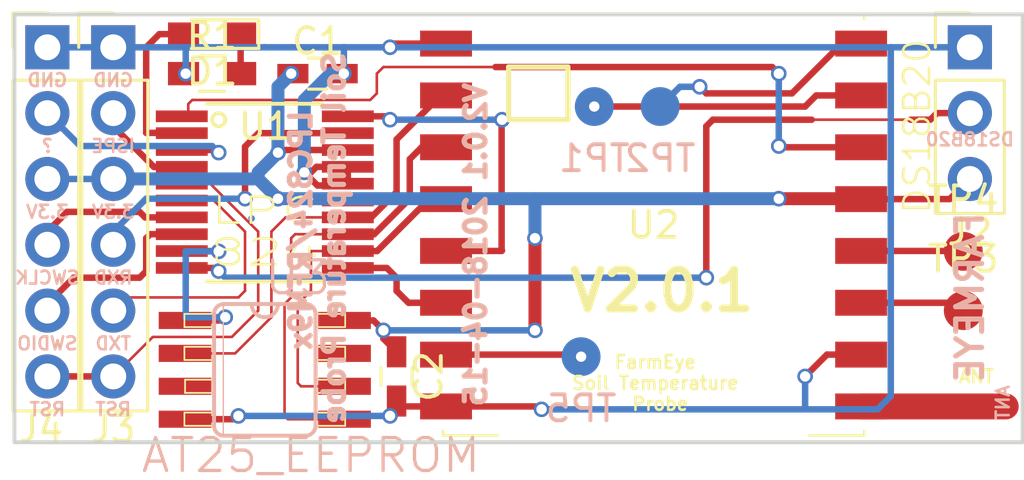
<source format=kicad_pcb>
(kicad_pcb (version 4) (host pcbnew 4.0.7-e2-6376~58~ubuntu15.04.1)

  (general
    (links 45)
    (no_connects 0)
    (area 140.894999 97.714999 179.907001 114.375001)
    (thickness 1.6)
    (drawings 44)
    (tracks 249)
    (zones 0)
    (modules 16)
    (nets 28)
  )

  (page A4)
  (layers
    (0 F.Cu signal)
    (31 B.Cu signal)
    (32 B.Adhes user hide)
    (33 F.Adhes user hide)
    (34 B.Paste user hide)
    (35 F.Paste user hide)
    (36 B.SilkS user)
    (37 F.SilkS user hide)
    (38 B.Mask user)
    (39 F.Mask user)
    (40 Dwgs.User user)
    (41 Cmts.User user)
    (42 Eco1.User user)
    (43 Eco2.User user)
    (44 Edge.Cuts user)
    (45 Margin user)
    (46 B.CrtYd user)
    (47 F.CrtYd user)
    (48 B.Fab user hide)
    (49 F.Fab user hide)
  )

  (setup
    (last_trace_width 0.5)
    (user_trace_width 0.1)
    (user_trace_width 0.25)
    (user_trace_width 0.5)
    (user_trace_width 1)
    (trace_clearance 0.1)
    (zone_clearance 0.508)
    (zone_45_only no)
    (trace_min 0.1)
    (segment_width 0.2)
    (edge_width 0.15)
    (via_size 0.6)
    (via_drill 0.4)
    (via_min_size 0.4)
    (via_min_drill 0.3)
    (uvia_size 0.3)
    (uvia_drill 0.1)
    (uvias_allowed no)
    (uvia_min_size 0.2)
    (uvia_min_drill 0.1)
    (pcb_text_width 0.3)
    (pcb_text_size 1.5 1.5)
    (mod_edge_width 0.15)
    (mod_text_size 1 1)
    (mod_text_width 0.15)
    (pad_size 1.524 1.524)
    (pad_drill 0.762)
    (pad_to_mask_clearance 0.2)
    (aux_axis_origin 0 0)
    (visible_elements FFFCFF7F)
    (pcbplotparams
      (layerselection 0x010f0_80000001)
      (usegerberextensions true)
      (excludeedgelayer true)
      (linewidth 0.100000)
      (plotframeref false)
      (viasonmask false)
      (mode 1)
      (useauxorigin false)
      (hpglpennumber 1)
      (hpglpenspeed 20)
      (hpglpendiameter 15)
      (hpglpenoverlay 2)
      (psnegative false)
      (psa4output false)
      (plotreference true)
      (plotvalue true)
      (plotinvisibletext false)
      (padsonsilk false)
      (subtractmaskfromsilk false)
      (outputformat 1)
      (mirror false)
      (drillshape 0)
      (scaleselection 1)
      (outputdirectory /home/joe/gerber))
  )

  (net 0 "")
  (net 1 GND)
  (net 2 "Net-(U3-Pad7)")
  (net 3 "Net-(U3-Pad3)")
  (net 4 SWCLK)
  (net 5 SWDIO)
  (net 6 RESET)
  (net 7 SCK)
  (net 8 MOSI)
  (net 9 MISO)
  (net 10 3.3V)
  (net 11 ISPE)
  (net 12 TXD)
  (net 13 RFM_RST)
  (net 14 RXD)
  (net 15 "Net-(D1-Pad1)")
  (net 16 LED)
  (net 17 DS18B20)
  (net 18 GPIO13)
  (net 19 DIO0)
  (net 20 DIO1)
  (net 21 DIO5)
  (net 22 "Net-(U2-Pad9)")
  (net 23 DIO3)
  (net 24 DIO4)
  (net 25 DIO2)
  (net 26 RFM_CS)
  (net 27 FLASH_CS)

  (net_class Default "This is the default net class."
    (clearance 0.1)
    (trace_width 0.25)
    (via_dia 0.6)
    (via_drill 0.4)
    (uvia_dia 0.3)
    (uvia_drill 0.1)
    (add_net 3.3V)
    (add_net DIO0)
    (add_net DIO1)
    (add_net DIO2)
    (add_net DIO3)
    (add_net DIO4)
    (add_net DIO5)
    (add_net DS18B20)
    (add_net FLASH_CS)
    (add_net GND)
    (add_net GPIO13)
    (add_net ISPE)
    (add_net LED)
    (add_net MISO)
    (add_net MOSI)
    (add_net "Net-(D1-Pad1)")
    (add_net "Net-(U2-Pad9)")
    (add_net "Net-(U3-Pad3)")
    (add_net "Net-(U3-Pad7)")
    (add_net RESET)
    (add_net RFM_CS)
    (add_net RFM_RST)
    (add_net RXD)
    (add_net SCK)
    (add_net SWCLK)
    (add_net SWDIO)
    (add_net TXD)
  )

  (module RF_Modules:Hopref_RFM9XW_SMD (layer F.Cu) (tedit 5ACEAD75) (tstamp 5ACA4839)
    (at 165.608 105.918)
    (descr " Low Power Long Range Transceiver Module SMD-16 http://www.hoperf.com/upload/rf/RFM95_96_97_98W.pdf")
    (tags " Low Power Long Range Transceiver Module")
    (path /5ACA2686)
    (attr smd)
    (fp_text reference U2 (at 0 0) (layer F.SilkS)
      (effects (font (size 1 1) (thickness 0.15)))
    )
    (fp_text value RFM92/95/96/97/98 (at 0 6.858) (layer F.Fab)
      (effects (font (size 1 1) (thickness 0.15)))
    )
    (fp_line (start -8 -8) (end 8 -8) (layer F.Fab) (width 0.12))
    (fp_line (start 8 8) (end 8 -8) (layer F.Fab) (width 0.12))
    (fp_line (start -8 8) (end 8 8) (layer F.Fab) (width 0.12))
    (fp_line (start -8 8) (end -8 -8) (layer F.Fab) (width 0.12))
    (fp_text user %R (at 0 0) (layer F.Fab)
      (effects (font (size 1 1) (thickness 0.15)))
    )
    (fp_line (start -8.12 -8.12) (end 0 -8.12) (layer F.SilkS) (width 0.1))
    (fp_line (start 6 8.12) (end 8.12 8.12) (layer F.SilkS) (width 0.1))
    (fp_line (start -9.45 -8.25) (end 9.45 -8.25) (layer F.CrtYd) (width 0.05))
    (fp_line (start 9.45 -8.25) (end 9.45 8.25) (layer F.CrtYd) (width 0.05))
    (fp_line (start -9.45 8.25) (end 9.45 8.25) (layer F.CrtYd) (width 0.05))
    (fp_line (start -9.45 8.25) (end -9.45 -8.25) (layer F.CrtYd) (width 0.05))
    (fp_line (start 8.12 8.12) (end 8.12 7.95) (layer F.SilkS) (width 0.1))
    (fp_line (start -8.12 8.12) (end -6 8.12) (layer F.SilkS) (width 0.1))
    (fp_line (start -8.12 8.12) (end -8.12 7.95) (layer F.SilkS) (width 0.1))
    (fp_line (start 6 -8.12) (end 8.12 -8.12) (layer F.SilkS) (width 0.1))
    (fp_line (start 8.12 -8.12) (end 8.12 -7.95) (layer F.SilkS) (width 0.1))
    (pad 1 smd rect (at -8 -7) (size 2 1) (layers F.Cu F.Paste F.Mask)
      (net 1 GND))
    (pad 2 smd rect (at -8 -5) (size 2 1) (layers F.Cu F.Paste F.Mask)
      (net 9 MISO))
    (pad 3 smd rect (at -8 -3) (size 2 1) (layers F.Cu F.Paste F.Mask)
      (net 8 MOSI))
    (pad 4 smd rect (at -8 -1) (size 2 1) (layers F.Cu F.Paste F.Mask)
      (net 7 SCK))
    (pad 5 smd rect (at -8 1) (size 2 1) (layers F.Cu F.Paste F.Mask)
      (net 26 RFM_CS))
    (pad 6 smd rect (at -8 3) (size 2 1) (layers F.Cu F.Paste F.Mask)
      (net 13 RFM_RST))
    (pad 7 smd rect (at -8 5) (size 2 1) (layers F.Cu F.Paste F.Mask)
      (net 21 DIO5))
    (pad 8 smd rect (at -8 7) (size 2 1) (layers F.Cu F.Paste F.Mask)
      (net 1 GND))
    (pad 9 smd rect (at 8 7) (size 2 1) (layers F.Cu F.Paste F.Mask)
      (net 22 "Net-(U2-Pad9)"))
    (pad 10 smd rect (at 8 5) (size 2 1) (layers F.Cu F.Paste F.Mask)
      (net 1 GND))
    (pad 11 smd rect (at 8 3) (size 2 1) (layers F.Cu F.Paste F.Mask)
      (net 23 DIO3))
    (pad 12 smd rect (at 8 1) (size 2 1) (layers F.Cu F.Paste F.Mask)
      (net 24 DIO4))
    (pad 13 smd rect (at 8 -1) (size 2 1) (layers F.Cu F.Paste F.Mask)
      (net 10 3.3V))
    (pad 14 smd rect (at 8 -3) (size 2 1) (layers F.Cu F.Paste F.Mask)
      (net 19 DIO0))
    (pad 15 smd rect (at 8 -5) (size 2 1) (layers F.Cu F.Paste F.Mask)
      (net 20 DIO1))
    (pad 16 smd rect (at 8 -7) (size 2 1) (layers F.Cu F.Paste F.Mask)
      (net 25 DIO2))
    (model ${KISYS3DMOD}/RF_Modules.3dshapes/Hopref_RFM9XW_SMD.wrl
      (at (xyz 0 0 0))
      (scale (xyz 1 1 1))
      (rotate (xyz 0 0 0))
    )
  )

  (module Capacitors_SMD:C_0603_HandSoldering (layer F.Cu) (tedit 58AA848B) (tstamp 5ACA47F1)
    (at 152.654 100.076)
    (descr "Capacitor SMD 0603, hand soldering")
    (tags "capacitor 0603")
    (path /5ACA985B)
    (attr smd)
    (fp_text reference C1 (at 0 -1.25) (layer F.SilkS)
      (effects (font (size 1 1) (thickness 0.15)))
    )
    (fp_text value C (at 0 1.5) (layer F.Fab)
      (effects (font (size 1 1) (thickness 0.15)))
    )
    (fp_text user %R (at 0 -1.25) (layer F.Fab)
      (effects (font (size 1 1) (thickness 0.15)))
    )
    (fp_line (start -0.8 0.4) (end -0.8 -0.4) (layer F.Fab) (width 0.1))
    (fp_line (start 0.8 0.4) (end -0.8 0.4) (layer F.Fab) (width 0.1))
    (fp_line (start 0.8 -0.4) (end 0.8 0.4) (layer F.Fab) (width 0.1))
    (fp_line (start -0.8 -0.4) (end 0.8 -0.4) (layer F.Fab) (width 0.1))
    (fp_line (start -0.35 -0.6) (end 0.35 -0.6) (layer F.SilkS) (width 0.12))
    (fp_line (start 0.35 0.6) (end -0.35 0.6) (layer F.SilkS) (width 0.12))
    (fp_line (start -1.8 -0.65) (end 1.8 -0.65) (layer F.CrtYd) (width 0.05))
    (fp_line (start -1.8 -0.65) (end -1.8 0.65) (layer F.CrtYd) (width 0.05))
    (fp_line (start 1.8 0.65) (end 1.8 -0.65) (layer F.CrtYd) (width 0.05))
    (fp_line (start 1.8 0.65) (end -1.8 0.65) (layer F.CrtYd) (width 0.05))
    (pad 1 smd rect (at -0.95 0) (size 1.2 0.75) (layers F.Cu F.Paste F.Mask)
      (net 10 3.3V))
    (pad 2 smd rect (at 0.95 0) (size 1.2 0.75) (layers F.Cu F.Paste F.Mask)
      (net 1 GND))
    (model Capacitors_SMD.3dshapes/C_0603.wrl
      (at (xyz 0 0 0))
      (scale (xyz 1 1 1))
      (rotate (xyz 0 0 0))
    )
  )

  (module LEDs:LED_0603_HandSoldering (layer F.Cu) (tedit 595FC9C0) (tstamp 5ACDC3F4)
    (at 148.59 98.552 180)
    (descr "LED SMD 0603, hand soldering")
    (tags "LED 0603")
    (path /5ACDC28F)
    (attr smd)
    (fp_text reference D1 (at 0 -1.45 180) (layer F.SilkS)
      (effects (font (size 1 1) (thickness 0.15)))
    )
    (fp_text value LED (at 0 1.55 180) (layer F.Fab)
      (effects (font (size 1 1) (thickness 0.15)))
    )
    (fp_line (start -1.8 -0.55) (end -1.8 0.55) (layer F.SilkS) (width 0.12))
    (fp_line (start -0.2 -0.2) (end -0.2 0.2) (layer F.Fab) (width 0.1))
    (fp_line (start -0.15 0) (end 0.15 -0.2) (layer F.Fab) (width 0.1))
    (fp_line (start 0.15 0.2) (end -0.15 0) (layer F.Fab) (width 0.1))
    (fp_line (start 0.15 -0.2) (end 0.15 0.2) (layer F.Fab) (width 0.1))
    (fp_line (start 0.8 0.4) (end -0.8 0.4) (layer F.Fab) (width 0.1))
    (fp_line (start 0.8 -0.4) (end 0.8 0.4) (layer F.Fab) (width 0.1))
    (fp_line (start -0.8 -0.4) (end 0.8 -0.4) (layer F.Fab) (width 0.1))
    (fp_line (start -1.8 0.55) (end 0.8 0.55) (layer F.SilkS) (width 0.12))
    (fp_line (start -1.8 -0.55) (end 0.8 -0.55) (layer F.SilkS) (width 0.12))
    (fp_line (start -1.96 -0.7) (end 1.95 -0.7) (layer F.CrtYd) (width 0.05))
    (fp_line (start -1.96 -0.7) (end -1.96 0.7) (layer F.CrtYd) (width 0.05))
    (fp_line (start 1.95 0.7) (end 1.95 -0.7) (layer F.CrtYd) (width 0.05))
    (fp_line (start 1.95 0.7) (end -1.96 0.7) (layer F.CrtYd) (width 0.05))
    (fp_line (start -0.8 -0.4) (end -0.8 0.4) (layer F.Fab) (width 0.1))
    (pad 1 smd rect (at -1.1 0 180) (size 1.2 0.9) (layers F.Cu F.Paste F.Mask)
      (net 15 "Net-(D1-Pad1)"))
    (pad 2 smd rect (at 1.1 0 180) (size 1.2 0.9) (layers F.Cu F.Paste F.Mask)
      (net 16 LED))
    (model ${KISYS3DMOD}/LEDs.3dshapes/LED_0603.wrl
      (at (xyz 0 0 0))
      (scale (xyz 1 1 1))
      (rotate (xyz 0 0 180))
    )
  )

  (module Resistors_SMD:R_0603_HandSoldering (layer F.Cu) (tedit 58E0A804) (tstamp 5ACDC3FA)
    (at 148.59 100.076)
    (descr "Resistor SMD 0603, hand soldering")
    (tags "resistor 0603")
    (path /5ACDC432)
    (attr smd)
    (fp_text reference R1 (at 0 -1.45) (layer F.SilkS)
      (effects (font (size 1 1) (thickness 0.15)))
    )
    (fp_text value R (at 0 1.55) (layer F.Fab)
      (effects (font (size 1 1) (thickness 0.15)))
    )
    (fp_text user %R (at 0 0) (layer F.Fab)
      (effects (font (size 0.4 0.4) (thickness 0.075)))
    )
    (fp_line (start -0.8 0.4) (end -0.8 -0.4) (layer F.Fab) (width 0.1))
    (fp_line (start 0.8 0.4) (end -0.8 0.4) (layer F.Fab) (width 0.1))
    (fp_line (start 0.8 -0.4) (end 0.8 0.4) (layer F.Fab) (width 0.1))
    (fp_line (start -0.8 -0.4) (end 0.8 -0.4) (layer F.Fab) (width 0.1))
    (fp_line (start 0.5 0.68) (end -0.5 0.68) (layer F.SilkS) (width 0.12))
    (fp_line (start -0.5 -0.68) (end 0.5 -0.68) (layer F.SilkS) (width 0.12))
    (fp_line (start -1.96 -0.7) (end 1.95 -0.7) (layer F.CrtYd) (width 0.05))
    (fp_line (start -1.96 -0.7) (end -1.96 0.7) (layer F.CrtYd) (width 0.05))
    (fp_line (start 1.95 0.7) (end 1.95 -0.7) (layer F.CrtYd) (width 0.05))
    (fp_line (start 1.95 0.7) (end -1.96 0.7) (layer F.CrtYd) (width 0.05))
    (pad 1 smd rect (at -1.1 0) (size 1.2 0.9) (layers F.Cu F.Paste F.Mask)
      (net 1 GND))
    (pad 2 smd rect (at 1.1 0) (size 1.2 0.9) (layers F.Cu F.Paste F.Mask)
      (net 15 "Net-(D1-Pad1)"))
    (model ${KISYS3DMOD}/Resistors_SMD.3dshapes/R_0603.wrl
      (at (xyz 0 0 0))
      (scale (xyz 1 1 1))
      (rotate (xyz 0 0 0))
    )
  )

  (module Pin_Headers:Pin_Header_Straight_1x03_Pitch2.54mm (layer F.Cu) (tedit 5ACEAEB0) (tstamp 5ACE2193)
    (at 177.8 99.06)
    (descr "Through hole straight pin header, 1x03, 2.54mm pitch, single row")
    (tags "Through hole pin header THT 1x03 2.54mm single row")
    (path /5ACE21F8)
    (fp_text reference J2 (at 0 7.112) (layer F.SilkS)
      (effects (font (size 1 1) (thickness 0.15)))
    )
    (fp_text value Conn_01x03 (at 0 7.41) (layer F.Fab)
      (effects (font (size 1 1) (thickness 0.15)))
    )
    (fp_line (start -0.635 -1.27) (end 1.27 -1.27) (layer F.Fab) (width 0.1))
    (fp_line (start 1.27 -1.27) (end 1.27 6.35) (layer F.Fab) (width 0.1))
    (fp_line (start 1.27 6.35) (end -1.27 6.35) (layer F.Fab) (width 0.1))
    (fp_line (start -1.27 6.35) (end -1.27 -0.635) (layer F.Fab) (width 0.1))
    (fp_line (start -1.27 -0.635) (end -0.635 -1.27) (layer F.Fab) (width 0.1))
    (fp_line (start -1.33 6.41) (end 1.33 6.41) (layer F.SilkS) (width 0.12))
    (fp_line (start -1.33 1.27) (end -1.33 6.41) (layer F.SilkS) (width 0.12))
    (fp_line (start 1.33 1.27) (end 1.33 6.41) (layer F.SilkS) (width 0.12))
    (fp_line (start -1.33 1.27) (end 1.33 1.27) (layer F.SilkS) (width 0.12))
    (fp_line (start -1.33 0) (end -1.33 -1.33) (layer F.SilkS) (width 0.12))
    (fp_line (start -1.33 -1.33) (end 0 -1.33) (layer F.SilkS) (width 0.12))
    (fp_line (start -1.8 -1.8) (end -1.8 6.85) (layer F.CrtYd) (width 0.05))
    (fp_line (start -1.8 6.85) (end 1.8 6.85) (layer F.CrtYd) (width 0.05))
    (fp_line (start 1.8 6.85) (end 1.8 -1.8) (layer F.CrtYd) (width 0.05))
    (fp_line (start 1.8 -1.8) (end -1.8 -1.8) (layer F.CrtYd) (width 0.05))
    (fp_text user %R (at 0 2.54 90) (layer F.Fab)
      (effects (font (size 1 1) (thickness 0.15)))
    )
    (pad 1 thru_hole rect (at 0 0) (size 1.7 1.7) (drill 1) (layers *.Cu *.Mask)
      (net 1 GND))
    (pad 2 thru_hole oval (at 0 2.54) (size 1.7 1.7) (drill 1) (layers *.Cu *.Mask)
      (net 17 DS18B20))
    (pad 3 thru_hole oval (at 0 5.08) (size 1.7 1.7) (drill 1) (layers *.Cu *.Mask)
      (net 10 3.3V))
    (model ${KISYS3DMOD}/Pin_Headers.3dshapes/Pin_Header_Straight_1x03_Pitch2.54mm.wrl
      (at (xyz 0 0 0))
      (scale (xyz 1 1 1))
      (rotate (xyz 0 0 0))
    )
  )

  (module Pin_Headers:Pin_Header_Straight_1x06_Pitch2.54mm (layer F.Cu) (tedit 5ACEB1C1) (tstamp 5ACE8363)
    (at 144.78 99.06)
    (descr "Through hole straight pin header, 1x06, 2.54mm pitch, single row")
    (tags "Through hole pin header THT 1x06 2.54mm single row")
    (path /5ACE81FC)
    (fp_text reference J3 (at 0 14.732) (layer F.SilkS)
      (effects (font (size 1 1) (thickness 0.15)))
    )
    (fp_text value Conn_01x06 (at 0 15.03) (layer F.Fab)
      (effects (font (size 1 1) (thickness 0.15)))
    )
    (fp_line (start -0.635 -1.27) (end 1.27 -1.27) (layer F.Fab) (width 0.1))
    (fp_line (start 1.27 -1.27) (end 1.27 13.97) (layer F.Fab) (width 0.1))
    (fp_line (start 1.27 13.97) (end -1.27 13.97) (layer F.Fab) (width 0.1))
    (fp_line (start -1.27 13.97) (end -1.27 -0.635) (layer F.Fab) (width 0.1))
    (fp_line (start -1.27 -0.635) (end -0.635 -1.27) (layer F.Fab) (width 0.1))
    (fp_line (start -1.33 14.03) (end 1.33 14.03) (layer F.SilkS) (width 0.12))
    (fp_line (start -1.33 1.27) (end -1.33 14.03) (layer F.SilkS) (width 0.12))
    (fp_line (start 1.33 1.27) (end 1.33 14.03) (layer F.SilkS) (width 0.12))
    (fp_line (start -1.33 1.27) (end 1.33 1.27) (layer F.SilkS) (width 0.12))
    (fp_line (start -1.33 0) (end -1.33 -1.33) (layer F.SilkS) (width 0.12))
    (fp_line (start -1.33 -1.33) (end 0 -1.33) (layer F.SilkS) (width 0.12))
    (fp_line (start -1.8 -1.8) (end -1.8 14.5) (layer F.CrtYd) (width 0.05))
    (fp_line (start -1.8 14.5) (end 1.8 14.5) (layer F.CrtYd) (width 0.05))
    (fp_line (start 1.8 14.5) (end 1.8 -1.8) (layer F.CrtYd) (width 0.05))
    (fp_line (start 1.8 -1.8) (end -1.8 -1.8) (layer F.CrtYd) (width 0.05))
    (fp_text user %R (at 0 6.35 90) (layer F.Fab)
      (effects (font (size 1 1) (thickness 0.15)))
    )
    (pad 1 thru_hole rect (at 0 0) (size 1.7 1.7) (drill 1) (layers *.Cu *.Mask)
      (net 1 GND))
    (pad 2 thru_hole oval (at 0 2.54) (size 1.7 1.7) (drill 1) (layers *.Cu *.Mask)
      (net 11 ISPE))
    (pad 3 thru_hole oval (at 0 5.08) (size 1.7 1.7) (drill 1) (layers *.Cu *.Mask)
      (net 10 3.3V))
    (pad 4 thru_hole oval (at 0 7.62) (size 1.7 1.7) (drill 1) (layers *.Cu *.Mask)
      (net 14 RXD))
    (pad 5 thru_hole oval (at 0 10.16) (size 1.7 1.7) (drill 1) (layers *.Cu *.Mask)
      (net 12 TXD))
    (pad 6 thru_hole oval (at 0 12.7) (size 1.7 1.7) (drill 1) (layers *.Cu *.Mask)
      (net 6 RESET))
    (model ${KISYS3DMOD}/Pin_Headers.3dshapes/Pin_Header_Straight_1x06_Pitch2.54mm.wrl
      (at (xyz 0 0 0))
      (scale (xyz 1 1 1))
      (rotate (xyz 0 0 0))
    )
  )

  (module Pin_Headers:Pin_Header_Straight_1x06_Pitch2.54mm (layer F.Cu) (tedit 5ACEB1B7) (tstamp 5ACE836D)
    (at 142.24 99.06)
    (descr "Through hole straight pin header, 1x06, 2.54mm pitch, single row")
    (tags "Through hole pin header THT 1x06 2.54mm single row")
    (path /5ACE83B8)
    (fp_text reference J4 (at -0.254 14.732) (layer F.SilkS)
      (effects (font (size 1 1) (thickness 0.15)))
    )
    (fp_text value Conn_01x06 (at 0 15.03) (layer F.Fab)
      (effects (font (size 1 1) (thickness 0.15)))
    )
    (fp_line (start -0.635 -1.27) (end 1.27 -1.27) (layer F.Fab) (width 0.1))
    (fp_line (start 1.27 -1.27) (end 1.27 13.97) (layer F.Fab) (width 0.1))
    (fp_line (start 1.27 13.97) (end -1.27 13.97) (layer F.Fab) (width 0.1))
    (fp_line (start -1.27 13.97) (end -1.27 -0.635) (layer F.Fab) (width 0.1))
    (fp_line (start -1.27 -0.635) (end -0.635 -1.27) (layer F.Fab) (width 0.1))
    (fp_line (start -1.33 14.03) (end 1.33 14.03) (layer F.SilkS) (width 0.12))
    (fp_line (start -1.33 1.27) (end -1.33 14.03) (layer F.SilkS) (width 0.12))
    (fp_line (start 1.33 1.27) (end 1.33 14.03) (layer F.SilkS) (width 0.12))
    (fp_line (start -1.33 1.27) (end 1.33 1.27) (layer F.SilkS) (width 0.12))
    (fp_line (start -1.33 0) (end -1.33 -1.33) (layer F.SilkS) (width 0.12))
    (fp_line (start -1.33 -1.33) (end 0 -1.33) (layer F.SilkS) (width 0.12))
    (fp_line (start -1.8 -1.8) (end -1.8 14.5) (layer F.CrtYd) (width 0.05))
    (fp_line (start -1.8 14.5) (end 1.8 14.5) (layer F.CrtYd) (width 0.05))
    (fp_line (start 1.8 14.5) (end 1.8 -1.8) (layer F.CrtYd) (width 0.05))
    (fp_line (start 1.8 -1.8) (end -1.8 -1.8) (layer F.CrtYd) (width 0.05))
    (fp_text user %R (at 0 6.35 90) (layer F.Fab)
      (effects (font (size 1 1) (thickness 0.15)))
    )
    (pad 1 thru_hole rect (at 0 0) (size 1.7 1.7) (drill 1) (layers *.Cu *.Mask)
      (net 1 GND))
    (pad 2 thru_hole oval (at 0 2.54) (size 1.7 1.7) (drill 1) (layers *.Cu *.Mask)
      (net 18 GPIO13))
    (pad 3 thru_hole oval (at 0 5.08) (size 1.7 1.7) (drill 1) (layers *.Cu *.Mask)
      (net 10 3.3V))
    (pad 4 thru_hole oval (at 0 7.62) (size 1.7 1.7) (drill 1) (layers *.Cu *.Mask)
      (net 4 SWCLK))
    (pad 5 thru_hole oval (at 0 10.16) (size 1.7 1.7) (drill 1) (layers *.Cu *.Mask)
      (net 5 SWDIO))
    (pad 6 thru_hole oval (at 0 12.7) (size 1.7 1.7) (drill 1) (layers *.Cu *.Mask)
      (net 6 RESET))
    (model ${KISYS3DMOD}/Pin_Headers.3dshapes/Pin_Header_Straight_1x06_Pitch2.54mm.wrl
      (at (xyz 0 0 0))
      (scale (xyz 1 1 1))
      (rotate (xyz 0 0 0))
    )
  )

  (module Measurement_Points:Measurement_Point_Round-SMD-Pad_Small (layer B.Cu) (tedit 56C35ED0) (tstamp 5AD08DC7)
    (at 163.322 101.346)
    (descr "Mesurement Point, Round, SMD Pad, DM 1.5mm,")
    (tags "Mesurement Point Round SMD Pad 1.5mm")
    (path /5AD08C26)
    (attr virtual)
    (fp_text reference TP1 (at 0 2) (layer B.SilkS)
      (effects (font (size 1 1) (thickness 0.15)) (justify mirror))
    )
    (fp_text value TEST (at 0 -2) (layer B.Fab)
      (effects (font (size 1 1) (thickness 0.15)) (justify mirror))
    )
    (fp_circle (center 0 0) (end 1 0) (layer B.CrtYd) (width 0.05))
    (pad 1 smd circle (at 0 0) (size 1.5 1.5) (layers B.Cu B.Mask)
      (net 20 DIO1))
  )

  (module Measurement_Points:Measurement_Point_Round-SMD-Pad_Small (layer B.Cu) (tedit 56C35ED0) (tstamp 5AD08DCC)
    (at 165.862 101.346)
    (descr "Mesurement Point, Round, SMD Pad, DM 1.5mm,")
    (tags "Mesurement Point Round SMD Pad 1.5mm")
    (path /5AD08CC5)
    (attr virtual)
    (fp_text reference TP2 (at 0 2) (layer B.SilkS)
      (effects (font (size 1 1) (thickness 0.15)) (justify mirror))
    )
    (fp_text value TEST (at 0 -2) (layer B.Fab)
      (effects (font (size 1 1) (thickness 0.15)) (justify mirror))
    )
    (fp_circle (center 0 0) (end 1 0) (layer B.CrtYd) (width 0.05))
    (pad 1 smd circle (at 0 0) (size 1.5 1.5) (layers B.Cu B.Mask)
      (net 25 DIO2))
  )

  (module Capacitors_SMD:C_0603_HandSoldering (layer F.Cu) (tedit 58AA848B) (tstamp 5AD08E31)
    (at 155.702 111.76 270)
    (descr "Capacitor SMD 0603, hand soldering")
    (tags "capacitor 0603")
    (path /5ACA98D4)
    (attr smd)
    (fp_text reference C2 (at 0 -1.25 270) (layer F.SilkS)
      (effects (font (size 1 1) (thickness 0.15)))
    )
    (fp_text value C (at 0 1.5 270) (layer F.Fab)
      (effects (font (size 1 1) (thickness 0.15)))
    )
    (fp_text user %R (at 0 -1.25 270) (layer F.Fab)
      (effects (font (size 1 1) (thickness 0.15)))
    )
    (fp_line (start -0.8 0.4) (end -0.8 -0.4) (layer F.Fab) (width 0.1))
    (fp_line (start 0.8 0.4) (end -0.8 0.4) (layer F.Fab) (width 0.1))
    (fp_line (start 0.8 -0.4) (end 0.8 0.4) (layer F.Fab) (width 0.1))
    (fp_line (start -0.8 -0.4) (end 0.8 -0.4) (layer F.Fab) (width 0.1))
    (fp_line (start -0.35 -0.6) (end 0.35 -0.6) (layer F.SilkS) (width 0.12))
    (fp_line (start 0.35 0.6) (end -0.35 0.6) (layer F.SilkS) (width 0.12))
    (fp_line (start -1.8 -0.65) (end 1.8 -0.65) (layer F.CrtYd) (width 0.05))
    (fp_line (start -1.8 -0.65) (end -1.8 0.65) (layer F.CrtYd) (width 0.05))
    (fp_line (start 1.8 0.65) (end 1.8 -0.65) (layer F.CrtYd) (width 0.05))
    (fp_line (start 1.8 0.65) (end -1.8 0.65) (layer F.CrtYd) (width 0.05))
    (pad 1 smd rect (at -0.95 0 270) (size 1.2 0.75) (layers F.Cu F.Paste F.Mask)
      (net 10 3.3V))
    (pad 2 smd rect (at 0.95 0 270) (size 1.2 0.75) (layers F.Cu F.Paste F.Mask)
      (net 1 GND))
    (model Capacitors_SMD.3dshapes/C_0603.wrl
      (at (xyz 0 0 0))
      (scale (xyz 1 1 1))
      (rotate (xyz 0 0 0))
    )
  )

  (module Measurement_Points:Measurement_Point_Round-SMD-Pad_Small (layer F.Cu) (tedit 56C35ED0) (tstamp 5AD09007)
    (at 177.546 106.934)
    (descr "Mesurement Point, Round, SMD Pad, DM 1.5mm,")
    (tags "Mesurement Point Round SMD Pad 1.5mm")
    (path /5AD0927E)
    (attr virtual)
    (fp_text reference TP4 (at 0 -2) (layer F.SilkS)
      (effects (font (size 1 1) (thickness 0.15)))
    )
    (fp_text value TEST (at 0 2) (layer F.Fab)
      (effects (font (size 1 1) (thickness 0.15)))
    )
    (fp_circle (center 0 0) (end 1 0) (layer F.CrtYd) (width 0.05))
    (pad 1 smd circle (at 0 0) (size 1.5 1.5) (layers F.Cu F.Mask)
      (net 24 DIO4))
  )

  (module Measurement_Points:Measurement_Point_Round-SMD-Pad_Small (layer B.Cu) (tedit 56C35ED0) (tstamp 5AD0900C)
    (at 162.814 110.998)
    (descr "Mesurement Point, Round, SMD Pad, DM 1.5mm,")
    (tags "Mesurement Point Round SMD Pad 1.5mm")
    (path /5AD092C7)
    (attr virtual)
    (fp_text reference TP5 (at 0 2) (layer B.SilkS)
      (effects (font (size 1 1) (thickness 0.15)) (justify mirror))
    )
    (fp_text value TEST (at 0 -2) (layer B.Fab)
      (effects (font (size 1 1) (thickness 0.15)) (justify mirror))
    )
    (fp_circle (center 0 0) (end 1 0) (layer B.CrtYd) (width 0.05))
    (pad 1 smd circle (at 0 0) (size 1.5 1.5) (layers B.Cu B.Mask)
      (net 21 DIO5))
  )

  (module Measurement_Points:Measurement_Point_Round-SMD-Pad_Small (layer F.Cu) (tedit 56C35ED0) (tstamp 5AD09333)
    (at 177.546 109.22)
    (descr "Mesurement Point, Round, SMD Pad, DM 1.5mm,")
    (tags "Mesurement Point Round SMD Pad 1.5mm")
    (path /5AD08D0A)
    (attr virtual)
    (fp_text reference TP3 (at 0 -2) (layer F.SilkS)
      (effects (font (size 1 1) (thickness 0.15)))
    )
    (fp_text value TEST (at 0 2) (layer F.Fab)
      (effects (font (size 1 1) (thickness 0.15)))
    )
    (fp_circle (center 0 0) (end 1 0) (layer F.CrtYd) (width 0.05))
    (pad 1 smd circle (at 0 0) (size 1.5 1.5) (layers F.Cu F.Mask)
      (net 23 DIO3))
  )

  (module FarmEye:farmeye_logo_medium_BMask (layer F.Cu) (tedit 0) (tstamp 5AD90DB1)
    (at 173.736 107.696 90)
    (fp_text reference G*** (at 0 0 90) (layer B.Mask) hide
      (effects (font (thickness 0.3)))
    )
    (fp_text value LOGO (at 0.75 0 90) (layer B.Mask) hide
      (effects (font (thickness 0.3)))
    )
    (fp_poly (pts (xy -2.611043 2.703334) (xy -2.565119 2.740866) (xy -2.534963 2.80535) (xy -2.546388 2.865618)
      (xy -2.589681 2.911064) (xy -2.64008 2.938054) (xy -2.683555 2.934155) (xy -2.72579 2.909217)
      (xy -2.762343 2.86191) (xy -2.772219 2.801321) (xy -2.754124 2.745513) (xy -2.738743 2.728557)
      (xy -2.673734 2.695938) (xy -2.611043 2.703334)) (layer B.Mask) (width 0.01))
    (fp_poly (pts (xy -2.324588 2.681366) (xy -2.286 2.709334) (xy -2.254288 2.755412) (xy -2.243667 2.794)
      (xy -2.2609 2.845278) (xy -2.302316 2.892316) (xy -2.352488 2.919227) (xy -2.366977 2.921)
      (xy -2.408183 2.906381) (xy -2.451644 2.872011) (xy -2.484357 2.826546) (xy -2.497667 2.787344)
      (xy -2.480053 2.739897) (xy -2.437863 2.695445) (xy -2.387073 2.669127) (xy -2.370667 2.667)
      (xy -2.324588 2.681366)) (layer B.Mask) (width 0.01))
    (fp_poly (pts (xy -2.037292 2.660607) (xy -1.994907 2.712532) (xy -1.982531 2.771965) (xy -1.997468 2.827194)
      (xy -2.037021 2.866508) (xy -2.087509 2.878667) (xy -2.139636 2.864047) (xy -2.181468 2.835032)
      (xy -2.215194 2.778329) (xy -2.20754 2.71999) (xy -2.15911 2.663824) (xy -2.153708 2.659699)
      (xy -2.0955 2.616401) (xy -2.037292 2.660607)) (layer B.Mask) (width 0.01))
    (fp_poly (pts (xy -1.744345 2.614702) (xy -1.724121 2.634288) (xy -1.681382 2.690882) (xy -1.677903 2.740988)
      (xy -1.713198 2.79269) (xy -1.7145 2.794) (xy -1.774669 2.830029) (xy -1.838785 2.830419)
      (xy -1.891136 2.797625) (xy -1.922925 2.737325) (xy -1.913556 2.676563) (xy -1.870396 2.626203)
      (xy -1.820246 2.591785) (xy -1.783823 2.587642) (xy -1.744345 2.614702)) (layer B.Mask) (width 0.01))
    (fp_poly (pts (xy -1.445832 2.58746) (xy -1.432031 2.599875) (xy -1.40145 2.657145) (xy -1.404941 2.712725)
      (xy -1.434694 2.758742) (xy -1.482901 2.787322) (xy -1.541753 2.790592) (xy -1.596684 2.765891)
      (xy -1.626877 2.720836) (xy -1.633585 2.659623) (xy -1.615419 2.602204) (xy -1.608721 2.592982)
      (xy -1.562361 2.566268) (xy -1.501671 2.564677) (xy -1.445832 2.58746)) (layer B.Mask) (width 0.01))
    (fp_poly (pts (xy -1.161223 2.537272) (xy -1.118163 2.582163) (xy -1.100667 2.638163) (xy -1.117988 2.698938)
      (xy -1.161508 2.743095) (xy -1.218563 2.762517) (xy -1.275032 2.749944) (xy -1.324634 2.702041)
      (xy -1.341419 2.64349) (xy -1.328391 2.58585) (xy -1.288554 2.54068) (xy -1.224909 2.519538)
      (xy -1.215072 2.519158) (xy -1.161223 2.537272)) (layer B.Mask) (width 0.01))
    (fp_poly (pts (xy -0.870288 2.509359) (xy -0.834025 2.557914) (xy -0.8255 2.604892) (xy -0.844361 2.664969)
      (xy -0.891725 2.71128) (xy -0.953762 2.730482) (xy -0.955674 2.7305) (xy -0.992857 2.71494)
      (xy -1.033621 2.677238) (xy -1.035631 2.674729) (xy -1.069092 2.627861) (xy -1.075344 2.594747)
      (xy -1.054581 2.556874) (xy -1.037102 2.534142) (xy -0.98374 2.49349) (xy -0.924165 2.486557)
      (xy -0.870288 2.509359)) (layer B.Mask) (width 0.01))
    (fp_poly (pts (xy -0.608335 2.440337) (xy -0.597958 2.448033) (xy -0.546415 2.503874) (xy -0.5356 2.562181)
      (xy -0.566118 2.619145) (xy -0.570199 2.623365) (xy -0.629517 2.660171) (xy -0.690831 2.662351)
      (xy -0.74181 2.630179) (xy -0.749859 2.619375) (xy -0.774288 2.552743) (xy -0.756752 2.491657)
      (xy -0.712486 2.446783) (xy -0.672731 2.419761) (xy -0.644965 2.417536) (xy -0.608335 2.440337)) (layer B.Mask) (width 0.01))
    (fp_poly (pts (xy -0.326848 2.383164) (xy -0.277886 2.424934) (xy -0.251458 2.485723) (xy -0.259348 2.544305)
      (xy -0.294477 2.590238) (xy -0.349763 2.613083) (xy -0.402167 2.608204) (xy -0.454913 2.573337)
      (xy -0.481845 2.517563) (xy -0.479586 2.455752) (xy -0.448125 2.405697) (xy -0.387695 2.37391)
      (xy -0.326848 2.383164)) (layer B.Mask) (width 0.01))
    (fp_poly (pts (xy -0.076253 2.293889) (xy -0.047401 2.308426) (xy 0.009614 2.357898) (xy 0.026646 2.416109)
      (xy 0.002585 2.47865) (xy -0.002719 2.485732) (xy -0.057782 2.529646) (xy -0.118153 2.536246)
      (xy -0.173532 2.504608) (xy -0.176636 2.501292) (xy -0.208916 2.439225) (xy -0.204678 2.374609)
      (xy -0.165364 2.320695) (xy -0.156311 2.314206) (xy -0.112197 2.290927) (xy -0.076253 2.293889)) (layer B.Mask) (width 0.01))
    (fp_poly (pts (xy 0.243017 2.256393) (xy 0.287426 2.289178) (xy 0.308099 2.342998) (xy 0.30825 2.357949)
      (xy 0.288271 2.423556) (xy 0.244255 2.464737) (xy 0.187795 2.478108) (xy 0.130482 2.460287)
      (xy 0.091705 2.421144) (xy 0.068399 2.377173) (xy 0.071215 2.341051) (xy 0.086593 2.310019)
      (xy 0.130679 2.264235) (xy 0.186794 2.247219) (xy 0.243017 2.256393)) (layer B.Mask) (width 0.01))
    (fp_poly (pts (xy 0.511966 2.189111) (xy 0.561515 2.231061) (xy 0.562762 2.232929) (xy 0.585188 2.296956)
      (xy 0.57431 2.355876) (xy 0.537381 2.399944) (xy 0.481652 2.419412) (xy 0.430009 2.411328)
      (xy 0.374255 2.371475) (xy 0.350538 2.311732) (xy 0.358209 2.258523) (xy 0.397097 2.204495)
      (xy 0.452755 2.180807) (xy 0.511966 2.189111)) (layer B.Mask) (width 0.01))
    (fp_poly (pts (xy -0.85556 2.182815) (xy -0.798819 2.226647) (xy -0.797941 2.227792) (xy -0.753735 2.286)
      (xy -0.797033 2.344209) (xy -0.852705 2.396143) (xy -0.912108 2.406126) (xy -0.968375 2.380678)
      (xy -1.004339 2.334541) (xy -1.015973 2.275216) (xy -1.001472 2.2208) (xy -0.986104 2.202872)
      (xy -0.922476 2.174296) (xy -0.85556 2.182815)) (layer B.Mask) (width 0.01))
    (fp_poly (pts (xy 0.808753 2.114032) (xy 0.849978 2.15944) (xy 0.8678 2.216443) (xy 0.867833 2.218875)
      (xy 0.851897 2.269874) (xy 0.813582 2.317782) (xy 0.767129 2.346753) (xy 0.750454 2.3495)
      (xy 0.714077 2.335443) (xy 0.669555 2.30123) (xy 0.665788 2.297546) (xy 0.630623 2.256251)
      (xy 0.614028 2.224696) (xy 0.613833 2.2225) (xy 0.630246 2.186665) (xy 0.669585 2.144819)
      (xy 0.717005 2.110064) (xy 0.757659 2.0955) (xy 0.757757 2.0955) (xy 0.808753 2.114032)) (layer B.Mask) (width 0.01))
    (fp_poly (pts (xy -1.133213 2.065442) (xy -1.073917 2.097866) (xy -1.046728 2.150802) (xy -1.055997 2.213389)
      (xy -1.066402 2.232216) (xy -1.112598 2.27685) (xy -1.167726 2.280848) (xy -1.222957 2.25305)
      (xy -1.261427 2.206122) (xy -1.26718 2.152294) (xy -1.24567 2.102969) (xy -1.202351 2.06955)
      (xy -1.142679 2.063439) (xy -1.133213 2.065442)) (layer B.Mask) (width 0.01))
    (fp_poly (pts (xy 1.015433 2.02172) (xy 1.048887 2.041382) (xy 1.104099 2.092016) (xy 1.119557 2.143946)
      (xy 1.10816 2.175945) (xy 1.065826 2.220593) (xy 1.013819 2.247694) (xy 0.973667 2.249418)
      (xy 0.919655 2.213115) (xy 0.893397 2.158265) (xy 0.896968 2.098519) (xy 0.932444 2.04753)
      (xy 0.941917 2.040637) (xy 0.983008 2.018378) (xy 1.015433 2.02172)) (layer B.Mask) (width 0.01))
    (fp_poly (pts (xy -1.35314 1.964981) (xy -1.308031 1.999684) (xy -1.276152 2.043496) (xy -1.27 2.067741)
      (xy -1.287153 2.108796) (xy -1.327792 2.149966) (xy -1.375688 2.176711) (xy -1.395488 2.180167)
      (xy -1.443422 2.165789) (xy -1.469572 2.146905) (xy -1.500298 2.091593) (xy -1.496164 2.033109)
      (xy -1.461801 1.983531) (xy -1.401839 1.954939) (xy -1.395549 1.953838) (xy -1.35314 1.964981)) (layer B.Mask) (width 0.01))
    (fp_poly (pts (xy 1.269244 1.943303) (xy 1.320876 1.972136) (xy 1.351495 2.019537) (xy 1.354667 2.042584)
      (xy 1.337417 2.100729) (xy 1.294379 2.140189) (xy 1.238616 2.155653) (xy 1.183192 2.14181)
      (xy 1.159443 2.121959) (xy 1.138709 2.07333) (xy 1.138267 2.01362) (xy 1.158047 1.966262)
      (xy 1.159933 1.964267) (xy 1.210847 1.93877) (xy 1.269244 1.943303)) (layer B.Mask) (width 0.01))
    (fp_poly (pts (xy -1.637365 1.827546) (xy -1.594848 1.851436) (xy -1.546948 1.903851) (xy -1.540084 1.962112)
      (xy -1.574772 2.021149) (xy -1.577326 2.02375) (xy -1.63939 2.066503) (xy -1.697511 2.067763)
      (xy -1.74297 2.035625) (xy -1.774621 1.973408) (xy -1.76672 1.907606) (xy -1.735667 1.862667)
      (xy -1.685747 1.826364) (xy -1.637365 1.827546)) (layer B.Mask) (width 0.01))
    (fp_poly (pts (xy 1.549376 1.833175) (xy 1.592793 1.87599) (xy 1.603389 1.89387) (xy 1.615098 1.949804)
      (xy 1.594591 1.999176) (xy 1.551983 2.035424) (xy 1.497391 2.051986) (xy 1.44093 2.042299)
      (xy 1.409095 2.019905) (xy 1.379148 1.965295) (xy 1.381358 1.905709) (xy 1.410513 1.854224)
      (xy 1.461402 1.82392) (xy 1.48847 1.820658) (xy 1.549376 1.833175)) (layer B.Mask) (width 0.01))
    (fp_poly (pts (xy -1.88038 1.706952) (xy -1.828156 1.73826) (xy -1.786091 1.793522) (xy -1.785285 1.845471)
      (xy -1.825693 1.900086) (xy -1.826989 1.901311) (xy -1.883832 1.940094) (xy -1.937927 1.941062)
      (xy -1.971429 1.925794) (xy -2.003102 1.89057) (xy -2.019567 1.85192) (xy -2.019846 1.783456)
      (xy -1.989859 1.732387) (xy -1.93993 1.704843) (xy -1.88038 1.706952)) (layer B.Mask) (width 0.01))
    (fp_poly (pts (xy 1.800073 1.714985) (xy 1.853641 1.761653) (xy 1.872364 1.820353) (xy 1.860242 1.867959)
      (xy 1.812534 1.92584) (xy 1.754434 1.94844) (xy 1.695174 1.933837) (xy 1.664864 1.908625)
      (xy 1.633213 1.846408) (xy 1.641113 1.780606) (xy 1.672167 1.735667) (xy 1.71808 1.700106)
      (xy 1.761528 1.698175) (xy 1.800073 1.714985)) (layer B.Mask) (width 0.01))
    (fp_poly (pts (xy -2.13357 1.580949) (xy -2.087429 1.615855) (xy -2.048637 1.657637) (xy -2.032005 1.692881)
      (xy -2.032 1.693334) (xy -2.047855 1.727504) (xy -2.085589 1.769196) (xy -2.130455 1.804703)
      (xy -2.167708 1.820316) (xy -2.168621 1.820334) (xy -2.206949 1.80629) (xy -2.243667 1.778)
      (xy -2.275595 1.72894) (xy -2.286 1.686031) (xy -2.268433 1.62977) (xy -2.225547 1.584706)
      (xy -2.172246 1.566334) (xy -2.13357 1.580949)) (layer B.Mask) (width 0.01))
    (fp_poly (pts (xy 2.051175 1.583827) (xy 2.102681 1.635125) (xy 2.146099 1.693334) (xy 2.102681 1.751542)
      (xy 2.055167 1.801216) (xy 2.007484 1.813926) (xy 1.947333 1.793365) (xy 1.900913 1.749867)
      (xy 1.884889 1.6916) (xy 1.900235 1.633383) (xy 1.934465 1.597634) (xy 1.997021 1.571286)
      (xy 2.051175 1.583827)) (layer B.Mask) (width 0.01))
    (fp_poly (pts (xy -2.364657 1.461275) (xy -2.322441 1.504135) (xy -2.307167 1.561172) (xy -2.323199 1.601801)
      (xy -2.361328 1.647313) (xy -2.406606 1.682606) (xy -2.437983 1.693334) (xy -2.464676 1.679644)
      (xy -2.504306 1.646202) (xy -2.509212 1.641379) (xy -2.550891 1.58903) (xy -2.557029 1.542619)
      (xy -2.529357 1.488013) (xy -2.528217 1.486377) (xy -2.480065 1.448159) (xy -2.421372 1.441204)
      (xy -2.364657 1.461275)) (layer B.Mask) (width 0.01))
    (fp_poly (pts (xy 2.313967 1.435929) (xy 2.352001 1.480421) (xy 2.368108 1.538452) (xy 2.358369 1.59683)
      (xy 2.323623 1.639217) (xy 2.280736 1.663931) (xy 2.25425 1.672167) (xy 2.221486 1.66095)
      (xy 2.184876 1.639217) (xy 2.14689 1.591143) (xy 2.139928 1.532301) (xy 2.159788 1.475402)
      (xy 2.20227 1.433159) (xy 2.257928 1.418167) (xy 2.313967 1.435929)) (layer B.Mask) (width 0.01))
    (fp_poly (pts (xy -2.610849 1.32289) (xy -2.567315 1.364114) (xy -2.555577 1.421233) (xy -2.580522 1.484768)
      (xy -2.585917 1.491999) (xy -2.640702 1.535222) (xy -2.701118 1.541248) (xy -2.756438 1.509179)
      (xy -2.75897 1.506458) (xy -2.789582 1.44778) (xy -2.787434 1.387219) (xy -2.757274 1.336961)
      (xy -2.703848 1.309194) (xy -2.68129 1.307042) (xy -2.610849 1.32289)) (layer B.Mask) (width 0.01))
    (fp_poly (pts (xy 2.553991 1.28565) (xy 2.601595 1.325302) (xy 2.636194 1.375591) (xy 2.640626 1.412003)
      (xy 2.614013 1.451228) (xy 2.593879 1.472046) (xy 2.54153 1.513725) (xy 2.495119 1.519862)
      (xy 2.440512 1.492191) (xy 2.438876 1.49105) (xy 2.402323 1.443744) (xy 2.392447 1.383154)
      (xy 2.410543 1.327346) (xy 2.425924 1.310391) (xy 2.491187 1.27756) (xy 2.553991 1.28565)) (layer B.Mask) (width 0.01))
    (fp_poly (pts (xy -2.889443 1.179124) (xy -2.84355 1.214444) (xy -2.806744 1.256807) (xy -2.794 1.288658)
      (xy -2.811851 1.349809) (xy -2.856825 1.391775) (xy -2.916053 1.409255) (xy -2.976666 1.396951)
      (xy -3.005667 1.375834) (xy -3.038739 1.326581) (xy -3.037848 1.274765) (xy -3.009308 1.216717)
      (xy -2.96413 1.175752) (xy -2.929146 1.16484) (xy -2.889443 1.179124)) (layer B.Mask) (width 0.01))
    (fp_poly (pts (xy -0.464335 1.154751) (xy -0.434253 1.172584) (xy -0.390602 1.216135) (xy -0.368244 1.260537)
      (xy -0.370428 1.320378) (xy -0.402336 1.365644) (xy -0.452578 1.391856) (xy -0.509767 1.394537)
      (xy -0.562514 1.369208) (xy -0.583351 1.34512) (xy -0.605744 1.279482) (xy -0.587064 1.218099)
      (xy -0.538145 1.171752) (xy -0.497389 1.150193) (xy -0.464335 1.154751)) (layer B.Mask) (width 0.01))
    (fp_poly (pts (xy -0.011418 1.175548) (xy 0.028793 1.222212) (xy 0.038628 1.256153) (xy 0.029191 1.320632)
      (xy -0.007718 1.369794) (xy -0.061046 1.395915) (xy -0.119736 1.391266) (xy -0.139706 1.380801)
      (xy -0.182707 1.330249) (xy -0.19367 1.267346) (xy -0.173387 1.206466) (xy -0.12779 1.164589)
      (xy -0.068395 1.153708) (xy -0.011418 1.175548)) (layer B.Mask) (width 0.01))
    (fp_poly (pts (xy 0.388766 1.170958) (xy 0.443033 1.224902) (xy 0.457147 1.286922) (xy 0.435184 1.34512)
      (xy 0.385933 1.386581) (xy 0.323356 1.396056) (xy 0.262879 1.372629) (xy 0.244996 1.356412)
      (xy 0.216675 1.298582) (xy 0.227691 1.237493) (xy 0.276532 1.180988) (xy 0.279247 1.178937)
      (xy 0.321123 1.151741) (xy 0.351671 1.150286) (xy 0.388766 1.170958)) (layer B.Mask) (width 0.01))
    (fp_poly (pts (xy 2.828221 1.119699) (xy 2.871349 1.167314) (xy 2.873206 1.171218) (xy 2.883221 1.235192)
      (xy 2.860021 1.29075) (xy 2.812713 1.328641) (xy 2.750406 1.339611) (xy 2.715258 1.331663)
      (xy 2.67406 1.296707) (xy 2.650939 1.240809) (xy 2.652571 1.183798) (xy 2.660006 1.167597)
      (xy 2.709871 1.119625) (xy 2.770169 1.10373) (xy 2.828221 1.119699)) (layer B.Mask) (width 0.01))
    (fp_poly (pts (xy -3.083031 1.075875) (xy -3.049394 1.137801) (xy -3.056006 1.198768) (xy -3.101245 1.251571)
      (xy -3.125984 1.266831) (xy -3.168013 1.286297) (xy -3.19701 1.28481) (xy -3.230552 1.258457)
      (xy -3.250046 1.239212) (xy -3.292785 1.182619) (xy -3.296264 1.132513) (xy -3.260969 1.080811)
      (xy -3.259667 1.0795) (xy -3.199498 1.043472) (xy -3.135382 1.043082) (xy -3.083031 1.075875)) (layer B.Mask) (width 0.01))
    (fp_poly (pts (xy -1.008697 0.991209) (xy -0.975061 1.053134) (xy -0.981673 1.114102) (xy -1.026912 1.166905)
      (xy -1.05165 1.182165) (xy -1.09368 1.20163) (xy -1.122676 1.200144) (xy -1.156219 1.173791)
      (xy -1.175712 1.154546) (xy -1.218451 1.097952) (xy -1.22193 1.047846) (xy -1.186636 0.996144)
      (xy -1.185333 0.994834) (xy -1.125164 0.958805) (xy -1.061049 0.958415) (xy -1.008697 0.991209)) (layer B.Mask) (width 0.01))
    (fp_poly (pts (xy -0.628199 0.970262) (xy -0.590166 1.014754) (xy -0.574058 1.072785) (xy -0.583798 1.131163)
      (xy -0.618543 1.17355) (xy -0.66143 1.198265) (xy -0.687917 1.2065) (xy -0.720681 1.195283)
      (xy -0.75729 1.17355) (xy -0.795276 1.125476) (xy -0.802239 1.066634) (xy -0.782379 1.009735)
      (xy -0.739897 0.967492) (xy -0.684239 0.9525) (xy -0.628199 0.970262)) (layer B.Mask) (width 0.01))
    (fp_poly (pts (xy -0.227793 0.968436) (xy -0.179885 1.006751) (xy -0.150914 1.053204) (xy -0.148167 1.069879)
      (xy -0.163683 1.108721) (xy -0.200698 1.154252) (xy -0.244914 1.191744) (xy -0.280797 1.2065)
      (xy -0.316028 1.193045) (xy -0.355842 1.163342) (xy -0.39274 1.106067) (xy -0.395834 1.044975)
      (xy -0.369416 0.991805) (xy -0.317777 0.9583) (xy -0.278792 0.9525) (xy -0.227793 0.968436)) (layer B.Mask) (width 0.01))
    (fp_poly (pts (xy 0.196624 0.973826) (xy 0.23919 1.014114) (xy 0.254 1.066254) (xy 0.239896 1.103433)
      (xy 0.206269 1.149075) (xy 0.166148 1.188346) (xy 0.132561 1.206413) (xy 0.130816 1.2065)
      (xy 0.102325 1.194486) (xy 0.059197 1.165298) (xy 0.055771 1.162631) (xy 0.009873 1.110711)
      (xy 0.004926 1.05537) (xy 0.03295 0.999543) (xy 0.080345 0.96257) (xy 0.139289 0.955321)
      (xy 0.196624 0.973826)) (layer B.Mask) (width 0.01))
    (fp_poly (pts (xy 0.609123 0.98545) (xy 0.646389 1.033054) (xy 0.652826 1.09162) (xy 0.632737 1.148481)
      (xy 0.59042 1.190975) (xy 0.534078 1.2065) (xy 0.501119 1.192572) (xy 0.458293 1.158631)
      (xy 0.454121 1.154546) (xy 0.414425 1.109205) (xy 0.4063 1.073579) (xy 0.428818 1.030883)
      (xy 0.446036 1.008271) (xy 0.497955 0.962373) (xy 0.553296 0.957426) (xy 0.609123 0.98545)) (layer B.Mask) (width 0.01))
    (fp_poly (pts (xy 1.019962 0.980131) (xy 1.060732 1.032863) (xy 1.068094 1.052689) (xy 1.067582 1.099466)
      (xy 1.033249 1.148766) (xy 1.02886 1.153231) (xy 0.972006 1.196671) (xy 0.92214 1.201174)
      (xy 0.871014 1.1673) (xy 0.867833 1.164167) (xy 0.830615 1.105689) (xy 0.834649 1.043203)
      (xy 0.85845 0.999543) (xy 0.90693 0.960457) (xy 0.964731 0.954991) (xy 1.019962 0.980131)) (layer B.Mask) (width 0.01))
    (fp_poly (pts (xy 3.066043 0.970796) (xy 3.111607 1.015215) (xy 3.132525 1.070055) (xy 3.132667 1.074589)
      (xy 3.11829 1.107456) (xy 3.084268 1.150116) (xy 3.044262 1.187939) (xy 3.01193 1.206297)
      (xy 3.009483 1.2065) (xy 2.980992 1.194486) (xy 2.937864 1.165298) (xy 2.934438 1.162631)
      (xy 2.891135 1.107813) (xy 2.883476 1.048769) (xy 2.907514 0.996266) (xy 2.959304 0.961074)
      (xy 3.011425 0.9525) (xy 3.066043 0.970796)) (layer B.Mask) (width 0.01))
    (fp_poly (pts (xy -3.409547 0.898687) (xy -3.36958 0.925227) (xy -3.324454 0.979013) (xy -3.312684 1.038777)
      (xy -3.331085 1.093368) (xy -3.376471 1.131631) (xy -3.431793 1.143) (xy -3.494423 1.124257)
      (xy -3.525518 1.09112) (xy -3.547936 1.025567) (xy -3.529178 0.964249) (xy -3.4791 0.916958)
      (xy -3.440104 0.89568) (xy -3.409547 0.898687)) (layer B.Mask) (width 0.01))
    (fp_poly (pts (xy -3.639576 0.791476) (xy -3.593415 0.821341) (xy -3.563524 0.866236) (xy -3.557559 0.917963)
      (xy -3.583179 0.968326) (xy -3.593042 0.97775) (xy -3.641506 1.014264) (xy -3.678938 1.024414)
      (xy -3.72054 1.014013) (xy -3.7724 0.975291) (xy -3.794905 0.918212) (xy -3.786037 0.856743)
      (xy -3.75008 0.809625) (xy -3.69435 0.784838) (xy -3.639576 0.791476)) (layer B.Mask) (width 0.01))
    (fp_poly (pts (xy 3.30642 0.801698) (xy 3.347645 0.847106) (xy 3.365467 0.90411) (xy 3.3655 0.906542)
      (xy 3.349564 0.95754) (xy 3.311249 1.005449) (xy 3.264796 1.03442) (xy 3.248121 1.037167)
      (xy 3.211744 1.023109) (xy 3.167221 0.988897) (xy 3.163454 0.985212) (xy 3.12829 0.943918)
      (xy 3.111695 0.912362) (xy 3.1115 0.910167) (xy 3.127912 0.874332) (xy 3.167252 0.832486)
      (xy 3.214672 0.797731) (xy 3.255326 0.783167) (xy 3.255424 0.783167) (xy 3.30642 0.801698)) (layer B.Mask) (width 0.01))
    (fp_poly (pts (xy -1.67787 0.752987) (xy -1.625538 0.790142) (xy -1.596997 0.847405) (xy -1.596667 0.909683)
      (xy -1.619416 0.952684) (xy -1.677024 0.988993) (xy -1.742099 0.987752) (xy -1.799167 0.9525)
      (xy -1.836101 0.895762) (xy -1.831389 0.839091) (xy -1.788276 0.782878) (xy -1.744104 0.749681)
      (xy -1.703568 0.745662) (xy -1.67787 0.752987)) (layer B.Mask) (width 0.01))
    (fp_poly (pts (xy -1.282753 0.748723) (xy -1.253901 0.763259) (xy -1.196886 0.812731) (xy -1.179854 0.870942)
      (xy -1.203915 0.933484) (xy -1.209219 0.940565) (xy -1.264282 0.98448) (xy -1.324653 0.991079)
      (xy -1.380032 0.959442) (xy -1.383136 0.956125) (xy -1.415416 0.894059) (xy -1.411178 0.829442)
      (xy -1.371864 0.775528) (xy -1.362811 0.769039) (xy -1.318697 0.74576) (xy -1.282753 0.748723)) (layer B.Mask) (width 0.01))
    (fp_poly (pts (xy -0.865719 0.753861) (xy -0.811905 0.784529) (xy -0.772917 0.829545) (xy -0.762673 0.866231)
      (xy -0.782375 0.925645) (xy -0.830478 0.96689) (xy -0.894479 0.982705) (xy -0.946575 0.973044)
      (xy -0.992332 0.936107) (xy -1.009988 0.882035) (xy -1.00115 0.823852) (xy -0.967421 0.774583)
      (xy -0.918967 0.749078) (xy -0.865719 0.753861)) (layer B.Mask) (width 0.01))
    (fp_poly (pts (xy -0.433599 0.758131) (xy -0.388963 0.799237) (xy -0.362104 0.847971) (xy -0.359833 0.863788)
      (xy -0.378469 0.923041) (xy -0.425128 0.966772) (xy -0.485945 0.985551) (xy -0.529167 0.978934)
      (xy -0.577427 0.943406) (xy -0.608796 0.890365) (xy -0.61316 0.866231) (xy -0.597093 0.825237)
      (xy -0.557679 0.781338) (xy -0.510199 0.748945) (xy -0.480178 0.740834) (xy -0.433599 0.758131)) (layer B.Mask) (width 0.01))
    (fp_poly (pts (xy -0.042743 0.751394) (xy -0.013023 0.769039) (xy 0.029757 0.817679) (xy 0.040799 0.876924)
      (xy 0.023739 0.934429) (xy -0.017788 0.977847) (xy -0.079506 0.994834) (xy -0.123155 0.979056)
      (xy -0.166222 0.941062) (xy -0.166615 0.940565) (xy -0.195349 0.877813) (xy -0.182864 0.818898)
      (xy -0.130272 0.768228) (xy -0.121932 0.763259) (xy -0.07895 0.744603) (xy -0.042743 0.751394)) (layer B.Mask) (width 0.01))
    (fp_poly (pts (xy 0.370343 0.755794) (xy 0.42651 0.804224) (xy 0.430634 0.809625) (xy 0.473932 0.867834)
      (xy 0.430634 0.926042) (xy 0.374961 0.977977) (xy 0.315559 0.98796) (xy 0.259292 0.962511)
      (xy 0.219899 0.912533) (xy 0.215962 0.851013) (xy 0.247744 0.78994) (xy 0.255301 0.781865)
      (xy 0.312004 0.74814) (xy 0.370343 0.755794)) (layer B.Mask) (width 0.01))
    (fp_poly (pts (xy 0.828931 0.783271) (xy 0.846891 0.815508) (xy 0.854535 0.866346) (xy 0.846767 0.920234)
      (xy 0.827679 0.961114) (xy 0.806588 0.973667) (xy 0.769168 0.979792) (xy 0.758439 0.982927)
      (xy 0.717682 0.982847) (xy 0.683258 0.97326) (xy 0.635291 0.935163) (xy 0.619757 0.879985)
      (xy 0.638002 0.819382) (xy 0.661939 0.78894) (xy 0.721375 0.75153) (xy 0.780625 0.750156)
      (xy 0.828931 0.783271)) (layer B.Mask) (width 0.01))
    (fp_poly (pts (xy 1.2028 0.758154) (xy 1.247124 0.801993) (xy 1.267709 0.860163) (xy 1.259466 0.920479)
      (xy 1.231291 0.959803) (xy 1.170992 0.991592) (xy 1.11023 0.982223) (xy 1.059869 0.939062)
      (xy 1.029896 0.896762) (xy 1.016102 0.869018) (xy 1.016 0.867834) (xy 1.031173 0.832593)
      (xy 1.066948 0.789704) (xy 1.108706 0.754159) (xy 1.139826 0.740834) (xy 1.2028 0.758154)) (layer B.Mask) (width 0.01))
    (fp_poly (pts (xy -4.957894 0.751041) (xy -4.903942 0.788858) (xy -4.891427 0.807186) (xy -4.872178 0.851418)
      (xy -4.878315 0.887485) (xy -4.896539 0.918311) (xy -4.946947 0.962157) (xy -5.009847 0.973336)
      (xy -5.070184 0.950534) (xy -5.087303 0.934958) (xy -5.119003 0.874133) (xy -5.110897 0.812497)
      (xy -5.081872 0.774278) (xy -5.022268 0.745306) (xy -4.957894 0.751041)) (layer B.Mask) (width 0.01))
    (fp_poly (pts (xy -3.889023 0.700249) (xy -3.861745 0.720768) (xy -3.818719 0.776504) (xy -3.816384 0.829254)
      (xy -3.853158 0.885009) (xy -3.891657 0.918488) (xy -3.931592 0.926827) (xy -3.985827 0.916511)
      (xy -4.026557 0.886516) (xy -4.049159 0.83194) (xy -4.048126 0.768613) (xy -4.043058 0.752008)
      (xy -4.005205 0.701236) (xy -3.949985 0.683315) (xy -3.889023 0.700249)) (layer B.Mask) (width 0.01))
    (fp_poly (pts (xy -4.657977 0.697198) (xy -4.656667 0.6985) (xy -4.620638 0.758669) (xy -4.620248 0.822785)
      (xy -4.653042 0.875136) (xy -4.713342 0.906925) (xy -4.774104 0.897556) (xy -4.824464 0.854396)
      (xy -4.858882 0.804246) (xy -4.863025 0.767823) (xy -4.835965 0.728345) (xy -4.816379 0.708121)
      (xy -4.759785 0.665382) (xy -4.709679 0.661903) (xy -4.657977 0.697198)) (layer B.Mask) (width 0.01))
    (fp_poly (pts (xy -4.440468 0.622367) (xy -4.380146 0.659263) (xy -4.372346 0.667208) (xy -4.337451 0.700144)
      (xy -4.318473 0.701992) (xy -4.310451 0.688191) (xy -4.2829 0.655478) (xy -4.245378 0.631815)
      (xy -4.184876 0.622432) (xy -4.133829 0.645021) (xy -4.098424 0.689349) (xy -4.084847 0.745179)
      (xy -4.099286 0.802278) (xy -4.123875 0.832803) (xy -4.17966 0.86425) (xy -4.236068 0.855165)
      (xy -4.287212 0.815879) (xy -4.339167 0.763924) (xy -4.391121 0.815879) (xy -4.44361 0.857327)
      (xy -4.490479 0.863924) (xy -4.533304 0.845897) (xy -4.562956 0.811451) (xy -4.582923 0.760452)
      (xy -4.581808 0.691792) (xy -4.551136 0.642987) (xy -4.500743 0.618393) (xy -4.440468 0.622367)) (layer B.Mask) (width 0.01))
    (fp_poly (pts (xy 3.524685 0.629769) (xy 3.568118 0.667246) (xy 3.60441 0.712382) (xy 3.6195 0.750455)
      (xy 3.601535 0.796914) (xy 3.558034 0.839783) (xy 3.504588 0.865434) (xy 3.485197 0.867834)
      (xy 3.433062 0.852608) (xy 3.398022 0.826353) (xy 3.374061 0.772455) (xy 3.380223 0.710757)
      (xy 3.410535 0.655297) (xy 3.459026 0.62011) (xy 3.48817 0.614507) (xy 3.524685 0.629769)) (layer B.Mask) (width 0.01))
    (fp_poly (pts (xy -1.452734 0.557125) (xy -1.398467 0.611068) (xy -1.384353 0.673089) (xy -1.406316 0.731287)
      (xy -1.455567 0.772747) (xy -1.518144 0.782222) (xy -1.578621 0.758795) (xy -1.596504 0.742579)
      (xy -1.624825 0.684749) (xy -1.613809 0.62366) (xy -1.564968 0.567154) (xy -1.562253 0.565104)
      (xy -1.520377 0.537907) (xy -1.489829 0.536453) (xy -1.452734 0.557125)) (layer B.Mask) (width 0.01))
    (fp_poly (pts (xy -1.078169 0.540917) (xy -1.048086 0.55875) (xy -1.004436 0.602302) (xy -0.982078 0.646704)
      (xy -0.984262 0.706545) (xy -1.016169 0.75181) (xy -1.066411 0.778023) (xy -1.1236 0.780703)
      (xy -1.176347 0.755375) (xy -1.197184 0.731287) (xy -1.219577 0.665649) (xy -1.200898 0.604265)
      (xy -1.151978 0.557919) (xy -1.111222 0.536359) (xy -1.078169 0.540917)) (layer B.Mask) (width 0.01))
    (fp_poly (pts (xy -0.638177 0.55537) (xy -0.632769 0.557922) (xy -0.591283 0.599303) (xy -0.574187 0.659267)
      (xy -0.584197 0.720032) (xy -0.603619 0.748762) (xy -0.65681 0.777475) (xy -0.719295 0.78025)
      (xy -0.75354 0.766968) (xy -0.797594 0.718213) (xy -0.808783 0.661781) (xy -0.792772 0.607476)
      (xy -0.755225 0.565104) (xy -0.701805 0.544467) (xy -0.638177 0.55537)) (layer B.Mask) (width 0.01))
    (fp_poly (pts (xy -0.253282 0.540562) (xy -0.223856 0.557919) (xy -0.170338 0.611645) (xy -0.156796 0.673835)
      (xy -0.178649 0.731287) (xy -0.227915 0.772812) (xy -0.290469 0.78213) (xy -0.351191 0.758418)
      (xy -0.369645 0.741686) (xy -0.39558 0.685548) (xy -0.385478 0.624109) (xy -0.342035 0.569147)
      (xy -0.327747 0.55875) (xy -0.286175 0.536532) (xy -0.253282 0.540562)) (layer B.Mask) (width 0.01))
    (fp_poly (pts (xy 0.14659 0.538827) (xy 0.18642 0.565104) (xy 0.228386 0.608446) (xy 0.250289 0.653977)
      (xy 0.250409 0.654744) (xy 0.241865 0.713858) (xy 0.204749 0.756735) (xy 0.151069 0.779196)
      (xy 0.092833 0.777061) (xy 0.04205 0.746151) (xy 0.030482 0.731287) (xy 0.008064 0.665733)
      (xy 0.026822 0.604416) (xy 0.0769 0.557125) (xy 0.115952 0.535824) (xy 0.14659 0.538827)) (layer B.Mask) (width 0.01))
    (fp_poly (pts (xy 0.571424 0.551977) (xy 0.620827 0.582451) (xy 0.651314 0.635065) (xy 0.655842 0.668761)
      (xy 0.638206 0.725847) (xy 0.593325 0.765149) (xy 0.534648 0.780565) (xy 0.475619 0.765991)
      (xy 0.462087 0.756709) (xy 0.42093 0.701855) (xy 0.420301 0.635238) (xy 0.425617 0.618627)
      (xy 0.462229 0.567541) (xy 0.514695 0.546165) (xy 0.571424 0.551977)) (layer B.Mask) (width 0.01))
    (fp_poly (pts (xy 0.999275 0.558141) (xy 1.047887 0.599172) (xy 1.061508 0.622931) (xy 1.070896 0.683445)
      (xy 1.048311 0.734501) (xy 1.003987 0.769913) (xy 0.948157 0.783492) (xy 0.891056 0.76905)
      (xy 0.86053 0.744458) (xy 0.832926 0.697924) (xy 0.825824 0.665083) (xy 0.842893 0.601827)
      (xy 0.885206 0.561538) (xy 0.941191 0.546286) (xy 0.999275 0.558141)) (layer B.Mask) (width 0.01))
    (fp_poly (pts (xy 1.412875 0.56436) (xy 1.457978 0.617798) (xy 1.47055 0.677538) (xy 1.453567 0.732395)
      (xy 1.410004 0.771184) (xy 1.354667 0.783167) (xy 1.300028 0.769933) (xy 1.266647 0.746125)
      (xy 1.238581 0.684332) (xy 1.249214 0.620202) (xy 1.296458 0.56436) (xy 1.354667 0.520901)
      (xy 1.412875 0.56436)) (layer B.Mask) (width 0.01))
    (fp_poly (pts (xy 3.784484 0.504817) (xy 3.825784 0.549963) (xy 3.843408 0.60906) (xy 3.83189 0.6689)
      (xy 3.811834 0.696666) (xy 3.767491 0.731083) (xy 3.722253 0.736314) (xy 3.667758 0.719241)
      (xy 3.620418 0.681112) (xy 3.604611 0.625392) (xy 3.622143 0.564628) (xy 3.641767 0.538578)
      (xy 3.68513 0.502743) (xy 3.723517 0.486877) (xy 3.724977 0.486834) (xy 3.784484 0.504817)) (layer B.Mask) (width 0.01))
    (fp_poly (pts (xy 4.048843 0.381775) (xy 4.091059 0.424635) (xy 4.106333 0.481672) (xy 4.090301 0.522301)
      (xy 4.052172 0.567813) (xy 4.006894 0.603106) (xy 3.975517 0.613834) (xy 3.948824 0.600144)
      (xy 3.909194 0.566702) (xy 3.904288 0.561879) (xy 3.862609 0.50953) (xy 3.856471 0.463119)
      (xy 3.884143 0.408513) (xy 3.885283 0.406877) (xy 3.933435 0.368659) (xy 3.992128 0.361704)
      (xy 4.048843 0.381775)) (layer B.Mask) (width 0.01))
    (fp_poly (pts (xy -2.083522 0.351886) (xy -2.029171 0.385694) (xy -2.001821 0.429037) (xy -1.993181 0.475572)
      (xy -2.010902 0.515333) (xy -2.031712 0.539443) (xy -2.090888 0.58382) (xy -2.147495 0.58638)
      (xy -2.201333 0.550334) (xy -2.237765 0.489203) (xy -2.236656 0.424241) (xy -2.201517 0.370583)
      (xy -2.146001 0.345376) (xy -2.083522 0.351886)) (layer B.Mask) (width 0.01))
    (fp_poly (pts (xy -1.622531 0.377375) (xy -1.59088 0.439592) (xy -1.59878 0.505395) (xy -1.629833 0.550334)
      (xy -1.681671 0.586541) (xy -1.731722 0.583986) (xy -1.788068 0.542183) (xy -1.789546 0.540712)
      (xy -1.832285 0.484119) (xy -1.835764 0.434013) (xy -1.800469 0.382311) (xy -1.799167 0.381)
      (xy -1.738998 0.344972) (xy -1.674882 0.344582) (xy -1.622531 0.377375)) (layer B.Mask) (width 0.01))
    (fp_poly (pts (xy -1.262912 0.352589) (xy -1.220399 0.386389) (xy -1.217493 0.38925) (xy -1.180917 0.448202)
      (xy -1.185916 0.506608) (xy -1.231976 0.559396) (xy -1.235015 0.561564) (xy -1.285413 0.588554)
      (xy -1.328888 0.584655) (xy -1.371124 0.559717) (xy -1.408389 0.512113) (xy -1.414827 0.453547)
      (xy -1.394737 0.396686) (xy -1.35242 0.354192) (xy -1.296078 0.338667) (xy -1.262912 0.352589)) (layer B.Mask) (width 0.01))
    (fp_poly (pts (xy -0.863979 0.345447) (xy -0.806285 0.379082) (xy -0.804333 0.381) (xy -0.768126 0.432838)
      (xy -0.770681 0.482888) (xy -0.812484 0.539235) (xy -0.813955 0.540712) (xy -0.866821 0.582352)
      (xy -0.912516 0.587937) (xy -0.956389 0.564228) (xy -0.988408 0.523614) (xy -1.006522 0.479382)
      (xy -1.00544 0.416) (xy -0.974216 0.369092) (xy -0.923509 0.343846) (xy -0.863979 0.345447)) (layer B.Mask) (width 0.01))
    (fp_poly (pts (xy -0.403205 0.367746) (xy -0.371075 0.413948) (xy -0.368693 0.476815) (xy -0.369311 0.479382)
      (xy -0.398099 0.539215) (xy -0.443282 0.580908) (xy -0.478687 0.591994) (xy -0.510341 0.580338)
      (xy -0.555049 0.55114) (xy -0.558062 0.548797) (xy -0.60419 0.494356) (xy -0.608175 0.437501)
      (xy -0.5715 0.381) (xy -0.514077 0.346086) (xy -0.454426 0.343397) (xy -0.403205 0.367746)) (layer B.Mask) (width 0.01))
    (fp_poly (pts (xy -0.00471 0.371617) (xy 0.035225 0.423801) (xy 0.042333 0.465667) (xy 0.023692 0.530592)
      (xy -0.00471 0.559717) (xy -0.05664 0.588096) (xy -0.099933 0.585374) (xy -0.140819 0.561564)
      (xy -0.188719 0.509149) (xy -0.195583 0.450888) (xy -0.160895 0.391851) (xy -0.158341 0.38925)
      (xy -0.106224 0.34825) (xy -0.059394 0.343175) (xy -0.00471 0.371617)) (layer B.Mask) (width 0.01))
    (fp_poly (pts (xy 0.38604 0.354603) (xy 0.433948 0.392918) (xy 0.462919 0.439371) (xy 0.465667 0.456046)
      (xy 0.449581 0.496328) (xy 0.411138 0.542313) (xy 0.365062 0.579278) (xy 0.329045 0.592667)
      (xy 0.290718 0.578623) (xy 0.254 0.550334) (xy 0.219354 0.491791) (xy 0.218296 0.429957)
      (xy 0.246293 0.376675) (xy 0.29881 0.343783) (xy 0.335042 0.338667) (xy 0.38604 0.354603)) (layer B.Mask) (width 0.01))
    (fp_poly (pts (xy 0.798899 0.351575) (xy 0.831168 0.387271) (xy 0.852967 0.43165) (xy 0.860928 0.480155)
      (xy 0.841459 0.521334) (xy 0.824078 0.541263) (xy 0.776978 0.581629) (xy 0.734988 0.587903)
      (xy 0.685222 0.560141) (xy 0.663069 0.541953) (xy 0.624784 0.503272) (xy 0.615483 0.469258)
      (xy 0.625224 0.431206) (xy 0.660667 0.379008) (xy 0.714786 0.346726) (xy 0.772396 0.341322)
      (xy 0.798899 0.351575)) (layer B.Mask) (width 0.01))
    (fp_poly (pts (xy 1.212317 0.356301) (xy 1.250985 0.40043) (xy 1.267596 0.458263) (xy 1.258149 0.516687)
      (xy 1.222957 0.559717) (xy 1.17147 0.587709) (xy 1.127835 0.585684) (xy 1.095634 0.56995)
      (xy 1.046039 0.521811) (xy 1.029267 0.463155) (xy 1.042325 0.405509) (xy 1.082222 0.3604)
      (xy 1.145963 0.339356) (xy 1.155594 0.338991) (xy 1.212317 0.356301)) (layer B.Mask) (width 0.01))
    (fp_poly (pts (xy 1.622179 0.356151) (xy 1.663728 0.398704) (xy 1.679457 0.455068) (xy 1.666765 0.513658)
      (xy 1.623047 0.562891) (xy 1.609573 0.571015) (xy 1.563658 0.589981) (xy 1.526034 0.584157)
      (xy 1.486376 0.559717) (xy 1.448698 0.511758) (xy 1.441707 0.452754) (xy 1.461227 0.395675)
      (xy 1.503084 0.353493) (xy 1.557417 0.338991) (xy 1.622179 0.356151)) (layer B.Mask) (width 0.01))
    (fp_poly (pts (xy 1.972764 0.353283) (xy 2.018904 0.388188) (xy 2.057696 0.42997) (xy 2.074328 0.465214)
      (xy 2.074333 0.465667) (xy 2.058875 0.498645) (xy 2.022241 0.540172) (xy 1.979042 0.576183)
      (xy 1.943887 0.592611) (xy 1.942422 0.592667) (xy 1.904983 0.581256) (xy 1.867376 0.559717)
      (xy 1.830403 0.512322) (xy 1.823154 0.453378) (xy 1.841659 0.396043) (xy 1.881947 0.353476)
      (xy 1.934087 0.338667) (xy 1.972764 0.353283)) (layer B.Mask) (width 0.01))
    (fp_poly (pts (xy 4.284115 0.282882) (xy 4.315147 0.29826) (xy 4.364522 0.347168) (xy 4.377795 0.388831)
      (xy 4.369127 0.454405) (xy 4.333566 0.501951) (xy 4.282022 0.525758) (xy 4.225402 0.520113)
      (xy 4.183697 0.490458) (xy 4.151418 0.428392) (xy 4.155655 0.363776) (xy 4.194969 0.309861)
      (xy 4.204022 0.303372) (xy 4.247993 0.280066) (xy 4.284115 0.282882)) (layer B.Mask) (width 0.01))
    (fp_poly (pts (xy 4.6355 0.296334) (xy 4.671851 0.356092) (xy 4.670732 0.415926) (xy 4.635704 0.465493)
      (xy 4.570327 0.494448) (xy 4.567088 0.495039) (xy 4.515251 0.492385) (xy 4.472159 0.457685)
      (xy 4.466546 0.450758) (xy 4.433849 0.404772) (xy 4.428164 0.371785) (xy 4.449645 0.333232)
      (xy 4.467703 0.309771) (xy 4.522144 0.263643) (xy 4.578999 0.259659) (xy 4.6355 0.296334)) (layer B.Mask) (width 0.01))
    (fp_poly (pts (xy 5.178414 0.271965) (xy 5.221283 0.315466) (xy 5.246934 0.368912) (xy 5.249333 0.388303)
      (xy 5.231766 0.444564) (xy 5.18888 0.489628) (xy 5.135579 0.508) (xy 5.096554 0.493842)
      (xy 5.05074 0.459421) (xy 5.047288 0.456046) (xy 5.012123 0.414751) (xy 4.995528 0.383196)
      (xy 4.995333 0.381) (xy 5.011188 0.34683) (xy 5.048922 0.305137) (xy 5.093788 0.269631)
      (xy 5.131041 0.254018) (xy 5.131954 0.254) (xy 5.178414 0.271965)) (layer B.Mask) (width 0.01))
    (fp_poly (pts (xy 4.869665 0.244584) (xy 4.899747 0.262417) (xy 4.943398 0.305968) (xy 4.965756 0.350371)
      (xy 4.963572 0.410212) (xy 4.931664 0.455477) (xy 4.881422 0.481689) (xy 4.824233 0.48437)
      (xy 4.771486 0.459041) (xy 4.750649 0.434953) (xy 4.728256 0.369316) (xy 4.746936 0.307932)
      (xy 4.795855 0.261585) (xy 4.836611 0.240026) (xy 4.869665 0.244584)) (layer B.Mask) (width 0.01))
    (fp_poly (pts (xy -1.853249 0.153823) (xy -1.805958 0.2039) (xy -1.784655 0.242958) (xy -1.787658 0.273604)
      (xy -1.813907 0.31342) (xy -1.868536 0.361784) (xy -1.9289 0.376092) (xy -1.984205 0.354574)
      (xy -1.996063 0.343294) (xy -2.028409 0.281898) (xy -2.025997 0.217746) (xy -1.990019 0.164737)
      (xy -1.98012 0.157483) (xy -1.914567 0.135064) (xy -1.853249 0.153823)) (layer B.Mask) (width 0.01))
    (fp_poly (pts (xy -1.454918 0.149823) (xy -1.427578 0.170434) (xy -1.391743 0.213797) (xy -1.375877 0.252184)
      (xy -1.375833 0.253644) (xy -1.393817 0.313151) (xy -1.438963 0.354451) (xy -1.49806 0.372075)
      (xy -1.5579 0.360557) (xy -1.585666 0.340501) (xy -1.619488 0.30087) (xy -1.627496 0.264738)
      (xy -1.613041 0.212711) (xy -1.609415 0.203053) (xy -1.571296 0.151283) (xy -1.516021 0.132863)
      (xy -1.454918 0.149823)) (layer B.Mask) (width 0.01))
    (fp_poly (pts (xy -1.021262 0.164195) (xy -1.017302 0.168032) (xy -0.978217 0.229153) (xy -0.975284 0.288685)
      (xy -1.002921 0.337945) (xy -1.055545 0.368251) (xy -1.127574 0.370919) (xy -1.14523 0.366999)
      (xy -1.179951 0.34267) (xy -1.207247 0.305521) (xy -1.223213 0.264343) (xy -1.21466 0.228671)
      (xy -1.192311 0.195358) (xy -1.136575 0.144077) (xy -1.078244 0.133484) (xy -1.021262 0.164195)) (layer B.Mask) (width 0.01))
    (fp_poly (pts (xy -0.668885 0.134715) (xy -0.637853 0.150094) (xy -0.588478 0.199001) (xy -0.575205 0.240665)
      (xy -0.583873 0.306239) (xy -0.619434 0.353785) (xy -0.670978 0.377591) (xy -0.727598 0.371947)
      (xy -0.769303 0.342292) (xy -0.801582 0.280225) (xy -0.797345 0.215609) (xy -0.758031 0.161695)
      (xy -0.748978 0.155206) (xy -0.705007 0.131899) (xy -0.668885 0.134715)) (layer B.Mask) (width 0.01))
    (fp_poly (pts (xy -0.23705 0.143422) (xy -0.193025 0.182517) (xy -0.159059 0.229032) (xy -0.14884 0.262146)
      (xy -0.16866 0.314891) (xy -0.215404 0.353313) (xy -0.274967 0.372087) (xy -0.333248 0.365892)
      (xy -0.365612 0.343977) (xy -0.394239 0.294882) (xy -0.402167 0.257625) (xy -0.38479 0.203268)
      (xy -0.342599 0.155035) (xy -0.290507 0.128452) (xy -0.276703 0.127) (xy -0.23705 0.143422)) (layer B.Mask) (width 0.01))
    (fp_poly (pts (xy 0.186151 0.144984) (xy 0.22745 0.19013) (xy 0.245075 0.249227) (xy 0.233556 0.309067)
      (xy 0.213501 0.336833) (xy 0.169158 0.37125) (xy 0.12392 0.376481) (xy 0.069425 0.359408)
      (xy 0.022085 0.321279) (xy 0.006278 0.265559) (xy 0.023809 0.204795) (xy 0.043434 0.178745)
      (xy 0.086797 0.14291) (xy 0.125184 0.127043) (xy 0.126644 0.127) (xy 0.186151 0.144984)) (layer B.Mask) (width 0.01))
    (fp_poly (pts (xy 0.607487 0.15881) (xy 0.609123 0.15995) (xy 0.647341 0.208102) (xy 0.654296 0.266795)
      (xy 0.634225 0.32351) (xy 0.591365 0.365726) (xy 0.534328 0.381) (xy 0.491034 0.365223)
      (xy 0.447511 0.327073) (xy 0.446036 0.325229) (xy 0.411618 0.275079) (xy 0.407475 0.238656)
      (xy 0.434535 0.199178) (xy 0.454121 0.178955) (xy 0.50647 0.137276) (xy 0.552881 0.131138)
      (xy 0.607487 0.15881)) (layer B.Mask) (width 0.01))
    (fp_poly (pts (xy 0.990772 0.140658) (xy 1.03563 0.182771) (xy 1.070049 0.232921) (xy 1.074191 0.269344)
      (xy 1.047131 0.308822) (xy 1.027545 0.329046) (xy 0.964943 0.372708) (xy 0.906811 0.374745)
      (xy 0.86053 0.342292) (xy 0.829591 0.282377) (xy 0.831426 0.21835) (xy 0.865009 0.165765)
      (xy 0.872543 0.15995) (xy 0.936287 0.130237) (xy 0.990772 0.140658)) (layer B.Mask) (width 0.01))
    (fp_poly (pts (xy 1.398017 0.143712) (xy 1.441457 0.183531) (xy 1.473591 0.230979) (xy 1.481667 0.260656)
      (xy 1.464053 0.308103) (xy 1.421862 0.352556) (xy 1.371073 0.378873) (xy 1.354667 0.381)
      (xy 1.308588 0.366634) (xy 1.27 0.338667) (xy 1.238397 0.294063) (xy 1.227667 0.25769)
      (xy 1.244244 0.213633) (xy 1.28373 0.167305) (xy 1.330758 0.134159) (xy 1.357633 0.127)
      (xy 1.398017 0.143712)) (layer B.Mask) (width 0.01))
    (fp_poly (pts (xy 1.83679 0.15995) (xy 1.874565 0.209186) (xy 1.882183 0.271855) (xy 1.858882 0.330927)
      (xy 1.845125 0.34597) (xy 1.78934 0.377417) (xy 1.732932 0.368332) (xy 1.681788 0.329046)
      (xy 1.642091 0.283705) (xy 1.633966 0.248079) (xy 1.656485 0.205383) (xy 1.673703 0.182771)
      (xy 1.725622 0.136873) (xy 1.780963 0.131926) (xy 1.83679 0.15995)) (layer B.Mask) (width 0.01))
    (fp_poly (pts (xy -2.500985 -0.059634) (xy -2.449933 -0.033102) (xy -2.415649 0.012162) (xy -2.40805 0.069307)
      (xy -2.419662 0.104965) (xy -2.466696 0.158051) (xy -2.529844 0.175659) (xy -2.584565 0.161745)
      (xy -2.626051 0.120364) (xy -2.643147 0.0604) (xy -2.633137 -0.000365) (xy -2.613715 -0.029095)
      (xy -2.558884 -0.060582) (xy -2.500985 -0.059634)) (layer B.Mask) (width 0.01))
    (fp_poly (pts (xy 2.412783 -0.04658) (xy 2.453206 -0.00374) (xy 2.46697 0.053139) (xy 2.450276 0.112179)
      (xy 2.417513 0.14916) (xy 2.376286 0.178094) (xy 2.349806 0.190493) (xy 2.3495 0.1905)
      (xy 2.323574 0.178617) (xy 2.282496 0.149952) (xy 2.281487 0.14916) (xy 2.240659 0.095868)
      (xy 2.233009 0.036234) (xy 2.254737 -0.017863) (xy 2.302045 -0.054544) (xy 2.3495 -0.0635)
      (xy 2.412783 -0.04658)) (layer B.Mask) (width 0.01))
    (fp_poly (pts (xy -2.056921 -0.04735) (xy -2.010671 -0.007979) (xy -1.989778 0.040993) (xy -1.989667 0.044582)
      (xy -2.00747 0.105196) (xy -2.052323 0.14755) (xy -2.111389 0.166601) (xy -2.171831 0.157304)
      (xy -2.208636 0.130625) (xy -2.238795 0.071974) (xy -2.233526 0.013106) (xy -2.198233 -0.035013)
      (xy -2.138318 -0.061417) (xy -2.112989 -0.0635) (xy -2.056921 -0.04735)) (layer B.Mask) (width 0.01))
    (fp_poly (pts (xy -1.664275 -0.055774) (xy -1.615373 -0.00898) (xy -1.604615 0.011022) (xy -1.59655 0.072334)
      (xy -1.622159 0.126722) (xy -1.673093 0.162156) (xy -1.7145 0.169334) (xy -1.776947 0.152631)
      (xy -1.812265 0.11555) (xy -1.835123 0.066624) (xy -1.828525 0.020881) (xy -1.823508 0.009098)
      (xy -1.779785 -0.046836) (xy -1.722893 -0.068426) (xy -1.664275 -0.055774)) (layer B.Mask) (width 0.01))
    (fp_poly (pts (xy -1.253627 -0.061497) (xy -1.206682 -0.024909) (xy -1.179511 0.031465) (xy -1.180489 0.084667)
      (xy -1.217368 0.137299) (xy -1.274701 0.164838) (xy -1.337525 0.16352) (xy -1.384905 0.136072)
      (xy -1.415877 0.081131) (xy -1.413615 0.022951) (xy -1.384986 -0.028136) (xy -1.336855 -0.061798)
      (xy -1.276088 -0.067702) (xy -1.253627 -0.061497)) (layer B.Mask) (width 0.01))
    (fp_poly (pts (xy -0.851561 -0.053293) (xy -0.797609 -0.015475) (xy -0.785094 0.002853) (xy -0.765845 0.047085)
      (xy -0.771982 0.083152) (xy -0.790206 0.113978) (xy -0.840614 0.157824) (xy -0.903514 0.169003)
      (xy -0.963851 0.146201) (xy -0.98097 0.130625) (xy -1.012669 0.069799) (xy -1.004564 0.008164)
      (xy -0.975539 -0.030056) (xy -0.915934 -0.059028) (xy -0.851561 -0.053293)) (layer B.Mask) (width 0.01))
    (fp_poly (pts (xy -0.430333 -0.048721) (xy -0.383548 -0.014797) (xy -0.360514 0.04026) (xy -0.359833 0.052917)
      (xy -0.37719 0.112216) (xy -0.420926 0.151389) (xy -0.478538 0.167056) (xy -0.537526 0.155835)
      (xy -0.585387 0.114345) (xy -0.585628 0.113978) (xy -0.608934 0.070007) (xy -0.606118 0.033885)
      (xy -0.59074 0.002853) (xy -0.546175 -0.042551) (xy -0.488624 -0.058857) (xy -0.430333 -0.048721)) (layer B.Mask) (width 0.01))
    (fp_poly (pts (xy -0.005465 -0.042134) (xy 0.030608 0.004154) (xy 0.042664 0.06107) (xy 0.023834 0.118282)
      (xy 0.009071 0.136072) (xy -0.037695 0.161361) (xy -0.09641 0.16828) (xy -0.147348 0.15605)
      (xy -0.163456 0.142875) (xy -0.194134 0.076693) (xy -0.19106 0.011266) (xy -0.156681 -0.04127)
      (xy -0.122206 -0.061497) (xy -0.058692 -0.067462) (xy -0.005465 -0.042134)) (layer B.Mask) (width 0.01))
    (fp_poly (pts (xy 0.387602 -0.055864) (xy 0.438272 -0.003272) (xy 0.443241 0.005068) (xy 0.458104 0.063546)
      (xy 0.440611 0.114388) (xy 0.400702 0.151727) (xy 0.348317 0.169697) (xy 0.293397 0.162431)
      (xy 0.24588 0.124064) (xy 0.244617 0.12229) (xy 0.214874 0.058361) (xy 0.225277 0.00381)
      (xy 0.265935 -0.039615) (xy 0.328687 -0.068348) (xy 0.387602 -0.055864)) (layer B.Mask) (width 0.01))
    (fp_poly (pts (xy 0.820612 -0.033863) (xy 0.858807 0.01334) (xy 0.867833 0.056595) (xy 0.85002 0.10918)
      (xy 0.805702 0.148139) (xy 0.748555 0.168051) (xy 0.692259 0.163498) (xy 0.657959 0.139743)
      (xy 0.627843 0.078237) (xy 0.628407 0.014036) (xy 0.64929 -0.025263) (xy 0.702891 -0.058019)
      (xy 0.764319 -0.059268) (xy 0.820612 -0.033863)) (layer B.Mask) (width 0.01))
    (fp_poly (pts (xy 1.190464 -0.061062) (xy 1.239166 -0.028668) (xy 1.266978 0.027891) (xy 1.269676 0.054928)
      (xy 1.252657 0.112704) (xy 1.20908 0.151146) (xy 1.151614 0.166833) (xy 1.092929 0.156341)
      (xy 1.045696 0.116248) (xy 1.045235 0.11555) (xy 1.022377 0.066624) (xy 1.028975 0.020881)
      (xy 1.033992 0.009098) (xy 1.07638 -0.044415) (xy 1.13237 -0.067057) (xy 1.190464 -0.061062)) (layer B.Mask) (width 0.01))
    (fp_poly (pts (xy 1.613108 -0.055692) (xy 1.66172 -0.014661) (xy 1.675341 0.009098) (xy 1.684729 0.069611)
      (xy 1.662145 0.120668) (xy 1.617821 0.15608) (xy 1.561991 0.169659) (xy 1.504889 0.155217)
      (xy 1.474364 0.130625) (xy 1.446759 0.084091) (xy 1.439657 0.05125) (xy 1.456727 -0.012006)
      (xy 1.49904 -0.052295) (xy 1.555024 -0.067547) (xy 1.613108 -0.055692)) (layer B.Mask) (width 0.01))
    (fp_poly (pts (xy 1.988798 -0.056838) (xy 2.039881 -0.012653) (xy 2.059768 0.043578) (xy 2.050282 0.099956)
      (xy 2.013246 0.144578) (xy 1.954797 0.165185) (xy 1.889685 0.157955) (xy 1.854738 0.137215)
      (xy 1.823251 0.082384) (xy 1.824199 0.024485) (xy 1.850731 -0.026567) (xy 1.895995 -0.060851)
      (xy 1.95314 -0.06845) (xy 1.988798 -0.056838)) (layer B.Mask) (width 0.01))
    (fp_poly (pts (xy -1.455594 -0.258646) (xy -1.405476 -0.218098) (xy -1.377608 -0.167044) (xy -1.375833 -0.151856)
      (xy -1.392031 -0.10853) (xy -1.43059 -0.062625) (xy -1.476456 -0.02939) (xy -1.504198 -0.02181)
      (xy -1.548213 -0.032647) (xy -1.569263 -0.042706) (xy -1.608452 -0.085886) (xy -1.620301 -0.143735)
      (xy -1.607977 -0.20318) (xy -1.574648 -0.251148) (xy -1.523483 -0.274567) (xy -1.512929 -0.275166)
      (xy -1.455594 -0.258646)) (layer B.Mask) (width 0.01))
    (fp_poly (pts (xy -1.008697 -0.236458) (xy -0.977046 -0.174241) (xy -0.984947 -0.108439) (xy -1.016 -0.0635)
      (xy -1.067838 -0.027293) (xy -1.117888 -0.029847) (xy -1.174235 -0.071651) (xy -1.175712 -0.073121)
      (xy -1.218451 -0.129715) (xy -1.22193 -0.179821) (xy -1.186636 -0.231523) (xy -1.185333 -0.232833)
      (xy -1.125164 -0.268862) (xy -1.061049 -0.269252) (xy -1.008697 -0.236458)) (layer B.Mask) (width 0.01))
    (fp_poly (pts (xy -0.628488 -0.256459) (xy -0.58997 -0.210019) (xy -0.571777 -0.150375) (xy -0.5715 -0.142408)
      (xy -0.588787 -0.089987) (xy -0.630337 -0.044351) (xy -0.680683 -0.021608) (xy -0.687917 -0.021166)
      (xy -0.720681 -0.032384) (xy -0.75729 -0.054117) (xy -0.795397 -0.102001) (xy -0.801835 -0.160036)
      (xy -0.781017 -0.216233) (xy -0.737357 -0.258606) (xy -0.675904 -0.275166) (xy -0.628488 -0.256459)) (layer B.Mask) (width 0.01))
    (fp_poly (pts (xy 0.529167 -0.03175) (xy 0.518583 -0.021166) (xy 0.508 -0.03175) (xy 0.518583 -0.042333)
      (xy 0.529167 -0.03175)) (layer B.Mask) (width 0.01))
    (fp_poly (pts (xy 0.5715 -0.03175) (xy 0.560917 -0.021166) (xy 0.550333 -0.03175) (xy 0.560917 -0.042333)
      (xy 0.5715 -0.03175)) (layer B.Mask) (width 0.01))
    (fp_poly (pts (xy 0.969321 -0.265538) (xy 1.030201 -0.235042) (xy 1.062004 -0.18443) (xy 1.063315 -0.125633)
      (xy 1.032718 -0.070578) (xy 0.99574 -0.042818) (xy 0.949824 -0.023853) (xy 0.912201 -0.029676)
      (xy 0.872543 -0.054117) (xy 0.83238 -0.102701) (xy 0.824664 -0.159616) (xy 0.844275 -0.21368)
      (xy 0.886095 -0.253708) (xy 0.945002 -0.268516) (xy 0.969321 -0.265538)) (layer B.Mask) (width 0.01))
    (fp_poly (pts (xy 1.42434 -0.251065) (xy 1.461693 -0.208689) (xy 1.474038 -0.153009) (xy 1.454442 -0.093471)
      (xy 1.438232 -0.072911) (xy 1.394753 -0.037066) (xy 1.35612 -0.021209) (xy 1.354667 -0.021166)
      (xy 1.316818 -0.03568) (xy 1.273095 -0.070819) (xy 1.271101 -0.072911) (xy 1.236937 -0.133692)
      (xy 1.240126 -0.194646) (xy 1.27876 -0.244462) (xy 1.302334 -0.258117) (xy 1.36891 -0.27069)
      (xy 1.42434 -0.251065)) (layer B.Mask) (width 0.01))
    (fp_poly (pts (xy 1.806405 -0.263268) (xy 1.854824 -0.231158) (xy 1.87997 -0.179757) (xy 1.876543 -0.119616)
      (xy 1.8415 -0.0635) (xy 1.791293 -0.027407) (xy 1.741561 -0.028508) (xy 1.709468 -0.043883)
      (xy 1.659531 -0.092175) (xy 1.642794 -0.150879) (xy 1.657602 -0.207994) (xy 1.702301 -0.25152)
      (xy 1.740012 -0.265538) (xy 1.806405 -0.263268)) (layer B.Mask) (width 0.01))
    (fp_poly (pts (xy 0.602968 -0.251868) (xy 0.614686 -0.242645) (xy 0.647786 -0.189823) (xy 0.653645 -0.12748)
      (xy 0.631829 -0.073344) (xy 0.619125 -0.0608) (xy 0.594072 -0.042516) (xy 0.599117 -0.053246)
      (xy 0.610364 -0.067864) (xy 0.627525 -0.105784) (xy 0.62499 -0.126073) (xy 0.59145 -0.147766)
      (xy 0.547733 -0.139033) (xy 0.508292 -0.103879) (xy 0.500921 -0.091678) (xy 0.471324 -0.035189)
      (xy 0.434311 -0.091678) (xy 0.410567 -0.134409) (xy 0.412016 -0.166367) (xy 0.43175 -0.200747)
      (xy 0.483586 -0.251412) (xy 0.544585 -0.269351) (xy 0.602968 -0.251868)) (layer B.Mask) (width 0.01))
    (fp_poly (pts (xy -2.858811 -0.445802) (xy -2.8575 -0.4445) (xy -2.821472 -0.384331) (xy -2.821082 -0.320215)
      (xy -2.853875 -0.267864) (xy -2.916092 -0.236213) (xy -2.981895 -0.244113) (xy -3.026833 -0.275166)
      (xy -3.063041 -0.327004) (xy -3.060486 -0.377055) (xy -3.018683 -0.433401) (xy -3.017212 -0.434879)
      (xy -2.960619 -0.477618) (xy -2.910513 -0.481097) (xy -2.858811 -0.445802)) (layer B.Mask) (width 0.01))
    (fp_poly (pts (xy -2.076024 -0.471711) (xy -2.03569 -0.437844) (xy -1.996247 -0.378152) (xy -1.997787 -0.323124)
      (xy -2.032 -0.275166) (xy -2.092468 -0.237597) (xy -2.155956 -0.242205) (xy -2.190232 -0.261587)
      (xy -2.221721 -0.307674) (xy -2.228887 -0.369469) (xy -2.21185 -0.428121) (xy -2.188986 -0.454789)
      (xy -2.130081 -0.483309) (xy -2.076024 -0.471711)) (layer B.Mask) (width 0.01))
    (fp_poly (pts (xy -1.666552 -0.472789) (xy -1.629833 -0.4445) (xy -1.593075 -0.384954) (xy -1.591114 -0.325205)
      (xy -1.617716 -0.274876) (xy -1.666644 -0.243591) (xy -1.731661 -0.240974) (xy -1.756833 -0.248521)
      (xy -1.802116 -0.281165) (xy -1.834454 -0.329199) (xy -1.840827 -0.355504) (xy -1.825565 -0.392018)
      (xy -1.788088 -0.435451) (xy -1.742951 -0.471743) (xy -1.704879 -0.486833) (xy -1.666552 -0.472789)) (layer B.Mask) (width 0.01))
    (fp_poly (pts (xy -1.282753 -0.478944) (xy -1.253901 -0.464407) (xy -1.196354 -0.415404) (xy -1.178526 -0.359451)
      (xy -1.201452 -0.301507) (xy -1.216359 -0.28455) (xy -1.278868 -0.241045) (xy -1.336997 -0.239142)
      (xy -1.383136 -0.271542) (xy -1.415416 -0.333608) (xy -1.411178 -0.398224) (xy -1.371864 -0.452139)
      (xy -1.362811 -0.458628) (xy -1.318697 -0.481906) (xy -1.282753 -0.478944)) (layer B.Mask) (width 0.01))
    (fp_poly (pts (xy -0.858718 -0.476569) (xy -0.808023 -0.437844) (xy -0.76858 -0.378152) (xy -0.77012 -0.323124)
      (xy -0.804333 -0.275166) (xy -0.864503 -0.239138) (xy -0.928618 -0.238748) (xy -0.98097 -0.271542)
      (xy -1.012621 -0.333758) (xy -1.00472 -0.399561) (xy -0.973667 -0.4445) (xy -0.916058 -0.481621)
      (xy -0.858718 -0.476569)) (layer B.Mask) (width 0.01))
    (fp_poly (pts (xy 0.799526 -0.465903) (xy 0.840234 -0.41622) (xy 0.853722 -0.357216) (xy 0.837199 -0.289419)
      (xy 0.794934 -0.247186) (xy 0.73788 -0.235066) (xy 0.676994 -0.257609) (xy 0.656167 -0.275166)
      (xy 0.624564 -0.31977) (xy 0.613833 -0.356144) (xy 0.630026 -0.399465) (xy 0.668572 -0.445358)
      (xy 0.714427 -0.478582) (xy 0.742197 -0.48616) (xy 0.799526 -0.465903)) (layer B.Mask) (width 0.01))
    (fp_poly (pts (xy 1.21812 -0.456351) (xy 1.259435 -0.407142) (xy 1.269256 -0.344525) (xy 1.246456 -0.284582)
      (xy 1.231291 -0.267864) (xy 1.175485 -0.236412) (xy 1.115985 -0.245082) (xy 1.095634 -0.25555)
      (xy 1.043123 -0.304051) (xy 1.027881 -0.362249) (xy 1.045682 -0.412564) (xy 1.099159 -0.465197)
      (xy 1.161556 -0.478066) (xy 1.21812 -0.456351)) (layer B.Mask) (width 0.01))
    (fp_poly (pts (xy 1.618413 -0.46013) (xy 1.663651 -0.412564) (xy 1.68101 -0.355937) (xy 1.665738 -0.303364)
      (xy 1.627423 -0.261989) (xy 1.575655 -0.238956) (xy 1.520022 -0.241408) (xy 1.474364 -0.271542)
      (xy 1.442635 -0.332529) (xy 1.445547 -0.396606) (xy 1.481798 -0.449483) (xy 1.491213 -0.456351)
      (xy 1.556951 -0.478712) (xy 1.618413 -0.46013)) (layer B.Mask) (width 0.01))
    (fp_poly (pts (xy 2.009143 -0.471711) (xy 2.049477 -0.437844) (xy 2.08892 -0.378152) (xy 2.08738 -0.323124)
      (xy 2.053167 -0.275166) (xy 1.992698 -0.237597) (xy 1.929211 -0.242205) (xy 1.894934 -0.261587)
      (xy 1.863445 -0.307674) (xy 1.85628 -0.369469) (xy 1.873317 -0.428121) (xy 1.89618 -0.454789)
      (xy 1.955086 -0.483309) (xy 2.009143 -0.471711)) (layer B.Mask) (width 0.01))
    (fp_poly (pts (xy 2.807747 -0.468868) (xy 2.850616 -0.425367) (xy 2.876267 -0.371921) (xy 2.878667 -0.35253)
      (xy 2.861301 -0.290908) (xy 2.817223 -0.25075) (xy 2.758463 -0.236451) (xy 2.697047 -0.252408)
      (xy 2.667 -0.275166) (xy 2.635574 -0.317444) (xy 2.624667 -0.350212) (xy 2.640752 -0.390494)
      (xy 2.679195 -0.436479) (xy 2.725271 -0.473445) (xy 2.761288 -0.486833) (xy 2.807747 -0.468868)) (layer B.Mask) (width 0.01))
    (fp_poly (pts (xy -1.840574 -0.660332) (xy -1.802309 -0.612101) (xy -1.793875 -0.560916) (xy -1.810348 -0.494308)
      (xy -1.852754 -0.450455) (xy -1.910571 -0.436326) (xy -1.960202 -0.45075) (xy -2.013016 -0.497911)
      (xy -2.032648 -0.55519) (xy -2.021747 -0.611499) (xy -1.982962 -0.655748) (xy -1.918942 -0.676846)
      (xy -1.90608 -0.677333) (xy -1.840574 -0.660332)) (layer B.Mask) (width 0.01))
    (fp_poly (pts (xy 0.990891 -0.670345) (xy 1.044805 -0.631031) (xy 1.051294 -0.621977) (xy 1.074573 -0.577864)
      (xy 1.071611 -0.541919) (xy 1.057074 -0.513068) (xy 1.007602 -0.456053) (xy 0.949391 -0.43902)
      (xy 0.88685 -0.463082) (xy 0.879768 -0.468385) (xy 0.835854 -0.523449) (xy 0.829254 -0.583819)
      (xy 0.860892 -0.639198) (xy 0.864208 -0.642303) (xy 0.926275 -0.674582) (xy 0.990891 -0.670345)) (layer B.Mask) (width 0.01))
    (fp_poly (pts (xy 1.818277 -0.663217) (xy 1.848803 -0.638625) (xy 1.880159 -0.579163) (xy 1.87429 -0.51941)
      (xy 1.846792 -0.48275) (xy 1.798321 -0.446226) (xy 1.76093 -0.43606) (xy 1.719619 -0.446367)
      (xy 1.674399 -0.479102) (xy 1.647825 -0.517098) (xy 1.638437 -0.577611) (xy 1.661022 -0.628668)
      (xy 1.705346 -0.66408) (xy 1.761176 -0.677659) (xy 1.818277 -0.663217)) (layer B.Mask) (width 0.01))
    (fp_poly (pts (xy 2.625593 -0.660332) (xy 2.663858 -0.612101) (xy 2.672292 -0.560916) (xy 2.655818 -0.494308)
      (xy 2.613413 -0.450455) (xy 2.555596 -0.436326) (xy 2.505965 -0.45075) (xy 2.453151 -0.497911)
      (xy 2.433519 -0.55519) (xy 2.44442 -0.611499) (xy 2.483205 -0.655748) (xy 2.547225 -0.676846)
      (xy 2.560087 -0.677333) (xy 2.625593 -0.660332)) (layer B.Mask) (width 0.01))
    (fp_poly (pts (xy -2.667212 -0.659857) (xy -2.626477 -0.61556) (xy -2.613047 -0.556636) (xy -2.63236 -0.495283)
      (xy -2.64248 -0.481541) (xy -2.691315 -0.451534) (xy -2.752725 -0.44714) (xy -2.806642 -0.46859)
      (xy -2.817867 -0.479503) (xy -2.846076 -0.540313) (xy -2.840208 -0.601373) (xy -2.805621 -0.650649)
      (xy -2.747672 -0.676102) (xy -2.729811 -0.677333) (xy -2.667212 -0.659857)) (layer B.Mask) (width 0.01))
    (fp_poly (pts (xy -1.465394 -0.667126) (xy -1.411442 -0.629308) (xy -1.398927 -0.610981) (xy -1.379678 -0.566749)
      (xy -1.385815 -0.530681) (xy -1.404039 -0.499856) (xy -1.454447 -0.456009) (xy -1.517347 -0.44483)
      (xy -1.577684 -0.467633) (xy -1.594803 -0.483208) (xy -1.626503 -0.544034) (xy -1.618397 -0.605669)
      (xy -1.589372 -0.643889) (xy -1.529768 -0.672861) (xy -1.465394 -0.667126)) (layer B.Mask) (width 0.01))
    (fp_poly (pts (xy -1.041991 -0.657632) (xy -1.004634 -0.623728) (xy -0.996904 -0.610981) (xy -0.977535 -0.56682)
      (xy -0.983533 -0.530894) (xy -1.001872 -0.499856) (xy -1.049627 -0.454797) (xy -1.100667 -0.4445)
      (xy -1.162136 -0.460641) (xy -1.199461 -0.499856) (xy -1.222768 -0.543755) (xy -1.219984 -0.579734)
      (xy -1.204429 -0.610981) (xy -1.169446 -0.652202) (xy -1.117477 -0.666308) (xy -1.100667 -0.66675)
      (xy -1.041991 -0.657632)) (layer B.Mask) (width 0.01))
    (fp_poly (pts (xy 1.417955 -0.659857) (xy 1.45869 -0.61556) (xy 1.47212 -0.556636) (xy 1.452806 -0.495283)
      (xy 1.442686 -0.481541) (xy 1.393852 -0.451534) (xy 1.332442 -0.44714) (xy 1.278524 -0.46859)
      (xy 1.2673 -0.479503) (xy 1.239091 -0.540313) (xy 1.244959 -0.601373) (xy 1.279546 -0.650649)
      (xy 1.337494 -0.676102) (xy 1.355355 -0.677333) (xy 1.417955 -0.659857)) (layer B.Mask) (width 0.01))
    (fp_poly (pts (xy -3.311189 -0.875781) (xy -3.256838 -0.841972) (xy -3.229487 -0.79863) (xy -3.220848 -0.752095)
      (xy -3.238569 -0.712333) (xy -3.259378 -0.688224) (xy -3.318555 -0.643847) (xy -3.375161 -0.641286)
      (xy -3.429 -0.677333) (xy -3.465431 -0.738464) (xy -3.464323 -0.803425) (xy -3.429184 -0.857084)
      (xy -3.373668 -0.88229) (xy -3.311189 -0.875781)) (layer B.Mask) (width 0.01))
    (fp_poly (pts (xy -2.870608 -0.871211) (xy -2.833624 -0.82668) (xy -2.818069 -0.768662) (xy -2.827724 -0.710413)
      (xy -2.86221 -0.66795) (xy -2.917213 -0.639433) (xy -2.963658 -0.64468) (xy -3.015677 -0.685425)
      (xy -3.017212 -0.686954) (xy -3.052377 -0.728249) (xy -3.068972 -0.759804) (xy -3.069167 -0.762)
      (xy -3.052754 -0.797835) (xy -3.013415 -0.839681) (xy -2.965995 -0.874436) (xy -2.925341 -0.889)
      (xy -2.925243 -0.889) (xy -2.870608 -0.871211)) (layer B.Mask) (width 0.01))
    (fp_poly (pts (xy -2.061456 -0.872055) (xy -2.055388 -0.869022) (xy -2.009825 -0.826613) (xy -1.996207 -0.773449)
      (xy -2.009306 -0.71903) (xy -2.043893 -0.672854) (xy -2.094741 -0.644419) (xy -2.156619 -0.643225)
      (xy -2.176243 -0.649474) (xy -2.210815 -0.683288) (xy -2.229324 -0.740019) (xy -2.226705 -0.801701)
      (xy -2.222725 -0.814325) (xy -2.184538 -0.8621) (xy -2.125595 -0.883038) (xy -2.061456 -0.872055)) (layer B.Mask) (width 0.01))
    (fp_poly (pts (xy -1.247777 -0.870956) (xy -1.204805 -0.827352) (xy -1.179798 -0.773981) (xy -1.179436 -0.739934)
      (xy -1.205872 -0.694998) (xy -1.251086 -0.654958) (xy -1.29707 -0.635262) (xy -1.30175 -0.635)
      (xy -1.334514 -0.646217) (xy -1.371124 -0.66795) (xy -1.409341 -0.716101) (xy -1.416296 -0.774795)
      (xy -1.396226 -0.83151) (xy -1.353366 -0.873726) (xy -1.296328 -0.889) (xy -1.247777 -0.870956)) (layer B.Mask) (width 0.01))
    (fp_poly (pts (xy -0.855855 -0.875781) (xy -0.801504 -0.841972) (xy -0.774154 -0.79863) (xy -0.765514 -0.752095)
      (xy -0.783235 -0.712333) (xy -0.804045 -0.688224) (xy -0.863221 -0.643847) (xy -0.919828 -0.641286)
      (xy -0.973667 -0.677333) (xy -1.010098 -0.738464) (xy -1.00899 -0.803425) (xy -0.97385 -0.857084)
      (xy -0.918335 -0.88229) (xy -0.855855 -0.875781)) (layer B.Mask) (width 0.01))
    (fp_poly (pts (xy 0.775303 -0.879625) (xy 0.823214 -0.849227) (xy 0.849821 -0.796665) (xy 0.854002 -0.736077)
      (xy 0.834636 -0.681599) (xy 0.79364 -0.64847) (xy 0.738555 -0.63635) (xy 0.693273 -0.653582)
      (xy 0.657267 -0.686745) (xy 0.624136 -0.746018) (xy 0.626033 -0.804906) (xy 0.656784 -0.853316)
      (xy 0.710212 -0.881156) (xy 0.775303 -0.879625)) (layer B.Mask) (width 0.01))
    (fp_poly (pts (xy 1.214559 -0.871211) (xy 1.251543 -0.82668) (xy 1.267098 -0.768662) (xy 1.257443 -0.710413)
      (xy 1.222957 -0.66795) (xy 1.167954 -0.639433) (xy 1.121509 -0.64468) (xy 1.06949 -0.685425)
      (xy 1.067954 -0.686954) (xy 1.03279 -0.728249) (xy 1.016195 -0.759804) (xy 1.016 -0.762)
      (xy 1.032412 -0.797835) (xy 1.071752 -0.839681) (xy 1.119172 -0.874436) (xy 1.159826 -0.889)
      (xy 1.159924 -0.889) (xy 1.214559 -0.871211)) (layer B.Mask) (width 0.01))
    (fp_poly (pts (xy 1.591764 -0.874384) (xy 1.637904 -0.839479) (xy 1.676696 -0.797697) (xy 1.693328 -0.762452)
      (xy 1.693333 -0.762) (xy 1.677875 -0.729022) (xy 1.641241 -0.687495) (xy 1.598042 -0.651484)
      (xy 1.562887 -0.635056) (xy 1.561422 -0.635) (xy 1.523983 -0.64641) (xy 1.486376 -0.66795)
      (xy 1.449403 -0.715345) (xy 1.442154 -0.774289) (xy 1.460659 -0.831624) (xy 1.500947 -0.87419)
      (xy 1.553087 -0.889) (xy 1.591764 -0.874384)) (layer B.Mask) (width 0.01))
    (fp_poly (pts (xy 2.02371 -0.872055) (xy 2.029778 -0.869022) (xy 2.075342 -0.826613) (xy 2.08896 -0.773449)
      (xy 2.075861 -0.71903) (xy 2.041273 -0.672854) (xy 1.990426 -0.644419) (xy 1.928548 -0.643225)
      (xy 1.908924 -0.649474) (xy 1.874352 -0.683288) (xy 1.855843 -0.740019) (xy 1.858462 -0.801701)
      (xy 1.862442 -0.814325) (xy 1.900628 -0.8621) (xy 1.959572 -0.883038) (xy 2.02371 -0.872055)) (layer B.Mask) (width 0.01))
    (fp_poly (pts (xy 2.836517 -0.857084) (xy 2.872826 -0.799476) (xy 2.871585 -0.734401) (xy 2.836333 -0.677333)
      (xy 2.779595 -0.640399) (xy 2.722924 -0.645111) (xy 2.666711 -0.688224) (xy 2.633514 -0.732396)
      (xy 2.629495 -0.772932) (xy 2.63682 -0.79863) (xy 2.673975 -0.850962) (xy 2.731238 -0.879503)
      (xy 2.793516 -0.879833) (xy 2.836517 -0.857084)) (layer B.Mask) (width 0.01))
    (fp_poly (pts (xy 3.20043 -0.874384) (xy 3.246571 -0.839479) (xy 3.285363 -0.797697) (xy 3.301995 -0.762452)
      (xy 3.302 -0.762) (xy 3.286542 -0.729022) (xy 3.249908 -0.687495) (xy 3.206708 -0.651484)
      (xy 3.171553 -0.635056) (xy 3.170088 -0.635) (xy 3.13265 -0.64641) (xy 3.095043 -0.66795)
      (xy 3.058069 -0.715345) (xy 3.050821 -0.774289) (xy 3.069326 -0.831624) (xy 3.109614 -0.87419)
      (xy 3.161754 -0.889) (xy 3.20043 -0.874384)) (layer B.Mask) (width 0.01))
    (fp_poly (pts (xy -2.269831 -1.083128) (xy -2.231204 -1.041158) (xy -2.205427 -0.990724) (xy -2.201333 -0.966364)
      (xy -2.219139 -0.908068) (xy -2.263597 -0.865807) (xy -2.321268 -0.84722) (xy -2.378712 -0.859949)
      (xy -2.383373 -0.862866) (xy -2.424521 -0.909188) (xy -2.442754 -0.967996) (xy -2.434426 -1.015515)
      (xy -2.393972 -1.062264) (xy -2.33944 -1.094363) (xy -2.308558 -1.100666) (xy -2.269831 -1.083128)) (layer B.Mask) (width 0.01))
    (fp_poly (pts (xy -1.85292 -1.073963) (xy -1.807682 -1.026397) (xy -1.790323 -0.969771) (xy -1.805596 -0.917198)
      (xy -1.84391 -0.875823) (xy -1.895679 -0.852789) (xy -1.951311 -0.855241) (xy -1.99697 -0.885375)
      (xy -2.028698 -0.946362) (xy -2.025786 -1.01044) (xy -1.989536 -1.063316) (xy -1.98012 -1.070184)
      (xy -1.914382 -1.092546) (xy -1.85292 -1.073963)) (layer B.Mask) (width 0.01))
    (fp_poly (pts (xy -1.477451 -1.087628) (xy -1.444191 -1.06531) (xy -1.39291 -1.009574) (xy -1.382317 -0.951244)
      (xy -1.413029 -0.894262) (xy -1.416865 -0.890301) (xy -1.478172 -0.853112) (xy -1.542855 -0.852999)
      (xy -1.596797 -0.887578) (xy -1.622298 -0.943629) (xy -1.615601 -1.006889) (xy -1.580154 -1.061727)
      (xy -1.554301 -1.080276) (xy -1.513144 -1.096215) (xy -1.477451 -1.087628)) (layer B.Mask) (width 0.01))
    (fp_poly (pts (xy -1.044586 -1.082702) (xy -1.001717 -1.039201) (xy -0.976066 -0.985755) (xy -0.973667 -0.966364)
      (xy -0.991032 -0.904742) (xy -1.03511 -0.864583) (xy -1.093871 -0.850284) (xy -1.155286 -0.866241)
      (xy -1.185333 -0.889) (xy -1.216759 -0.931277) (xy -1.227667 -0.964045) (xy -1.211581 -1.004328)
      (xy -1.173138 -1.050313) (xy -1.127062 -1.087278) (xy -1.091046 -1.100666) (xy -1.044586 -1.082702)) (layer B.Mask) (width 0.01))
    (fp_poly (pts (xy 0.99574 -1.079015) (xy 1.049307 -1.032347) (xy 1.068031 -0.973647) (xy 1.055909 -0.926041)
      (xy 1.008201 -0.86816) (xy 0.9501 -0.84556) (xy 0.890841 -0.860163) (xy 0.86053 -0.885375)
      (xy 0.828879 -0.947592) (xy 0.83678 -1.013394) (xy 0.867833 -1.058333) (xy 0.913747 -1.093894)
      (xy 0.957195 -1.095825) (xy 0.99574 -1.079015)) (layer B.Mask) (width 0.01))
    (fp_poly (pts (xy 1.433198 -1.054252) (xy 1.435644 -1.051677) (xy 1.474451 -0.995832) (xy 1.475337 -0.943288)
      (xy 1.448716 -0.89371) (xy 1.404658 -0.859223) (xy 1.347146 -0.846412) (xy 1.294454 -0.857443)
      (xy 1.275182 -0.873125) (xy 1.239013 -0.942907) (xy 1.244348 -1.0085) (xy 1.271692 -1.049551)
      (xy 1.327158 -1.092178) (xy 1.378933 -1.093718) (xy 1.433198 -1.054252)) (layer B.Mask) (width 0.01))
    (fp_poly (pts (xy 1.977654 -1.253263) (xy 2.033766 -1.208316) (xy 2.039301 -1.201208) (xy 2.082599 -1.143)
      (xy 2.038464 -1.084791) (xy 1.989018 -1.03992) (xy 1.931919 -1.029332) (xy 1.888626 -1.026939)
      (xy 1.876108 -1.007535) (xy 1.87928 -0.980965) (xy 1.872293 -0.921833) (xy 1.835679 -0.87513)
      (xy 1.781862 -0.849123) (xy 1.723263 -0.852077) (xy 1.701794 -0.862866) (xy 1.674562 -0.892541)
      (xy 1.652664 -0.927461) (xy 1.638024 -0.972702) (xy 1.652893 -1.015866) (xy 1.659515 -1.026397)
      (xy 1.705241 -1.073064) (xy 1.757716 -1.09422) (xy 1.803288 -1.08467) (xy 1.806394 -1.082285)
      (xy 1.82352 -1.076253) (xy 1.827145 -1.102871) (xy 1.824797 -1.12859) (xy 1.832277 -1.198658)
      (xy 1.866912 -1.245049) (xy 1.918704 -1.264379) (xy 1.977654 -1.253263)) (layer B.Mask) (width 0.01))
    (fp_poly (pts (xy 2.193914 -1.082702) (xy 2.236783 -1.039201) (xy 2.262434 -0.985755) (xy 2.264833 -0.966364)
      (xy 2.247468 -0.904742) (xy 2.20339 -0.864583) (xy 2.144629 -0.850284) (xy 2.083214 -0.866241)
      (xy 2.053167 -0.889) (xy 2.021741 -0.931277) (xy 2.010833 -0.964045) (xy 2.026919 -1.004328)
      (xy 2.065362 -1.050313) (xy 2.111438 -1.087278) (xy 2.147454 -1.100666) (xy 2.193914 -1.082702)) (layer B.Mask) (width 0.01))
    (fp_poly (pts (xy -2.984909 -1.217106) (xy -2.955189 -1.199461) (xy -2.91241 -1.150821) (xy -2.901368 -1.091576)
      (xy -2.918428 -1.034071) (xy -2.959955 -0.990653) (xy -3.021672 -0.973666) (xy -3.065322 -0.989444)
      (xy -3.108389 -1.027438) (xy -3.108782 -1.027935) (xy -3.137515 -1.090687) (xy -3.125031 -1.149602)
      (xy -3.072439 -1.200272) (xy -3.064099 -1.205241) (xy -3.021117 -1.223897) (xy -2.984909 -1.217106)) (layer B.Mask) (width 0.01))
    (fp_poly (pts (xy 2.887702 -1.198877) (xy 2.931765 -1.155408) (xy 2.954922 -1.110129) (xy 2.952738 -1.050289)
      (xy 2.92083 -1.005023) (xy 2.870587 -0.978811) (xy 2.813399 -0.976129) (xy 2.760653 -1.001457)
      (xy 2.739819 -1.025542) (xy 2.714051 -1.087968) (xy 2.727589 -1.142383) (xy 2.776913 -1.19161)
      (xy 2.818609 -1.218908) (xy 2.848979 -1.220529) (xy 2.887702 -1.198877)) (layer B.Mask) (width 0.01))
    (fp_poly (pts (xy -2.491426 -1.284166) (xy -2.441766 -1.25658) (xy -2.409259 -1.211405) (xy -2.403113 -1.155852)
      (xy -2.420525 -1.112947) (xy -2.472356 -1.063556) (xy -2.533862 -1.051458) (xy -2.574035 -1.064584)
      (xy -2.628042 -1.112602) (xy -2.646527 -1.171876) (xy -2.627793 -1.231943) (xy -2.605372 -1.257722)
      (xy -2.549031 -1.286951) (xy -2.491426 -1.284166)) (layer B.Mask) (width 0.01))
    (fp_poly (pts (xy -1.646693 -1.267901) (xy -1.604355 -1.223897) (xy -1.587501 -1.161328) (xy -1.5875 -1.160993)
      (xy -1.603409 -1.125585) (xy -1.641064 -1.083644) (xy -1.685359 -1.049468) (xy -1.718317 -1.037166)
      (xy -1.74501 -1.050856) (xy -1.784639 -1.084298) (xy -1.789546 -1.089121) (xy -1.831225 -1.14147)
      (xy -1.837362 -1.187881) (xy -1.809691 -1.242487) (xy -1.80855 -1.244123) (xy -1.760597 -1.282454)
      (xy -1.702709 -1.2889) (xy -1.646693 -1.267901)) (layer B.Mask) (width 0.01))
    (fp_poly (pts (xy -1.273318 -1.287301) (xy -1.222267 -1.260769) (xy -1.187983 -1.215504) (xy -1.180384 -1.15836)
      (xy -1.191995 -1.122701) (xy -1.239029 -1.069615) (xy -1.302177 -1.052007) (xy -1.356898 -1.065922)
      (xy -1.398384 -1.107303) (xy -1.41548 -1.167267) (xy -1.40547 -1.228031) (xy -1.386048 -1.256762)
      (xy -1.331218 -1.288249) (xy -1.273318 -1.287301)) (layer B.Mask) (width 0.01))
    (fp_poly (pts (xy -0.856246 -1.282839) (xy -0.80146 -1.253702) (xy -0.767362 -1.203058) (xy -0.762 -1.169078)
      (xy -0.776883 -1.134825) (xy -0.812152 -1.091692) (xy -0.853744 -1.054288) (xy -0.88759 -1.037225)
      (xy -0.889 -1.037166) (xy -0.918422 -1.05096) (xy -0.959458 -1.084619) (xy -0.964046 -1.089121)
      (xy -1.007708 -1.151724) (xy -1.009745 -1.209855) (xy -0.977292 -1.256136) (xy -0.919071 -1.285355)
      (xy -0.856246 -1.282839)) (layer B.Mask) (width 0.01))
    (fp_poly (pts (xy 0.810343 -1.269225) (xy 0.852559 -1.226365) (xy 0.867833 -1.169328) (xy 0.852381 -1.130177)
      (xy 0.8157 -1.085096) (xy 0.772306 -1.049191) (xy 0.740833 -1.037166) (xy 0.715133 -1.049075)
      (xy 0.673446 -1.078043) (xy 0.669604 -1.081036) (xy 0.623706 -1.132955) (xy 0.618759 -1.188296)
      (xy 0.646783 -1.244123) (xy 0.694935 -1.282341) (xy 0.753628 -1.289296) (xy 0.810343 -1.269225)) (layer B.Mask) (width 0.01))
    (fp_poly (pts (xy 1.204444 -1.27705) (xy 1.234969 -1.252458) (xy 1.265306 -1.194039) (xy 1.261881 -1.134999)
      (xy 1.231559 -1.085554) (xy 1.181205 -1.055923) (xy 1.117685 -1.05632) (xy 1.105786 -1.060216)
      (xy 1.060567 -1.092937) (xy 1.033992 -1.130931) (xy 1.024604 -1.191444) (xy 1.047188 -1.242501)
      (xy 1.091512 -1.277913) (xy 1.147342 -1.291492) (xy 1.204444 -1.27705)) (layer B.Mask) (width 0.01))
    (fp_poly (pts (xy 1.781663 -1.456906) (xy 1.806895 -1.437797) (xy 1.852584 -1.386394) (xy 1.857818 -1.331555)
      (xy 1.828308 -1.272698) (xy 1.790882 -1.237379) (xy 1.738685 -1.23039) (xy 1.725144 -1.231677)
      (xy 1.680159 -1.234388) (xy 1.668824 -1.22434) (xy 1.678631 -1.204014) (xy 1.688343 -1.164162)
      (xy 1.666741 -1.116151) (xy 1.614247 -1.064649) (xy 1.553078 -1.051185) (xy 1.511131 -1.064584)
      (xy 1.458921 -1.106609) (xy 1.440168 -1.163398) (xy 1.439657 -1.176761) (xy 1.457858 -1.231862)
      (xy 1.503162 -1.273214) (xy 1.560354 -1.288216) (xy 1.572546 -1.286821) (xy 1.608792 -1.285628)
      (xy 1.615878 -1.309321) (xy 1.613395 -1.325282) (xy 1.623831 -1.382484) (xy 1.658395 -1.427486)
      (xy 1.70454 -1.468322) (xy 1.740128 -1.477747) (xy 1.781663 -1.456906)) (layer B.Mask) (width 0.01))
    (fp_poly (pts (xy 2.409876 -1.272871) (xy 2.45544 -1.228452) (xy 2.476358 -1.173612) (xy 2.4765 -1.169078)
      (xy 2.462124 -1.13621) (xy 2.428102 -1.093551) (xy 2.388095 -1.055728) (xy 2.355764 -1.03737)
      (xy 2.353316 -1.037166) (xy 2.324825 -1.049181) (xy 2.281697 -1.078369) (xy 2.278271 -1.081036)
      (xy 2.234969 -1.135854) (xy 2.227309 -1.194898) (xy 2.251347 -1.247401) (xy 2.303138 -1.282593)
      (xy 2.355258 -1.291166) (xy 2.409876 -1.272871)) (layer B.Mask) (width 0.01))
    (fp_poly (pts (xy -2.702196 -1.495933) (xy -2.645833 -1.4605) (xy -2.608712 -1.402891) (xy -2.613764 -1.345551)
      (xy -2.652489 -1.294856) (xy -2.709188 -1.256115) (xy -2.763225 -1.255104) (xy -2.797638 -1.27077)
      (xy -2.827289 -1.305216) (xy -2.847257 -1.356214) (xy -2.84539 -1.424127) (xy -2.81365 -1.473645)
      (xy -2.762447 -1.499377) (xy -2.702196 -1.495933)) (layer B.Mask) (width 0.01))
    (fp_poly (pts (xy -1.903578 -1.499242) (xy -1.858535 -1.477952) (xy -1.81457 -1.436075) (xy -1.813033 -1.434041)
      (xy -1.769735 -1.375833) (xy -1.813033 -1.317625) (xy -1.868705 -1.26569) (xy -1.928108 -1.255707)
      (xy -1.984375 -1.281155) (xy -2.022142 -1.328658) (xy -2.029804 -1.386473) (xy -2.011858 -1.44246)
      (xy -1.972803 -1.484478) (xy -1.917137 -1.500383) (xy -1.903578 -1.499242)) (layer B.Mask) (width 0.01))
    (fp_poly (pts (xy -1.426326 -1.469787) (xy -1.392755 -1.423136) (xy -1.386209 -1.365694) (xy -1.413325 -1.307301)
      (xy -1.419268 -1.300578) (xy -1.475981 -1.257548) (xy -1.532477 -1.254266) (xy -1.569263 -1.270373)
      (xy -1.608308 -1.314103) (xy -1.62083 -1.373572) (xy -1.608284 -1.433688) (xy -1.572122 -1.479361)
      (xy -1.547985 -1.491355) (xy -1.480283 -1.495807) (xy -1.426326 -1.469787)) (layer B.Mask) (width 0.01))
    (fp_poly (pts (xy -1.013088 -1.465515) (xy -0.98359 -1.416879) (xy -0.9798 -1.358333) (xy -1.00752 -1.300411)
      (xy -1.016 -1.291166) (xy -1.073609 -1.254045) (xy -1.130949 -1.259097) (xy -1.181644 -1.297822)
      (xy -1.21904 -1.360311) (xy -1.216302 -1.419245) (xy -1.175483 -1.467508) (xy -1.126008 -1.490925)
      (xy -1.062495 -1.493709) (xy -1.013088 -1.465515)) (layer B.Mask) (width 0.01))
    (fp_poly (pts (xy -0.628199 -1.485071) (xy -0.590166 -1.440579) (xy -0.574058 -1.382548) (xy -0.583798 -1.32417)
      (xy -0.618543 -1.281783) (xy -0.66143 -1.257069) (xy -0.687917 -1.248833) (xy -0.720681 -1.26005)
      (xy -0.75729 -1.281783) (xy -0.795276 -1.329857) (xy -0.802239 -1.388699) (xy -0.782379 -1.445598)
      (xy -0.739897 -1.487841) (xy -0.684239 -1.502833) (xy -0.628199 -1.485071)) (layer B.Mask) (width 0.01))
    (fp_poly (pts (xy 0.596757 -1.485232) (xy 0.636896 -1.441052) (xy 0.65426 -1.383231) (xy 0.644687 -1.324704)
      (xy 0.609123 -1.281783) (xy 0.545379 -1.25207) (xy 0.490894 -1.262491) (xy 0.446036 -1.304604)
      (xy 0.416063 -1.346905) (xy 0.402268 -1.374649) (xy 0.402167 -1.375833) (xy 0.418556 -1.414382)
      (xy 0.457623 -1.457763) (xy 0.504215 -1.491811) (xy 0.538006 -1.502833) (xy 0.596757 -1.485232)) (layer B.Mask) (width 0.01))
    (fp_poly (pts (xy 0.961963 -1.494422) (xy 1.012936 -1.466952) (xy 1.05071 -1.427202) (xy 1.072681 -1.387514)
      (xy 1.070317 -1.357082) (xy 1.043563 -1.316413) (xy 0.988054 -1.265169) (xy 0.92836 -1.255915)
      (xy 0.873125 -1.281155) (xy 0.834545 -1.328707) (xy 0.826344 -1.385632) (xy 0.843734 -1.440442)
      (xy 0.881931 -1.481646) (xy 0.936148 -1.497756) (xy 0.961963 -1.494422)) (layer B.Mask) (width 0.01))
    (fp_poly (pts (xy 1.585738 -1.653514) (xy 1.629985 -1.606319) (xy 1.646626 -1.543723) (xy 1.643257 -1.5172)
      (xy 1.614716 -1.471855) (xy 1.564997 -1.438294) (xy 1.512008 -1.426999) (xy 1.495201 -1.430546)
      (xy 1.475022 -1.428086) (xy 1.475243 -1.393015) (xy 1.475855 -1.389716) (xy 1.467652 -1.333455)
      (xy 1.430806 -1.282676) (xy 1.377988 -1.252105) (xy 1.354667 -1.248833) (xy 1.308588 -1.263199)
      (xy 1.27 -1.291166) (xy 1.233817 -1.35074) (xy 1.233935 -1.410451) (xy 1.265803 -1.459333)
      (xy 1.324871 -1.486419) (xy 1.351977 -1.488722) (xy 1.39722 -1.492823) (xy 1.409992 -1.509763)
      (xy 1.406135 -1.528564) (xy 1.407883 -1.584599) (xy 1.440355 -1.635252) (xy 1.492677 -1.667275)
      (xy 1.524 -1.672166) (xy 1.585738 -1.653514)) (layer B.Mask) (width 0.01))
    (fp_poly (pts (xy 2.586597 -1.488217) (xy 2.632738 -1.453312) (xy 2.67153 -1.41153) (xy 2.688161 -1.376286)
      (xy 2.688167 -1.375833) (xy 2.672709 -1.342855) (xy 2.636075 -1.301328) (xy 2.592875 -1.265317)
      (xy 2.55772 -1.248889) (xy 2.556255 -1.248833) (xy 2.518817 -1.260244) (xy 2.48121 -1.281783)
      (xy 2.444236 -1.329178) (xy 2.436987 -1.388122) (xy 2.455493 -1.445457) (xy 2.49578 -1.488024)
      (xy 2.54792 -1.502833) (xy 2.586597 -1.488217)) (layer B.Mask) (width 0.01))
    (fp_poly (pts (xy -2.058458 -1.679348) (xy -2.006345 -1.626479) (xy -1.994711 -1.572112) (xy -2.020152 -1.512376)
      (xy -2.069401 -1.470918) (xy -2.131977 -1.461445) (xy -2.192453 -1.484871) (xy -2.210337 -1.501088)
      (xy -2.238685 -1.558875) (xy -2.227543 -1.61992) (xy -2.178387 -1.676804) (xy -2.174875 -1.679467)
      (xy -2.116667 -1.722765) (xy -2.058458 -1.679348)) (layer B.Mask) (width 0.01))
    (fp_poly (pts (xy -1.282753 -1.706611) (xy -1.253901 -1.692074) (xy -1.196886 -1.642602) (xy -1.179854 -1.584391)
      (xy -1.203915 -1.52185) (xy -1.209219 -1.514768) (xy -1.264282 -1.470854) (xy -1.324653 -1.464254)
      (xy -1.380032 -1.495892) (xy -1.383136 -1.499208) (xy -1.415416 -1.561275) (xy -1.411178 -1.625891)
      (xy -1.371864 -1.679805) (xy -1.362811 -1.686294) (xy -1.318697 -1.709573) (xy -1.282753 -1.706611)) (layer B.Mask) (width 0.01))
    (fp_poly (pts (xy -0.856815 -1.698564) (xy -0.813382 -1.661087) (xy -0.77709 -1.615951) (xy -0.762 -1.577879)
      (xy -0.779965 -1.531419) (xy -0.823466 -1.48855) (xy -0.876912 -1.462899) (xy -0.896303 -1.4605)
      (xy -0.948438 -1.475726) (xy -0.983478 -1.50198) (xy -1.007439 -1.555879) (xy -1.001277 -1.617576)
      (xy -0.970965 -1.673036) (xy -0.922474 -1.708223) (xy -0.89333 -1.713827) (xy -0.856815 -1.698564)) (layer B.Mask) (width 0.01))
    (fp_poly (pts (xy -0.435366 -1.694109) (xy -0.387495 -1.648723) (xy -0.366741 -1.587507) (xy -0.37655 -1.52609)
      (xy -0.39287 -1.501412) (xy -0.449731 -1.46601) (xy -0.51452 -1.467857) (xy -0.572802 -1.504135)
      (xy -0.606522 -1.560866) (xy -0.598894 -1.619231) (xy -0.550533 -1.675287) (xy -0.545476 -1.679144)
      (xy -0.500984 -1.706724) (xy -0.46587 -1.70776) (xy -0.435366 -1.694109)) (layer B.Mask) (width 0.01))
    (fp_poly (pts (xy -0.042743 -1.703939) (xy -0.013023 -1.686294) (xy 0.029757 -1.637654) (xy 0.040799 -1.578409)
      (xy 0.023739 -1.520904) (xy -0.017788 -1.477486) (xy -0.079506 -1.4605) (xy -0.123155 -1.476278)
      (xy -0.166222 -1.514271) (xy -0.166615 -1.514768) (xy -0.195349 -1.57752) (xy -0.182864 -1.636435)
      (xy -0.130272 -1.687105) (xy -0.121932 -1.692074) (xy -0.07895 -1.71073) (xy -0.042743 -1.703939)) (layer B.Mask) (width 0.01))
    (fp_poly (pts (xy 0.355888 -1.705819) (xy 0.412234 -1.664016) (xy 0.413712 -1.662545) (xy 0.456451 -1.605952)
      (xy 0.45993 -1.555846) (xy 0.424636 -1.504144) (xy 0.423333 -1.502833) (xy 0.363164 -1.466805)
      (xy 0.299048 -1.466415) (xy 0.246697 -1.499208) (xy 0.215046 -1.561425) (xy 0.222947 -1.627228)
      (xy 0.254 -1.672166) (xy 0.305838 -1.708374) (xy 0.355888 -1.705819)) (layer B.Mask) (width 0.01))
    (fp_poly (pts (xy 0.799042 -1.679348) (xy 0.851155 -1.626479) (xy 0.862789 -1.572112) (xy 0.837348 -1.512376)
      (xy 0.787714 -1.469338) (xy 0.726926 -1.460055) (xy 0.669376 -1.484527) (xy 0.644319 -1.512376)
      (xy 0.618578 -1.574461) (xy 0.631845 -1.628635) (xy 0.682625 -1.679348) (xy 0.740833 -1.722765)
      (xy 0.799042 -1.679348)) (layer B.Mask) (width 0.01))
    (fp_poly (pts (xy 1.361423 -1.865447) (xy 1.417247 -1.824943) (xy 1.426057 -1.814037) (xy 1.468765 -1.756833)
      (xy 1.425056 -1.698625) (xy 1.37948 -1.655409) (xy 1.325075 -1.644987) (xy 1.318803 -1.645389)
      (xy 1.275348 -1.644857) (xy 1.262074 -1.625348) (xy 1.265148 -1.589795) (xy 1.255413 -1.531826)
      (xy 1.216717 -1.486726) (xy 1.161968 -1.462735) (xy 1.104075 -1.468094) (xy 1.08796 -1.476699)
      (xy 1.060729 -1.506375) (xy 1.038831 -1.541294) (xy 1.02419 -1.586535) (xy 1.03906 -1.629699)
      (xy 1.045682 -1.640231) (xy 1.091691 -1.687131) (xy 1.144418 -1.708012) (xy 1.190343 -1.697801)
      (xy 1.193191 -1.695595) (xy 1.210822 -1.688362) (xy 1.213696 -1.713459) (xy 1.210817 -1.737015)
      (xy 1.216842 -1.805274) (xy 1.250859 -1.851905) (xy 1.302506 -1.873198) (xy 1.361423 -1.865447)) (layer B.Mask) (width 0.01))
    (fp_poly (pts (xy 1.999413 -1.687796) (xy 2.044651 -1.640231) (xy 2.065593 -1.594475) (xy 2.056677 -1.551655)
      (xy 2.051502 -1.541294) (xy 2.004754 -1.480437) (xy 1.949558 -1.460948) (xy 1.884395 -1.482431)
      (xy 1.867376 -1.49345) (xy 1.827717 -1.543405) (xy 1.820943 -1.60442) (xy 1.84667 -1.661379)
      (xy 1.872213 -1.684017) (xy 1.937951 -1.706379) (xy 1.999413 -1.687796)) (layer B.Mask) (width 0.01))
    (fp_poly (pts (xy 1.789217 -1.8661) (xy 1.834744 -1.823501) (xy 1.860898 -1.771936) (xy 1.862667 -1.756833)
      (xy 1.845499 -1.705699) (xy 1.804257 -1.658675) (xy 1.754334 -1.63166) (xy 1.739712 -1.629833)
      (xy 1.691868 -1.64199) (xy 1.662101 -1.658587) (xy 1.626673 -1.706627) (xy 1.621451 -1.766075)
      (xy 1.641987 -1.824024) (xy 1.683835 -1.867567) (xy 1.739712 -1.883833) (xy 1.789217 -1.8661)) (layer B.Mask) (width 0.01))
    (fp_poly (pts (xy -2.270199 -1.889498) (xy -2.228109 -1.854155) (xy -2.208109 -1.803396) (xy -2.218449 -1.746689)
      (xy -2.262422 -1.688502) (xy -2.321041 -1.666492) (xy -2.365547 -1.674049) (xy -2.421118 -1.714018)
      (xy -2.445471 -1.772652) (xy -2.43418 -1.837003) (xy -2.426098 -1.851216) (xy -2.379486 -1.893209)
      (xy -2.324089 -1.904243) (xy -2.270199 -1.889498)) (layer B.Mask) (width 0.01))
    (fp_poly (pts (xy -1.82699 -1.868281) (xy -1.790449 -1.80819) (xy -1.789406 -1.804811) (xy -1.789918 -1.758034)
      (xy -1.824251 -1.708734) (xy -1.82864 -1.704269) (xy -1.87166 -1.665245) (xy -1.904803 -1.654151)
      (xy -1.946613 -1.667537) (xy -1.9685 -1.678261) (xy -2.013509 -1.721655) (xy -2.029333 -1.782165)
      (xy -2.013424 -1.844005) (xy -1.998556 -1.864538) (xy -1.942928 -1.899849) (xy -1.881778 -1.899965)
      (xy -1.82699 -1.868281)) (layer B.Mask) (width 0.01))
    (fp_poly (pts (xy -1.441087 -1.886289) (xy -1.396212 -1.839845) (xy -1.375983 -1.780197) (xy -1.375833 -1.774826)
      (xy -1.391396 -1.740466) (xy -1.428087 -1.698649) (xy -1.470915 -1.663993) (xy -1.502833 -1.651)
      (xy -1.528533 -1.662908) (xy -1.570221 -1.691876) (xy -1.574062 -1.694869) (xy -1.617365 -1.749687)
      (xy -1.625024 -1.808731) (xy -1.600986 -1.861234) (xy -1.549196 -1.896426) (xy -1.497075 -1.905)
      (xy -1.441087 -1.886289)) (layer B.Mask) (width 0.01))
    (fp_poly (pts (xy -1.031043 -1.883674) (xy -0.988476 -1.843386) (xy -0.973667 -1.791246) (xy -0.988283 -1.752569)
      (xy -1.023188 -1.706429) (xy -1.06497 -1.667637) (xy -1.100214 -1.651005) (xy -1.100667 -1.651)
      (xy -1.130089 -1.664793) (xy -1.171124 -1.698453) (xy -1.175712 -1.702954) (xy -1.217391 -1.755303)
      (xy -1.223529 -1.801714) (xy -1.195857 -1.856321) (xy -1.194717 -1.857957) (xy -1.147322 -1.89493)
      (xy -1.088378 -1.902179) (xy -1.031043 -1.883674)) (layer B.Mask) (width 0.01))
    (fp_poly (pts (xy -0.624062 -1.886337) (xy -0.58362 -1.83717) (xy -0.5715 -1.77908) (xy -0.588893 -1.71439)
      (xy -0.634717 -1.674496) (xy -0.699442 -1.665458) (xy -0.73604 -1.67445) (xy -0.787395 -1.711071)
      (xy -0.808815 -1.763363) (xy -0.802879 -1.819889) (xy -0.772164 -1.869211) (xy -0.719251 -1.89989)
      (xy -0.684137 -1.904676) (xy -0.624062 -1.886337)) (layer B.Mask) (width 0.01))
    (fp_poly (pts (xy -0.242412 -1.896672) (xy -0.187627 -1.867536) (xy -0.153528 -1.816891) (xy -0.148167 -1.782911)
      (xy -0.163049 -1.748658) (xy -0.198319 -1.705525) (xy -0.23991 -1.668121) (xy -0.273756 -1.651058)
      (xy -0.275167 -1.651) (xy -0.304589 -1.664793) (xy -0.345624 -1.698453) (xy -0.350212 -1.702954)
      (xy -0.393875 -1.765557) (xy -0.395911 -1.823688) (xy -0.363458 -1.869969) (xy -0.305238 -1.899188)
      (xy -0.242412 -1.896672)) (layer B.Mask) (width 0.01))
    (fp_poly (pts (xy 0.19651 -1.883059) (xy 0.238726 -1.840199) (xy 0.254 -1.783161) (xy 0.238547 -1.74401)
      (xy 0.201867 -1.69893) (xy 0.158473 -1.663024) (xy 0.127 -1.651) (xy 0.1013 -1.662908)
      (xy 0.059612 -1.691876) (xy 0.055771 -1.694869) (xy 0.009873 -1.746789) (xy 0.004926 -1.80213)
      (xy 0.03295 -1.857957) (xy 0.081101 -1.896174) (xy 0.139795 -1.903129) (xy 0.19651 -1.883059)) (layer B.Mask) (width 0.01))
    (fp_poly (pts (xy 0.57683 -1.895472) (xy 0.623405 -1.862209) (xy 0.651304 -1.812333) (xy 0.652121 -1.754248)
      (xy 0.629708 -1.710099) (xy 0.574914 -1.666801) (xy 0.514369 -1.664558) (xy 0.454121 -1.702954)
      (xy 0.415531 -1.763861) (xy 0.418214 -1.824373) (xy 0.461266 -1.878541) (xy 0.519982 -1.903718)
      (xy 0.57683 -1.895472)) (layer B.Mask) (width 0.01))
    (fp_poly (pts (xy 1.167727 -2.069475) (xy 1.178152 -2.061717) (xy 1.229159 -2.005402) (xy 1.238283 -1.943416)
      (xy 1.214151 -1.887027) (xy 1.180826 -1.8523) (xy 1.134125 -1.843727) (xy 1.109406 -1.845732)
      (xy 1.062474 -1.847171) (xy 1.055843 -1.835839) (xy 1.058352 -1.833014) (xy 1.078265 -1.790553)
      (xy 1.059067 -1.739681) (xy 1.027545 -1.702954) (xy 0.984499 -1.664414) (xy 0.951842 -1.654366)
      (xy 0.912344 -1.669223) (xy 0.899583 -1.676293) (xy 0.846761 -1.718277) (xy 0.826799 -1.771828)
      (xy 0.825824 -1.790594) (xy 0.844025 -1.845693) (xy 0.889327 -1.887046) (xy 0.946514 -1.902051)
      (xy 0.958704 -1.900656) (xy 0.993966 -1.899482) (xy 1.006422 -1.922367) (xy 1.007071 -1.953607)
      (xy 1.020842 -2.014538) (xy 1.063625 -2.059943) (xy 1.104518 -2.088171) (xy 1.132315 -2.091241)
      (xy 1.167727 -2.069475)) (layer B.Mask) (width 0.01))
    (fp_poly (pts (xy 2.199277 -1.890883) (xy 2.229803 -1.866291) (xy 2.260139 -1.807872) (xy 2.256714 -1.748832)
      (xy 2.226392 -1.699388) (xy 2.176039 -1.669756) (xy 2.112519 -1.670153) (xy 2.100619 -1.674049)
      (xy 2.055401 -1.706771) (xy 2.028825 -1.744764) (xy 2.019437 -1.805278) (xy 2.042022 -1.856334)
      (xy 2.086346 -1.891746) (xy 2.142176 -1.905325) (xy 2.199277 -1.890883)) (layer B.Mask) (width 0.01))
    (fp_poly (pts (xy 1.583824 -2.071016) (xy 1.62408 -2.032408) (xy 1.642958 -1.977725) (xy 1.632731 -1.915705)
      (xy 1.621095 -1.894262) (xy 1.571271 -1.850652) (xy 1.510525 -1.840917) (xy 1.452966 -1.865124)
      (xy 1.427482 -1.89338) (xy 1.405148 -1.959201) (xy 1.423646 -2.02073) (xy 1.470089 -2.065045)
      (xy 1.529918 -2.084808) (xy 1.583824 -2.071016)) (layer B.Mask) (width 0.01))
    (fp_poly (pts (xy -1.670059 -2.103391) (xy -1.619168 -2.072305) (xy -1.590259 -2.016707) (xy -1.5875 -1.989666)
      (xy -1.604462 -1.926274) (xy -1.647366 -1.885635) (xy -1.704236 -1.871675) (xy -1.7631 -1.888318)
      (xy -1.799102 -1.920309) (xy -1.833885 -1.974755) (xy -1.834909 -2.017152) (xy -1.801342 -2.062059)
      (xy -1.790384 -2.072641) (xy -1.731081 -2.105119) (xy -1.670059 -2.103391)) (layer B.Mask) (width 0.01))
    (fp_poly (pts (xy -1.244702 -2.091786) (xy -1.200737 -2.049908) (xy -1.199199 -2.047875) (xy -1.155901 -1.989666)
      (xy -1.19861 -1.932463) (xy -1.252142 -1.887074) (xy -1.313962 -1.872546) (xy -1.370644 -1.89087)
      (xy -1.386109 -1.90466) (xy -1.414291 -1.960965) (xy -1.411902 -2.021711) (xy -1.384501 -2.074876)
      (xy -1.337646 -2.108439) (xy -1.289744 -2.113076) (xy -1.244702 -2.091786)) (layer B.Mask) (width 0.01))
    (fp_poly (pts (xy -0.807905 -2.073283) (xy -0.806734 -2.072034) (xy -0.768135 -2.012793) (xy -0.770641 -1.959219)
      (xy -0.805276 -1.91473) (xy -0.870649 -1.874979) (xy -0.931898 -1.876732) (xy -0.973782 -1.905115)
      (xy -1.010115 -1.96489) (xy -1.008558 -2.025007) (xy -0.972333 -2.075706) (xy -0.907276 -2.106617)
      (xy -0.85443 -2.106843) (xy -0.807905 -2.073283)) (layer B.Mask) (width 0.01))
    (fp_poly (pts (xy -0.414515 -2.085757) (xy -0.388587 -2.063232) (xy -0.363098 -2.001562) (xy -0.371244 -1.94491)
      (xy -0.404381 -1.900408) (xy -0.453866 -1.875194) (xy -0.511052 -1.876401) (xy -0.567297 -1.911164)
      (xy -0.569743 -1.913712) (xy -0.607145 -1.969234) (xy -0.605611 -2.021437) (xy -0.581789 -2.061986)
      (xy -0.534666 -2.094076) (xy -0.472624 -2.10204) (xy -0.414515 -2.085757)) (layer B.Mask) (width 0.01))
    (fp_poly (pts (xy -0.001028 -2.087737) (xy 0.034104 -2.036236) (xy 0.042333 -1.985989) (xy 0.025642 -1.922888)
      (xy -0.016756 -1.883344) (xy -0.073353 -1.870744) (xy -0.132638 -1.888472) (xy -0.171467 -1.923103)
      (xy -0.202517 -1.967226) (xy -0.207204 -1.999645) (xy -0.185043 -2.038513) (xy -0.167797 -2.060895)
      (xy -0.113004 -2.103997) (xy -0.053739 -2.111635) (xy -0.001028 -2.087737)) (layer B.Mask) (width 0.01))
    (fp_poly (pts (xy 0.372107 -2.092851) (xy 0.428848 -2.04902) (xy 0.429726 -2.047875) (xy 0.458188 -2.007031)
      (xy 0.461427 -1.979287) (xy 0.439845 -1.944047) (xy 0.431957 -1.933445) (xy 0.374872 -1.882319)
      (xy 0.312281 -1.872478) (xy 0.257711 -1.896316) (xy 0.222834 -1.941761) (xy 0.211851 -2.000904)
      (xy 0.226465 -2.055159) (xy 0.241562 -2.072794) (xy 0.305191 -2.10137) (xy 0.372107 -2.092851)) (layer B.Mask) (width 0.01))
    (fp_poly (pts (xy 0.976433 -2.267185) (xy 1.020863 -2.220128) (xy 1.037167 -2.162625) (xy 1.02047 -2.106644)
      (xy 0.979397 -2.061369) (xy 0.927472 -2.038979) (xy 0.901277 -2.040267) (xy 0.868196 -2.043113)
      (xy 0.855437 -2.021523) (xy 0.853722 -1.986188) (xy 0.837148 -1.918877) (xy 0.794785 -1.876978)
      (xy 0.737673 -1.865028) (xy 0.676852 -1.887563) (xy 0.656167 -1.905) (xy 0.6201 -1.964452)
      (xy 0.620153 -2.024172) (xy 0.651789 -2.073119) (xy 0.710471 -2.100253) (xy 0.737355 -2.102555)
      (xy 0.78229 -2.106486) (xy 0.795519 -2.124346) (xy 0.791433 -2.15011) (xy 0.797492 -2.202765)
      (xy 0.833185 -2.250771) (xy 0.886613 -2.281295) (xy 0.917469 -2.286) (xy 0.976433 -2.267185)) (layer B.Mask) (width 0.01))
    (fp_poly (pts (xy 1.389346 -2.268516) (xy 1.430894 -2.225963) (xy 1.446624 -2.169599) (xy 1.433932 -2.111009)
      (xy 1.390213 -2.061775) (xy 1.37674 -2.053652) (xy 1.330824 -2.034686) (xy 1.293201 -2.040509)
      (xy 1.253543 -2.06495) (xy 1.215865 -2.112909) (xy 1.208874 -2.171913) (xy 1.228394 -2.228992)
      (xy 1.270251 -2.271173) (xy 1.324583 -2.285676) (xy 1.389346 -2.268516)) (layer B.Mask) (width 0.01))
    (fp_poly (pts (xy -1.89654 -2.320616) (xy -1.865519 -2.305247) (xy -1.818308 -2.259486) (xy -1.800685 -2.200409)
      (xy -1.814132 -2.142247) (xy -1.84502 -2.108117) (xy -1.897012 -2.079312) (xy -1.940061 -2.081264)
      (xy -1.984957 -2.107283) (xy -2.025077 -2.157366) (xy -2.031411 -2.218124) (xy -2.004562 -2.275547)
      (xy -1.976644 -2.300128) (xy -1.93267 -2.323434) (xy -1.89654 -2.320616)) (layer B.Mask) (width 0.01))
    (fp_poly (pts (xy -1.041455 -2.303297) (xy -0.999793 -2.265707) (xy -0.977009 -2.214045) (xy -0.98011 -2.157713)
      (xy -1.012375 -2.109364) (xy -1.073362 -2.077635) (xy -1.13744 -2.080547) (xy -1.190316 -2.116798)
      (xy -1.197184 -2.126213) (xy -1.219546 -2.191951) (xy -1.200963 -2.253413) (xy -1.153398 -2.298651)
      (xy -1.094992 -2.317413) (xy -1.041455 -2.303297)) (layer B.Mask) (width 0.01))
    (fp_poly (pts (xy -0.656576 -2.317773) (xy -0.626856 -2.300128) (xy -0.584076 -2.251488) (xy -0.573034 -2.192242)
      (xy -0.590094 -2.134737) (xy -0.631621 -2.091319) (xy -0.693339 -2.074333) (xy -0.736988 -2.090111)
      (xy -0.780056 -2.128105) (xy -0.780448 -2.128602) (xy -0.809182 -2.191353) (xy -0.796697 -2.250269)
      (xy -0.744106 -2.300939) (xy -0.735766 -2.305907) (xy -0.692783 -2.324564) (xy -0.656576 -2.317773)) (layer B.Mask) (width 0.01))
    (fp_poly (pts (xy -0.211273 -2.29613) (xy -0.173944 -2.25228) (xy -0.158754 -2.195291) (xy -0.173443 -2.134887)
      (xy -0.178649 -2.126213) (xy -0.227858 -2.084898) (xy -0.290475 -2.075077) (xy -0.350418 -2.097877)
      (xy -0.367136 -2.113042) (xy -0.400959 -2.174875) (xy -0.394274 -2.235524) (xy -0.348591 -2.288641)
      (xy -0.321372 -2.305502) (xy -0.262997 -2.317112) (xy -0.211273 -2.29613)) (layer B.Mask) (width 0.01))
    (fp_poly (pts (xy 0.178369 -2.299544) (xy 0.222432 -2.256074) (xy 0.245589 -2.210796) (xy 0.243405 -2.150956)
      (xy 0.211497 -2.10569) (xy 0.161254 -2.079477) (xy 0.104066 -2.076796) (xy 0.051319 -2.102124)
      (xy 0.030485 -2.126209) (xy 0.004718 -2.188635) (xy 0.018255 -2.24305) (xy 0.06758 -2.292277)
      (xy 0.109275 -2.319574) (xy 0.139645 -2.321195) (xy 0.178369 -2.299544)) (layer B.Mask) (width 0.01))
    (fp_poly (pts (xy 0.759477 -2.480514) (xy 0.811514 -2.428875) (xy 0.854932 -2.370666) (xy 0.811125 -2.312458)
      (xy 0.75675 -2.265085) (xy 0.705104 -2.25425) (xy 0.661766 -2.249471) (xy 0.649467 -2.22854)
      (xy 0.652137 -2.205883) (xy 0.644747 -2.148436) (xy 0.607804 -2.102818) (xy 0.553931 -2.07721)
      (xy 0.495752 -2.079792) (xy 0.474127 -2.090532) (xy 0.446896 -2.120208) (xy 0.424998 -2.155128)
      (xy 0.410357 -2.200368) (xy 0.425227 -2.243532) (xy 0.431848 -2.254064) (xy 0.477574 -2.30073)
      (xy 0.530049 -2.321886) (xy 0.575621 -2.312336) (xy 0.578728 -2.309951) (xy 0.595626 -2.304069)
      (xy 0.59937 -2.330454) (xy 0.59678 -2.359256) (xy 0.59767 -2.415012) (xy 0.622911 -2.451587)
      (xy 0.642444 -2.465806) (xy 0.705328 -2.492568) (xy 0.759477 -2.480514)) (layer B.Mask) (width 0.01))
    (fp_poly (pts (xy 1.765038 -2.318837) (xy 1.818641 -2.277217) (xy 1.852214 -2.215754) (xy 1.844252 -2.148575)
      (xy 1.815151 -2.100791) (xy 1.771934 -2.076436) (xy 1.714769 -2.077138) (xy 1.662057 -2.100651)
      (xy 1.641974 -2.121958) (xy 1.617348 -2.18631) (xy 1.633008 -2.247961) (xy 1.660664 -2.284984)
      (xy 1.712474 -2.322552) (xy 1.765038 -2.318837)) (layer B.Mask) (width 0.01))
    (fp_poly (pts (xy 1.188225 -2.475009) (xy 1.223313 -2.451498) (xy 1.229239 -2.438713) (xy 1.234095 -2.407441)
      (xy 1.239202 -2.379155) (xy 1.231846 -2.32113) (xy 1.192981 -2.277287) (xy 1.132892 -2.25508)
      (xy 1.073006 -2.258731) (xy 1.029787 -2.287901) (xy 1.009451 -2.338626) (xy 1.011155 -2.397405)
      (xy 1.034054 -2.450734) (xy 1.077303 -2.485113) (xy 1.087363 -2.488292) (xy 1.137013 -2.489334)
      (xy 1.188225 -2.475009)) (layer B.Mask) (width 0.01))
    (fp_poly (pts (xy -1.237561 -2.501051) (xy -1.196953 -2.457861) (xy -1.181066 -2.400982) (xy -1.192704 -2.342456)
      (xy -1.234672 -2.294328) (xy -1.246248 -2.287384) (xy -1.293103 -2.267734) (xy -1.330758 -2.273008)
      (xy -1.371124 -2.297783) (xy -1.408802 -2.345742) (xy -1.415793 -2.404746) (xy -1.396273 -2.461825)
      (xy -1.354416 -2.504007) (xy -1.300083 -2.518509) (xy -1.237561 -2.501051)) (layer B.Mask) (width 0.01))
    (fp_poly (pts (xy -0.856246 -2.510506) (xy -0.80146 -2.481369) (xy -0.767362 -2.430725) (xy -0.762 -2.396745)
      (xy -0.776883 -2.362492) (xy -0.812152 -2.319358) (xy -0.853744 -2.281955) (xy -0.88759 -2.264891)
      (xy -0.889 -2.264833) (xy -0.918422 -2.278626) (xy -0.959458 -2.312286) (xy -0.964046 -2.316788)
      (xy -1.007708 -2.37939) (xy -1.009745 -2.437522) (xy -0.977292 -2.483803) (xy -0.919071 -2.513021)
      (xy -0.856246 -2.510506)) (layer B.Mask) (width 0.01))
    (fp_poly (pts (xy -0.41721 -2.497507) (xy -0.374643 -2.457219) (xy -0.359833 -2.405079) (xy -0.374449 -2.366403)
      (xy -0.409355 -2.320262) (xy -0.451137 -2.28147) (xy -0.486381 -2.264838) (xy -0.486833 -2.264833)
      (xy -0.516255 -2.278626) (xy -0.557291 -2.312286) (xy -0.561879 -2.316788) (xy -0.603558 -2.369136)
      (xy -0.609695 -2.415548) (xy -0.582024 -2.470154) (xy -0.580883 -2.47179) (xy -0.533488 -2.508764)
      (xy -0.474544 -2.516012) (xy -0.41721 -2.497507)) (layer B.Mask) (width 0.01))
    (fp_poly (pts (xy -0.01535 -2.501199) (xy 0.023318 -2.45707) (xy 0.03993 -2.399237) (xy 0.030482 -2.340813)
      (xy -0.00471 -2.297783) (xy -0.056028 -2.269835) (xy -0.099728 -2.271873) (xy -0.133643 -2.288451)
      (xy -0.180609 -2.335438) (xy -0.195546 -2.393896) (xy -0.18166 -2.451836) (xy -0.14216 -2.497272)
      (xy -0.080254 -2.518214) (xy -0.072072 -2.518509) (xy -0.01535 -2.501199)) (layer B.Mask) (width 0.01))
    (fp_poly (pts (xy 0.566208 -2.674169) (xy 0.613167 -2.619754) (xy 0.626209 -2.560657) (xy 0.609148 -2.507192)
      (xy 0.565793 -2.469673) (xy 0.499956 -2.458413) (xy 0.487003 -2.459823) (xy 0.444717 -2.462157)
      (xy 0.441012 -2.450632) (xy 0.443835 -2.447532) (xy 0.46435 -2.40504) (xy 0.446031 -2.354631)
      (xy 0.413712 -2.316788) (xy 0.371774 -2.279062) (xy 0.338914 -2.269147) (xy 0.29596 -2.283325)
      (xy 0.279998 -2.290872) (xy 0.232427 -2.334043) (xy 0.218 -2.394893) (xy 0.239099 -2.46202)
      (xy 0.242964 -2.468197) (xy 0.280194 -2.507924) (xy 0.327836 -2.515577) (xy 0.340228 -2.514089)
      (xy 0.38307 -2.511849) (xy 0.397373 -2.5308) (xy 0.396555 -2.567636) (xy 0.404307 -2.623785)
      (xy 0.444026 -2.669456) (xy 0.449792 -2.67389) (xy 0.508 -2.717599) (xy 0.566208 -2.674169)) (layer B.Mask) (width 0.01))
    (fp_poly (pts (xy 0.969378 -2.684297) (xy 1.011041 -2.646707) (xy 1.033824 -2.595045) (xy 1.030723 -2.538713)
      (xy 0.998458 -2.490364) (xy 0.937471 -2.458635) (xy 0.873393 -2.461547) (xy 0.820517 -2.497798)
      (xy 0.813649 -2.507213) (xy 0.791287 -2.572951) (xy 0.80987 -2.634413) (xy 0.857436 -2.679651)
      (xy 0.915841 -2.698413) (xy 0.969378 -2.684297)) (layer B.Mask) (width 0.01))
    (fp_poly (pts (xy -1.048712 -2.713814) (xy -1.006836 -2.675815) (xy -0.980381 -2.622872) (xy -0.975747 -2.56792)
      (xy -0.999334 -2.523895) (xy -1.000244 -2.523127) (xy -1.067667 -2.488519) (xy -1.133888 -2.492625)
      (xy -1.180603 -2.524382) (xy -1.213647 -2.568938) (xy -1.227663 -2.606466) (xy -1.227667 -2.606875)
      (xy -1.210255 -2.648755) (xy -1.168124 -2.690994) (xy -1.116431 -2.719736) (xy -1.099609 -2.723935)
      (xy -1.048712 -2.713814)) (layer B.Mask) (width 0.01))
    (fp_poly (pts (xy -0.621292 -2.70088) (xy -0.580578 -2.650828) (xy -0.5715 -2.604189) (xy -0.587898 -2.540181)
      (xy -0.629361 -2.496735) (xy -0.684296 -2.479066) (xy -0.741105 -2.49239) (xy -0.769303 -2.515208)
      (xy -0.80027 -2.574334) (xy -0.798747 -2.635815) (xy -0.769582 -2.687673) (xy -0.717626 -2.717929)
      (xy -0.685878 -2.721259) (xy -0.621292 -2.70088)) (layer B.Mask) (width 0.01))
    (fp_poly (pts (xy -0.229604 -2.706785) (xy -0.191516 -2.678502) (xy -0.153824 -2.626222) (xy -0.157793 -2.573272)
      (xy -0.197156 -2.522523) (xy -0.24121 -2.48698) (xy -0.278583 -2.479984) (xy -0.328955 -2.498927)
      (xy -0.338667 -2.503753) (xy -0.383891 -2.546038) (xy -0.400893 -2.603453) (xy -0.388315 -2.660735)
      (xy -0.355786 -2.696377) (xy -0.291035 -2.72166) (xy -0.229604 -2.706785)) (layer B.Mask) (width 0.01))
    (fp_poly (pts (xy 0.333449 -2.88939) (xy 0.388411 -2.855019) (xy 0.420111 -2.799093) (xy 0.423333 -2.772833)
      (xy 0.405696 -2.712721) (xy 0.361503 -2.669024) (xy 0.303838 -2.652041) (xy 0.275376 -2.65635)
      (xy 0.243943 -2.661103) (xy 0.239581 -2.639106) (xy 0.243533 -2.621064) (xy 0.240785 -2.561276)
      (xy 0.20791 -2.514966) (xy 0.156455 -2.488163) (xy 0.097965 -2.486892) (xy 0.044167 -2.516999)
      (xy 0.01165 -2.563275) (xy 0 -2.6035) (xy 0.018032 -2.659204) (xy 0.06231 -2.704128)
      (xy 0.118106 -2.725602) (xy 0.140883 -2.724688) (xy 0.17811 -2.723314) (xy 0.18239 -2.742181)
      (xy 0.181713 -2.744034) (xy 0.182144 -2.793706) (xy 0.208709 -2.846717) (xy 0.250925 -2.885158)
      (xy 0.268366 -2.892091) (xy 0.333449 -2.88939)) (layer B.Mask) (width 0.01))
    (fp_poly (pts (xy -0.464335 -2.930416) (xy -0.434253 -2.912583) (xy -0.390602 -2.869032) (xy -0.368244 -2.824629)
      (xy -0.370428 -2.764788) (xy -0.402336 -2.719523) (xy -0.452578 -2.693311) (xy -0.509767 -2.69063)
      (xy -0.562514 -2.715959) (xy -0.583351 -2.740047) (xy -0.605744 -2.805684) (xy -0.587064 -2.867068)
      (xy -0.538145 -2.913415) (xy -0.497389 -2.934974) (xy -0.464335 -2.930416)) (layer B.Mask) (width 0.01))
    (fp_poly (pts (xy -0.006332 -2.910978) (xy 0.02908 -2.866654) (xy 0.042659 -2.810824) (xy 0.028217 -2.753723)
      (xy 0.003625 -2.723197) (xy -0.0545 -2.692753) (xy -0.116226 -2.693453) (xy -0.139706 -2.704366)
      (xy -0.183217 -2.754937) (xy -0.193923 -2.817065) (xy -0.173159 -2.877275) (xy -0.122264 -2.922096)
      (xy -0.117902 -2.924174) (xy -0.057389 -2.933563) (xy -0.006332 -2.910978)) (layer B.Mask) (width 0.01))
  )

  (module TSSOP20_handsolder:TSSOP-20_4.4x6.5mm_Pitch0.65mm (layer F.Cu) (tedit 5AD3B92C) (tstamp 5AD3BC88)
    (at 150.622 104.648)
    (descr "20-Lead Plastic Thin Shrink Small Outline (ST)-4.4 mm Body [TSSOP] (see Microchip Packaging Specification 00000049BS.pdf)")
    (tags "SSOP 0.65")
    (path /5ACA3438)
    (attr smd)
    (fp_text reference U1 (at 0 -2.54) (layer F.SilkS)
      (effects (font (size 1 1) (thickness 0.15)))
    )
    (fp_text value LPC824M201JDH20 (at 0 4.3) (layer F.Fab)
      (effects (font (size 1 1) (thickness 0.15)))
    )
    (fp_circle (center -1.778 -2.794) (end -1.524 -2.794) (layer F.SilkS) (width 0.15))
    (fp_line (start -2.225 -3.408) (end 2.225 -3.408) (layer F.SilkS) (width 0.15))
    (fp_line (start -4.191 3.556) (end 4.191 3.556) (layer F.CrtYd) (width 0.05))
    (fp_line (start -4.191 -3.556) (end 4.191 -3.556) (layer F.CrtYd) (width 0.05))
    (fp_line (start -1.2 -3.25) (end 2.2 -3.25) (layer F.Fab) (width 0.15))
    (fp_line (start 2.2 -3.25) (end 2.2 3.25) (layer F.Fab) (width 0.15))
    (fp_line (start 2.2 3.25) (end -2.2 3.25) (layer F.Fab) (width 0.15))
    (fp_line (start -2.2 3.25) (end -2.2 -2.25) (layer F.Fab) (width 0.15))
    (fp_line (start -2.2 -2.25) (end -1.2 -3.25) (layer F.Fab) (width 0.15))
    (fp_line (start -4.204 -3.55) (end -4.204 3.55) (layer F.CrtYd) (width 0.05))
    (fp_line (start 4.204 -3.55) (end 4.204 3.55) (layer F.CrtYd) (width 0.05))
    (fp_line (start -2.225 3.45) (end 2.225 3.45) (layer F.SilkS) (width 0.15))
    (fp_text user %R (at 0 0) (layer F.Fab)
      (effects (font (size 0.8 0.8) (thickness 0.15)))
    )
    (pad 1 smd rect (at -3.2 -2.925) (size 2 0.45) (layers F.Cu F.Paste F.Mask)
      (net 19 DIO0))
    (pad 2 smd rect (at -3.2 -2.275) (size 2 0.45) (layers F.Cu F.Paste F.Mask)
      (net 16 LED))
    (pad 3 smd rect (at -3.2 -1.625) (size 2 0.45) (layers F.Cu F.Paste F.Mask)
      (net 18 GPIO13))
    (pad 4 smd rect (at -3.2 -0.975) (size 2 0.45) (layers F.Cu F.Paste F.Mask)
      (net 11 ISPE))
    (pad 5 smd rect (at -3.2 -0.325) (size 2 0.45) (layers F.Cu F.Paste F.Mask)
      (net 6 RESET))
    (pad 6 smd rect (at -3.2 0.325) (size 2 0.45) (layers F.Cu F.Paste F.Mask)
      (net 12 TXD))
    (pad 7 smd rect (at -3.2 0.975) (size 2 0.45) (layers F.Cu F.Paste F.Mask)
      (net 4 SWCLK))
    (pad 8 smd rect (at -3.2 1.625) (size 2 0.45) (layers F.Cu F.Paste F.Mask)
      (net 5 SWDIO))
    (pad 9 smd rect (at -3.2 2.275) (size 2 0.45) (layers F.Cu F.Paste F.Mask)
      (net 27 FLASH_CS))
    (pad 10 smd rect (at -3.2 2.925) (size 2 0.45) (layers F.Cu F.Paste F.Mask)
      (net 17 DS18B20))
    (pad 11 smd rect (at 3.2 2.925) (size 2 0.45) (layers F.Cu F.Paste F.Mask)
      (net 13 RFM_RST))
    (pad 12 smd rect (at 3.2 2.275) (size 2 0.45) (layers F.Cu F.Paste F.Mask)
      (net 7 SCK))
    (pad 13 smd rect (at 3.2 1.625) (size 2 0.45) (layers F.Cu F.Paste F.Mask)
      (net 8 MOSI))
    (pad 14 smd rect (at 3.2 0.975) (size 2 0.45) (layers F.Cu F.Paste F.Mask)
      (net 9 MISO))
    (pad 15 smd rect (at 3.2 0.325) (size 2 0.45) (layers F.Cu F.Paste F.Mask)
      (net 10 3.3V))
    (pad 16 smd rect (at 3.2 -0.325) (size 2 0.45) (layers F.Cu F.Paste F.Mask)
      (net 1 GND))
    (pad 17 smd rect (at 3.2 -0.975) (size 2 0.45) (layers F.Cu F.Paste F.Mask)
      (net 1 GND))
    (pad 18 smd rect (at 3.2 -1.625) (size 2 0.45) (layers F.Cu F.Paste F.Mask)
      (net 10 3.3V))
    (pad 19 smd rect (at 3.2 -2.275) (size 2 0.45) (layers F.Cu F.Paste F.Mask)
      (net 14 RXD))
    (pad 20 smd rect (at 3.2 -2.925) (size 2 0.45) (layers F.Cu F.Paste F.Mask)
      (net 26 RFM_CS))
    (model ${KISYS3DMOD}/Housings_SSOP.3dshapes/TSSOP-20_4.4x6.5mm_Pitch0.65mm.wrl
      (at (xyz 0 0 0))
      (scale (xyz 1 1 1))
      (rotate (xyz 0 0 0))
    )
  )

  (module adafruit:SO08 (layer F.Cu) (tedit 200000) (tstamp 5AD39570)
    (at 150.622 111.506 270)
    (path /5ACAB065)
    (attr smd)
    (fp_text reference U3 (at -3.556 -1.27 360) (layer B.SilkS)
      (effects (font (size 1.27 1.27) (thickness 0.127)))
    )
    (fp_text value AT25_EEPROM (at 3.302 -1.778 360) (layer B.SilkS)
      (effects (font (size 1.27 1.27) (thickness 0.127)))
    )
    (fp_line (start 1.651 -1.9558) (end 2.159 -1.9558) (layer F.SilkS) (width 0.06604))
    (fp_line (start 2.159 -1.9558) (end 2.159 -3.0988) (layer F.SilkS) (width 0.06604))
    (fp_line (start 1.651 -3.0988) (end 2.159 -3.0988) (layer F.SilkS) (width 0.06604))
    (fp_line (start 1.651 -1.9558) (end 1.651 -3.0988) (layer F.SilkS) (width 0.06604))
    (fp_line (start -2.159 3.0988) (end -1.651 3.0988) (layer F.SilkS) (width 0.06604))
    (fp_line (start -1.651 3.0988) (end -1.651 1.9558) (layer F.SilkS) (width 0.06604))
    (fp_line (start -2.159 1.9558) (end -1.651 1.9558) (layer F.SilkS) (width 0.06604))
    (fp_line (start -2.159 3.0988) (end -2.159 1.9558) (layer F.SilkS) (width 0.06604))
    (fp_line (start -0.889 3.0988) (end -0.381 3.0988) (layer F.SilkS) (width 0.06604))
    (fp_line (start -0.381 3.0988) (end -0.381 1.9558) (layer F.SilkS) (width 0.06604))
    (fp_line (start -0.889 1.9558) (end -0.381 1.9558) (layer F.SilkS) (width 0.06604))
    (fp_line (start -0.889 3.0988) (end -0.889 1.9558) (layer F.SilkS) (width 0.06604))
    (fp_line (start 0.381 3.0734) (end 0.889 3.0734) (layer F.SilkS) (width 0.06604))
    (fp_line (start 0.889 3.0734) (end 0.889 1.9304) (layer F.SilkS) (width 0.06604))
    (fp_line (start 0.381 1.9304) (end 0.889 1.9304) (layer F.SilkS) (width 0.06604))
    (fp_line (start 0.381 3.0734) (end 0.381 1.9304) (layer F.SilkS) (width 0.06604))
    (fp_line (start 1.651 3.0988) (end 2.159 3.0988) (layer F.SilkS) (width 0.06604))
    (fp_line (start 2.159 3.0988) (end 2.159 1.9558) (layer F.SilkS) (width 0.06604))
    (fp_line (start 1.651 1.9558) (end 2.159 1.9558) (layer F.SilkS) (width 0.06604))
    (fp_line (start 1.651 3.0988) (end 1.651 1.9558) (layer F.SilkS) (width 0.06604))
    (fp_line (start 0.381 -1.9558) (end 0.889 -1.9558) (layer F.SilkS) (width 0.06604))
    (fp_line (start 0.889 -1.9558) (end 0.889 -3.0988) (layer F.SilkS) (width 0.06604))
    (fp_line (start 0.381 -3.0988) (end 0.889 -3.0988) (layer F.SilkS) (width 0.06604))
    (fp_line (start 0.381 -1.9558) (end 0.381 -3.0988) (layer F.SilkS) (width 0.06604))
    (fp_line (start -0.889 -1.9558) (end -0.381 -1.9558) (layer F.SilkS) (width 0.06604))
    (fp_line (start -0.381 -1.9558) (end -0.381 -3.0988) (layer F.SilkS) (width 0.06604))
    (fp_line (start -0.889 -3.0988) (end -0.381 -3.0988) (layer F.SilkS) (width 0.06604))
    (fp_line (start -0.889 -1.9558) (end -0.889 -3.0988) (layer F.SilkS) (width 0.06604))
    (fp_line (start -2.159 -1.9558) (end -1.651 -1.9558) (layer F.SilkS) (width 0.06604))
    (fp_line (start -1.651 -1.9558) (end -1.651 -3.0988) (layer F.SilkS) (width 0.06604))
    (fp_line (start -2.159 -3.0988) (end -1.651 -3.0988) (layer F.SilkS) (width 0.06604))
    (fp_line (start -2.159 -1.9558) (end -2.159 -3.0988) (layer F.SilkS) (width 0.06604))
    (fp_line (start 2.159 -1.9558) (end -2.159 -1.9558) (layer B.SilkS) (width 0.1524))
    (fp_line (start -2.159 1.9558) (end 2.159 1.9558) (layer B.SilkS) (width 0.1524))
    (fp_line (start 2.54 1.5748) (end 2.54 -1.5748) (layer B.SilkS) (width 0.1524))
    (fp_line (start -2.54 -1.5748) (end -2.54 1.5748) (layer B.SilkS) (width 0.1524))
    (fp_line (start -2.54 1.6002) (end 2.54 1.6002) (layer B.SilkS) (width 0.0508))
    (fp_arc (start 2.159 1.5748) (end 2.54 1.5748) (angle 90) (layer B.SilkS) (width 0.1524))
    (fp_arc (start -2.159 -1.5748) (end -2.54 -1.5748) (angle 90) (layer B.SilkS) (width 0.1524))
    (fp_arc (start 2.159 -1.5748) (end 2.159 -1.9558) (angle 90) (layer B.SilkS) (width 0.1524))
    (fp_arc (start -2.159 1.5748) (end -2.159 1.9558) (angle 90) (layer B.SilkS) (width 0.1524))
    (fp_arc (start -2.54 0) (end -2.54 -0.508) (angle 180) (layer B.SilkS) (width 0.1524))
    (pad 1 smd rect (at -1.905 3.0734 270) (size 0.6604 2.032) (layers F.Cu F.Paste F.Mask)
      (net 27 FLASH_CS))
    (pad 2 smd rect (at -0.635 3.0734 270) (size 0.6604 2.032) (layers F.Cu F.Paste F.Mask)
      (net 9 MISO))
    (pad 3 smd rect (at 0.635 3.0734 270) (size 0.6604 2.032) (layers F.Cu F.Paste F.Mask)
      (net 3 "Net-(U3-Pad3)"))
    (pad 4 smd rect (at 1.905 3.0734 270) (size 0.6604 2.032) (layers F.Cu F.Paste F.Mask)
      (net 1 GND))
    (pad 5 smd rect (at 1.905 -3.0734 270) (size 0.6604 2.032) (layers F.Cu F.Paste F.Mask)
      (net 8 MOSI))
    (pad 6 smd rect (at 0.635 -3.0734 270) (size 0.6604 2.032) (layers F.Cu F.Paste F.Mask)
      (net 7 SCK))
    (pad 7 smd rect (at -0.635 -3.0734 270) (size 0.6604 2.032) (layers F.Cu F.Paste F.Mask)
      (net 2 "Net-(U3-Pad7)"))
    (pad 8 smd rect (at -1.905 -3.0734 270) (size 0.6604 2.032) (layers F.Cu F.Paste F.Mask)
      (net 10 3.3V))
  )

  (gr_line (start 175.26 112.903) (end 179.451 112.903) (angle 90) (layer F.Mask) (width 0.2))
  (gr_line (start 179.197 113.157) (end 179.197 113.03) (angle 90) (layer F.Mask) (width 0.2))
  (gr_line (start 175.26 113.157) (end 179.197 113.157) (angle 90) (layer F.Mask) (width 0.2))
  (gr_line (start 175.26 112.649) (end 179.197 112.649) (angle 90) (layer F.Mask) (width 0.2))
  (gr_line (start 178.816 113.03) (end 179.324 113.03) (angle 90) (layer F.Mask) (width 0.2))
  (gr_line (start 178.816 112.776) (end 179.324 112.776) (angle 90) (layer F.Mask) (width 0.2))
  (gr_line (start 175.26 112.776) (end 179.07 112.776) (angle 90) (layer F.Mask) (width 0.2))
  (gr_line (start 175.26 113.03) (end 179.07 113.03) (angle 90) (layer F.Mask) (width 0.2))
  (gr_line (start 175.26 113.284) (end 175.26 112.522) (angle 90) (layer F.Mask) (width 0.2))
  (gr_line (start 179.07 113.284) (end 175.26 113.284) (angle 90) (layer F.Mask) (width 0.2))
  (gr_line (start 179.07 112.522) (end 179.07 113.284) (angle 90) (layer F.Mask) (width 0.2))
  (gr_line (start 175.26 112.522) (end 179.07 112.522) (angle 90) (layer F.Mask) (width 0.2))
  (gr_text ANT (at 178.054 111.76) (layer F.SilkS)
    (effects (font (size 0.5 0.5) (thickness 0.1)))
  )
  (gr_text "FarmEye \nSoil Temperature \nProbe" (at 165.862 112.014) (layer F.SilkS)
    (effects (font (size 0.5 0.5) (thickness 0.1)))
  )
  (gr_text FARMEYE (at 177.8 108.712 90) (layer B.SilkS)
    (effects (font (size 1 1) (thickness 0.2)) (justify mirror))
  )
  (gr_text "V2.0.1 2018-04-15" (at 158.75 106.68 90) (layer B.SilkS)
    (effects (font (size 0.8 0.8) (thickness 0.2)) (justify mirror))
  )
  (gr_line (start 140.97 97.79) (end 179.832 97.79) (angle 90) (layer Edge.Cuts) (width 0.15))
  (gr_text " V2.0.1" (at 165.354 108.458) (layer F.SilkS)
    (effects (font (size 1.5 1.5) (thickness 0.3)))
  )
  (gr_text DS18B20 (at 177.8 102.616) (layer B.SilkS)
    (effects (font (size 0.5 0.5) (thickness 0.1)) (justify mirror))
  )
  (gr_text ? (at 142.24 102.87) (layer B.SilkS)
    (effects (font (size 0.5 0.5) (thickness 0.1)) (justify mirror))
  )
  (gr_text RXD (at 144.78 107.95) (layer B.SilkS)
    (effects (font (size 0.5 0.5) (thickness 0.1)) (justify mirror))
  )
  (gr_text TXD (at 144.78 110.49) (layer B.SilkS)
    (effects (font (size 0.5 0.5) (thickness 0.1)) (justify mirror))
  )
  (gr_text RST (at 144.78 113.03) (layer B.SilkS)
    (effects (font (size 0.5 0.5) (thickness 0.1)) (justify mirror))
  )
  (gr_text RST (at 142.24 113.03) (layer B.SilkS)
    (effects (font (size 0.5 0.5) (thickness 0.1)) (justify mirror))
  )
  (gr_text SWDIO (at 142.24 110.49) (layer B.SilkS)
    (effects (font (size 0.5 0.5) (thickness 0.1)) (justify mirror))
  )
  (gr_text SWCLK (at 142.24 107.95) (layer B.SilkS)
    (effects (font (size 0.5 0.5) (thickness 0.1)) (justify mirror))
  )
  (gr_text 3.3V (at 142.24 105.41) (layer B.SilkS)
    (effects (font (size 0.5 0.5) (thickness 0.1)) (justify mirror))
  )
  (gr_text 3.3V (at 144.78 105.41) (layer B.SilkS)
    (effects (font (size 0.5 0.5) (thickness 0.1)) (justify mirror))
  )
  (gr_text ISPE (at 144.78 102.87) (layer B.SilkS)
    (effects (font (size 0.5 0.5) (thickness 0.1)) (justify mirror))
  )
  (gr_text GND (at 144.78 100.33) (layer B.SilkS)
    (effects (font (size 0.5 0.5) (thickness 0.1)) (justify mirror))
  )
  (gr_text GND (at 142.24 100.33) (layer B.SilkS)
    (effects (font (size 0.5 0.5) (thickness 0.1)) (justify mirror))
  )
  (gr_text "LPC824/RFM9x \nSoil Temperature Probe" (at 152.654 106.426 90) (layer B.SilkS)
    (effects (font (size 0.8 0.8) (thickness 0.2)) (justify mirror))
  )
  (gr_text ANT (at 179.07 112.776 90) (layer B.SilkS)
    (effects (font (size 0.5 0.5) (thickness 0.1)) (justify mirror))
  )
  (gr_text DS18B20 (at 175.768 102.108 90) (layer F.SilkS)
    (effects (font (size 1 1) (thickness 0.1)))
  )
  (gr_text "LPC\n824" (at 150.622 106.172) (layer F.SilkS)
    (effects (font (size 1 1.5) (thickness 0.1)))
  )
  (gr_line (start 160.02 101.854) (end 160.02 99.822) (angle 90) (layer F.SilkS) (width 0.2))
  (gr_line (start 162.306 101.854) (end 160.02 101.854) (angle 90) (layer F.SilkS) (width 0.2))
  (gr_line (start 162.306 99.822) (end 162.306 101.854) (angle 90) (layer F.SilkS) (width 0.2))
  (gr_line (start 160.02 99.822) (end 162.306 99.822) (angle 90) (layer F.SilkS) (width 0.2))
  (gr_line (start 179.832 114.3) (end 140.97 114.3) (angle 90) (layer Edge.Cuts) (width 0.15))
  (gr_line (start 179.832 97.79) (end 179.832 114.3) (angle 90) (layer Edge.Cuts) (width 0.15))
  (dimension 38.354 (width 0.3) (layer F.SilkS)
    (gr_text "38.354 mm" (at 160.147 120.476) (layer F.SilkS)
      (effects (font (size 1.5 1.5) (thickness 0.3)))
    )
    (feature1 (pts (xy 179.324 118.618) (xy 179.324 121.826)))
    (feature2 (pts (xy 140.97 118.618) (xy 140.97 121.826)))
    (crossbar (pts (xy 140.97 119.126) (xy 179.324 119.126)))
    (arrow1a (pts (xy 179.324 119.126) (xy 178.197496 119.712421)))
    (arrow1b (pts (xy 179.324 119.126) (xy 178.197496 118.539579)))
    (arrow2a (pts (xy 140.97 119.126) (xy 142.096504 119.712421)))
    (arrow2b (pts (xy 140.97 119.126) (xy 142.096504 118.539579)))
  )
  (gr_line (start 140.97 97.79) (end 140.97 114.3) (angle 90) (layer Edge.Cuts) (width 0.15))
  (dimension 16.51 (width 0.3) (layer F.SilkS)
    (gr_text "16.510 mm" (at 186.135 106.045 270) (layer F.SilkS)
      (effects (font (size 1.5 1.5) (thickness 0.3)))
    )
    (feature1 (pts (xy 183.515 114.3) (xy 187.485 114.3)))
    (feature2 (pts (xy 183.515 97.79) (xy 187.485 97.79)))
    (crossbar (pts (xy 184.785 97.79) (xy 184.785 114.3)))
    (arrow1a (pts (xy 184.785 114.3) (xy 184.198579 113.173496)))
    (arrow1b (pts (xy 184.785 114.3) (xy 185.371421 113.173496)))
    (arrow2a (pts (xy 184.785 97.79) (xy 184.198579 98.916504)))
    (arrow2b (pts (xy 184.785 97.79) (xy 185.371421 98.916504)))
  )

  (segment (start 150.111558 105.661558) (end 150.114 105.664) (width 0.25) (layer B.Cu) (net 0))
  (segment (start 153.822 103.673) (end 153.822 104.323) (width 0.25) (layer F.Cu) (net 1))
  (segment (start 152.146 103.886) (end 152.654 104.394) (width 0.25) (layer F.Cu) (net 1))
  (segment (start 152.654 104.394) (end 153.751 104.394) (width 0.25) (layer F.Cu) (net 1) (tstamp 5AD3BD00))
  (segment (start 153.751 104.394) (end 153.822 104.323) (width 0.25) (layer F.Cu) (net 1) (tstamp 5AD3BD01))
  (segment (start 152.146 103.886) (end 152.4 103.886) (width 0.25) (layer F.Cu) (net 1))
  (segment (start 153.162 100.076) (end 152.146 101.092) (width 0.5) (layer B.Cu) (net 1) (tstamp 5AD3BCF0))
  (segment (start 152.146 101.092) (end 152.146 103.886) (width 0.5) (layer B.Cu) (net 1) (tstamp 5AD3BCF1))
  (via (at 152.146 103.886) (size 0.6) (drill 0.4) (layers F.Cu B.Cu) (net 1))
  (segment (start 153.67 100.076) (end 153.162 100.076) (width 0.5) (layer B.Cu) (net 1))
  (segment (start 152.613 103.673) (end 153.822 103.673) (width 0.25) (layer F.Cu) (net 1) (tstamp 5AD3BCFD))
  (segment (start 152.4 103.886) (end 152.613 103.673) (width 0.25) (layer F.Cu) (net 1) (tstamp 5AD3BCFC))
  (segment (start 157.608 98.918) (end 155.59 98.918) (width 0.25) (layer F.Cu) (net 1))
  (via (at 155.448 99.06) (size 0.6) (drill 0.4) (layers F.Cu B.Cu) (net 1))
  (segment (start 155.59 98.918) (end 155.448 99.06) (width 0.25) (layer F.Cu) (net 1) (tstamp 5AD08B1D))
  (segment (start 157.608 112.918) (end 155.814 112.918) (width 0.25) (layer F.Cu) (net 1))
  (via (at 155.448 113.284) (size 0.6) (drill 0.4) (layers F.Cu B.Cu) (net 1))
  (segment (start 155.814 112.918) (end 155.448 113.284) (width 0.25) (layer F.Cu) (net 1) (tstamp 5ACEA79D))
  (segment (start 153.67 99.06) (end 153.67 100.076) (width 0.25) (layer B.Cu) (net 1))
  (segment (start 153.67 100.076) (end 153.604 100.076) (width 0.25) (layer F.Cu) (net 1) (tstamp 5ACE9E4F))
  (via (at 153.67 100.076) (size 0.6) (drill 0.4) (layers F.Cu B.Cu) (net 1))
  (segment (start 173.99 113.03) (end 174.244 113.03) (width 0.25) (layer B.Cu) (net 1))
  (segment (start 171.45 113.03) (end 173.99 113.03) (width 0.25) (layer B.Cu) (net 1) (tstamp 5ACE8AE8))
  (segment (start 174.752 112.522) (end 174.752 99.06) (width 0.25) (layer B.Cu) (net 1) (tstamp 5ACE97C8))
  (segment (start 174.244 113.03) (end 174.752 112.522) (width 0.25) (layer B.Cu) (net 1) (tstamp 5ACE97C5))
  (segment (start 147.574 99.06) (end 147.574 100.076) (width 0.25) (layer B.Cu) (net 1))
  (segment (start 147.574 100.076) (end 147.49 100.076) (width 0.25) (layer F.Cu) (net 1) (tstamp 5ACE8BB0))
  (via (at 147.574 100.076) (size 0.6) (drill 0.4) (layers F.Cu B.Cu) (net 1))
  (segment (start 171.45 113.03) (end 171.45 111.76) (width 0.25) (layer B.Cu) (net 1))
  (segment (start 172.292 110.918) (end 173.608 110.918) (width 0.25) (layer F.Cu) (net 1) (tstamp 5ACE8B1B))
  (segment (start 171.45 111.76) (end 172.292 110.918) (width 0.25) (layer F.Cu) (net 1) (tstamp 5ACE8B1A))
  (via (at 171.45 111.76) (size 0.6) (drill 0.4) (layers F.Cu B.Cu) (net 1))
  (segment (start 157.608 112.918) (end 161.178 112.918) (width 0.25) (layer F.Cu) (net 1))
  (segment (start 171.45 113.03) (end 161.29 113.03) (width 0.25) (layer B.Cu) (net 1) (tstamp 5ACE8B16))
  (via (at 161.29 113.03) (size 0.6) (drill 0.4) (layers F.Cu B.Cu) (net 1))
  (segment (start 161.178 112.918) (end 161.29 113.03) (width 0.25) (layer F.Cu) (net 1) (tstamp 5ACE8AF7))
  (segment (start 142.24 99.06) (end 144.78 99.06) (width 0.25) (layer B.Cu) (net 1))
  (segment (start 144.78 99.06) (end 147.574 99.06) (width 0.25) (layer B.Cu) (net 1) (tstamp 5ACE8A3F))
  (segment (start 147.574 99.06) (end 150.622 99.06) (width 0.25) (layer B.Cu) (net 1) (tstamp 5ACE8BAC))
  (segment (start 173.99 99.06) (end 174.752 99.06) (width 0.25) (layer B.Cu) (net 1) (tstamp 5ACE8AE6))
  (segment (start 174.752 99.06) (end 177.8 99.06) (width 0.25) (layer B.Cu) (net 1) (tstamp 5ACE97D5))
  (segment (start 150.622 99.06) (end 151.638 99.06) (width 0.25) (layer B.Cu) (net 1) (tstamp 5ACE8BC4))
  (segment (start 151.638 99.06) (end 153.67 99.06) (width 0.25) (layer B.Cu) (net 1) (tstamp 5ACE8B92))
  (segment (start 153.67 99.06) (end 155.448 99.06) (width 0.25) (layer B.Cu) (net 1) (tstamp 5ACE9E48))
  (segment (start 155.448 99.06) (end 173.99 99.06) (width 0.25) (layer B.Cu) (net 1) (tstamp 5AD08B26))
  (segment (start 149.479 113.411) (end 147.922 113.411) (width 0.25) (layer F.Cu) (net 1) (tstamp 5ACEA7A7))
  (segment (start 149.606 113.284) (end 149.479 113.411) (width 0.25) (layer F.Cu) (net 1) (tstamp 5ACEA7A6))
  (via (at 149.606 113.284) (size 0.6) (drill 0.4) (layers F.Cu B.Cu) (net 1))
  (segment (start 155.448 113.284) (end 149.606 113.284) (width 0.25) (layer B.Cu) (net 1) (tstamp 5ACEA7A3))
  (segment (start 147.422 105.623) (end 146.009 105.623) (width 0.25) (layer F.Cu) (net 4))
  (segment (start 143.002 105.41) (end 142.24 106.172) (width 0.25) (layer F.Cu) (net 4) (tstamp 5AD3BCD0))
  (segment (start 145.796 105.41) (end 143.002 105.41) (width 0.25) (layer F.Cu) (net 4) (tstamp 5AD3BCCF))
  (segment (start 146.009 105.623) (end 145.796 105.41) (width 0.25) (layer F.Cu) (net 4) (tstamp 5AD3BCCE))
  (segment (start 142.24 106.172) (end 142.24 106.68) (width 0.25) (layer F.Cu) (net 4) (tstamp 5AD3BCD1))
  (segment (start 147.672 105.623) (end 146.517 105.623) (width 0.1) (layer F.Cu) (net 4))
  (segment (start 142.24 106.426) (end 142.24 106.68) (width 0.1) (layer F.Cu) (net 4) (tstamp 5ACE9EE5))
  (segment (start 147.672 106.273) (end 146.203 106.273) (width 0.25) (layer F.Cu) (net 5))
  (segment (start 143.256 107.95) (end 142.24 108.966) (width 0.25) (layer F.Cu) (net 5) (tstamp 5AD3B5F3))
  (segment (start 145.796 107.95) (end 143.256 107.95) (width 0.25) (layer F.Cu) (net 5) (tstamp 5AD3B5F2))
  (segment (start 146.05 107.696) (end 145.796 107.95) (width 0.25) (layer F.Cu) (net 5) (tstamp 5AD3B5F1))
  (segment (start 146.05 106.426) (end 146.05 107.696) (width 0.25) (layer F.Cu) (net 5) (tstamp 5AD3B5F0))
  (segment (start 146.203 106.273) (end 146.05 106.426) (width 0.25) (layer F.Cu) (net 5) (tstamp 5AD3B5EF))
  (segment (start 142.24 108.966) (end 142.24 109.22) (width 0.25) (layer F.Cu) (net 5) (tstamp 5AD3B5F4))
  (segment (start 150.114 105.918) (end 150.368 106.172) (width 0.1) (layer F.Cu) (net 6))
  (segment (start 147.672 104.323) (end 148.519 104.323) (width 0.1) (layer F.Cu) (net 6))
  (segment (start 148.519 104.323) (end 150.114 105.918) (width 0.1) (layer F.Cu) (net 6) (tstamp 5ACEA916))
  (segment (start 146.304 110.236) (end 144.78 111.76) (width 0.1) (layer F.Cu) (net 6) (tstamp 5AD38FA5))
  (segment (start 149.352 110.236) (end 146.304 110.236) (width 0.1) (layer F.Cu) (net 6) (tstamp 5AD38FA3))
  (segment (start 150.368 109.22) (end 149.352 110.236) (width 0.1) (layer F.Cu) (net 6) (tstamp 5AD38F94))
  (segment (start 150.368 106.172) (end 150.368 109.22) (width 0.1) (layer F.Cu) (net 6) (tstamp 5AD38F8D))
  (segment (start 144.78 111.76) (end 145.034 111.76) (width 0.25) (layer B.Cu) (net 6))
  (segment (start 142.24 111.76) (end 144.78 111.76) (width 0.25) (layer F.Cu) (net 6))
  (segment (start 153.572 106.923) (end 152.411 106.923) (width 0.1) (layer F.Cu) (net 7))
  (segment (start 152.411 106.923) (end 152.4 106.934) (width 0.1) (layer F.Cu) (net 7) (tstamp 5ACEA4F8))
  (segment (start 157.608 104.918) (end 156.956 104.918) (width 0.25) (layer F.Cu) (net 7))
  (segment (start 156.956 104.918) (end 154.951 106.923) (width 0.25) (layer F.Cu) (net 7) (tstamp 5ACE236D))
  (segment (start 154.951 106.923) (end 153.572 106.923) (width 0.25) (layer F.Cu) (net 7) (tstamp 5ACE2376))
  (segment (start 152.4 106.934) (end 152.4 108.458) (width 0.1) (layer F.Cu) (net 7) (tstamp 5ACEA4FA))
  (segment (start 152.019 112.141) (end 153.322 112.141) (width 0.1) (layer F.Cu) (net 7) (tstamp 5ACEA505))
  (segment (start 151.892 112.014) (end 152.019 112.141) (width 0.1) (layer F.Cu) (net 7) (tstamp 5ACEA504))
  (segment (start 151.892 108.966) (end 151.892 112.014) (width 0.1) (layer F.Cu) (net 7) (tstamp 5ACEA500))
  (segment (start 152.4 108.458) (end 151.892 108.966) (width 0.1) (layer F.Cu) (net 7) (tstamp 5ACEA4FE))
  (segment (start 155.702 105.41) (end 156.21 104.902) (width 0.25) (layer F.Cu) (net 8))
  (segment (start 154.839 106.273) (end 155.702 105.41) (width 0.25) (layer F.Cu) (net 8) (tstamp 5ACE237B))
  (segment (start 153.572 106.273) (end 154.839 106.273) (width 0.25) (layer F.Cu) (net 8))
  (segment (start 156.21 103.378) (end 156.67 102.918) (width 0.25) (layer F.Cu) (net 8) (tstamp 5AD3BCBF))
  (segment (start 156.21 104.902) (end 156.21 103.378) (width 0.25) (layer F.Cu) (net 8) (tstamp 5AD3BCBE))
  (segment (start 156.67 102.918) (end 157.608 102.918) (width 0.25) (layer F.Cu) (net 8) (tstamp 5AD3BCC0))
  (segment (start 153.572 106.273) (end 151.791 106.273) (width 0.1) (layer F.Cu) (net 8))
  (segment (start 157.432 102.918) (end 157.608 102.918) (width 0.25) (layer F.Cu) (net 8) (tstamp 5ACDBB31))
  (segment (start 151.791 106.273) (end 151.638 106.426) (width 0.1) (layer F.Cu) (net 8) (tstamp 5ACEA6A2))
  (segment (start 151.511 113.411) (end 153.322 113.411) (width 0.1) (layer F.Cu) (net 8) (tstamp 5ACEA6BD))
  (segment (start 151.384 113.284) (end 151.511 113.411) (width 0.1) (layer F.Cu) (net 8) (tstamp 5ACEA6BB))
  (segment (start 151.384 108.966) (end 151.384 113.284) (width 0.1) (layer F.Cu) (net 8) (tstamp 5ACEA6B2))
  (segment (start 151.638 108.712) (end 151.384 108.966) (width 0.1) (layer F.Cu) (net 8) (tstamp 5ACEA6A9))
  (segment (start 151.638 106.426) (end 151.638 108.712) (width 0.1) (layer F.Cu) (net 8) (tstamp 5ACEA6A4))
  (segment (start 153.822 105.623) (end 154.727 105.623) (width 0.25) (layer F.Cu) (net 9))
  (segment (start 154.727 105.623) (end 155.702 104.648) (width 0.25) (layer F.Cu) (net 9) (tstamp 5AD3BCC5))
  (segment (start 155.702 104.648) (end 155.702 102.616) (width 0.25) (layer F.Cu) (net 9) (tstamp 5AD3BCC6))
  (segment (start 149.479 110.871) (end 150.876 109.474) (width 0.1) (layer F.Cu) (net 9) (tstamp 5ACEA6D7))
  (segment (start 149.479 110.871) (end 147.922 110.871) (width 0.1) (layer F.Cu) (net 9))
  (segment (start 150.876 106.172) (end 150.876 109.474) (width 0.1) (layer F.Cu) (net 9) (tstamp 5AD24F53))
  (segment (start 151.13 105.918) (end 150.876 106.172) (width 0.1) (layer F.Cu) (net 9))
  (segment (start 153.572 105.623) (end 151.425 105.623) (width 0.1) (layer F.Cu) (net 9))
  (segment (start 151.425 105.623) (end 151.13 105.918) (width 0.1) (layer F.Cu) (net 9) (tstamp 5ACEA692))
  (segment (start 153.572 105.623) (end 154.473 105.623) (width 0.25) (layer F.Cu) (net 9) (tstamp 5ACE881A))
  (segment (start 155.702 102.616) (end 157.4 100.918) (width 0.25) (layer F.Cu) (net 9) (tstamp 5AD3BCC9))
  (segment (start 157.4 100.918) (end 157.608 100.918) (width 0.25) (layer F.Cu) (net 9) (tstamp 5ACE9BEE))
  (segment (start 161.036 104.902) (end 161.036 106.426) (width 0.5) (layer B.Cu) (net 10))
  (via (at 161.036 106.426) (size 0.6) (drill 0.4) (layers F.Cu B.Cu) (net 10))
  (via (at 161.036 109.982) (size 0.6) (drill 0.4) (layers F.Cu B.Cu) (net 10))
  (segment (start 161.036 109.982) (end 155.194 109.982) (width 0.25) (layer B.Cu) (net 10) (tstamp 5ACEA7EA))
  (via (at 155.194 109.982) (size 0.6) (drill 0.4) (layers F.Cu B.Cu) (net 10))
  (segment (start 161.036 106.426) (end 161.036 109.982) (width 0.5) (layer F.Cu) (net 10))
  (segment (start 170.434 104.902) (end 173.592 104.902) (width 0.5) (layer F.Cu) (net 10))
  (segment (start 173.592 104.902) (end 173.608 104.918) (width 0.5) (layer F.Cu) (net 10) (tstamp 5AD3BD10))
  (segment (start 151.13 104.902) (end 161.036 104.902) (width 0.5) (layer B.Cu) (net 10))
  (segment (start 161.036 104.902) (end 170.434 104.902) (width 0.5) (layer B.Cu) (net 10) (tstamp 5AD3BD46))
  (via (at 170.434 104.902) (size 0.6) (drill 0.4) (layers F.Cu B.Cu) (net 10))
  (segment (start 170.434 104.902) (end 170.45 104.918) (width 0.25) (layer F.Cu) (net 10) (tstamp 5ACE9F50))
  (segment (start 151.13 103.124) (end 151.13 100.584) (width 0.5) (layer B.Cu) (net 10))
  (segment (start 151.638 100.076) (end 151.704 100.076) (width 0.5) (layer F.Cu) (net 10) (tstamp 5AD3BCEB))
  (via (at 151.638 100.076) (size 0.6) (drill 0.4) (layers F.Cu B.Cu) (net 10))
  (segment (start 151.13 100.584) (end 151.638 100.076) (width 0.5) (layer B.Cu) (net 10) (tstamp 5AD3BCE9))
  (segment (start 150.368 104.14) (end 151.13 104.902) (width 0.5) (layer B.Cu) (net 10))
  (segment (start 150.368 104.14) (end 150.368 103.886) (width 0.5) (layer B.Cu) (net 10))
  (segment (start 150.368 103.886) (end 151.13 103.124) (width 0.5) (layer B.Cu) (net 10) (tstamp 5AD3BCD8))
  (segment (start 144.78 104.14) (end 150.368 104.14) (width 0.5) (layer B.Cu) (net 10))
  (segment (start 155.194 109.982) (end 155.194 110.302) (width 0.25) (layer F.Cu) (net 10))
  (segment (start 155.194 110.302) (end 155.702 110.81) (width 0.25) (layer F.Cu) (net 10) (tstamp 5AD3958F))
  (segment (start 154.813 109.601) (end 153.322 109.601) (width 0.25) (layer F.Cu) (net 10) (tstamp 5ACEA7FF))
  (segment (start 155.194 109.982) (end 154.813 109.601) (width 0.25) (layer F.Cu) (net 10) (tstamp 5ACEA7FE))
  (segment (start 151.201 104.973) (end 153.572 104.973) (width 0.25) (layer F.Cu) (net 10) (tstamp 5ACE9DB8))
  (via (at 151.13 104.902) (size 0.6) (drill 0.4) (layers F.Cu B.Cu) (net 10))
  (segment (start 151.13 104.902) (end 151.201 104.973) (width 0.25) (layer F.Cu) (net 10) (tstamp 5ACE9DB7))
  (segment (start 153.572 103.023) (end 151.231 103.023) (width 0.25) (layer F.Cu) (net 10) (tstamp 5ACE9D29))
  (segment (start 151.13 103.124) (end 151.231 103.023) (width 0.25) (layer F.Cu) (net 10) (tstamp 5ACE9D28))
  (via (at 151.13 103.124) (size 0.6) (drill 0.4) (layers F.Cu B.Cu) (net 10))
  (segment (start 173.608 104.918) (end 177.022 104.918) (width 0.25) (layer F.Cu) (net 10))
  (segment (start 177.022 104.918) (end 177.8 104.14) (width 0.25) (layer F.Cu) (net 10) (tstamp 5ACE8A64))
  (segment (start 144.78 104.14) (end 142.24 104.14) (width 0.25) (layer B.Cu) (net 10) (tstamp 5ACE8642))
  (segment (start 144.78 101.6) (end 144.78 102.108) (width 0.25) (layer F.Cu) (net 11))
  (segment (start 144.78 102.108) (end 146.345 103.673) (width 0.25) (layer F.Cu) (net 11) (tstamp 5ACE838C))
  (segment (start 146.345 103.673) (end 147.672 103.673) (width 0.25) (layer F.Cu) (net 11) (tstamp 5ACE838D))
  (segment (start 149.606 105.918) (end 149.86 106.172) (width 0.1) (layer F.Cu) (net 12))
  (segment (start 147.672 104.973) (end 148.661 104.973) (width 0.1) (layer F.Cu) (net 12))
  (segment (start 148.661 104.973) (end 149.606 105.918) (width 0.1) (layer F.Cu) (net 12) (tstamp 5ACEA8F0))
  (segment (start 149.606 108.712) (end 145.288 108.712) (width 0.1) (layer F.Cu) (net 12) (tstamp 5AD38FE2))
  (segment (start 149.86 108.458) (end 149.606 108.712) (width 0.1) (layer F.Cu) (net 12) (tstamp 5AD38FD5))
  (segment (start 149.86 106.172) (end 149.86 108.458) (width 0.1) (layer F.Cu) (net 12) (tstamp 5AD38FCE))
  (segment (start 145.288 108.712) (end 144.78 109.22) (width 0.1) (layer F.Cu) (net 12) (tstamp 5AD38FE3))
  (segment (start 157.608 108.918) (end 156.162 108.918) (width 0.25) (layer F.Cu) (net 13))
  (segment (start 155.325 107.573) (end 153.572 107.573) (width 0.25) (layer F.Cu) (net 13) (tstamp 5ACE23BF))
  (segment (start 155.702 107.95) (end 155.325 107.573) (width 0.25) (layer F.Cu) (net 13) (tstamp 5ACE23BD))
  (segment (start 155.702 108.458) (end 155.702 107.95) (width 0.25) (layer F.Cu) (net 13) (tstamp 5ACE23BB))
  (segment (start 156.162 108.918) (end 155.702 108.458) (width 0.25) (layer F.Cu) (net 13) (tstamp 5ACE23B4))
  (segment (start 153.572 102.373) (end 150.379 102.373) (width 0.25) (layer F.Cu) (net 14))
  (segment (start 146.05 104.902) (end 144.78 106.172) (width 0.25) (layer B.Cu) (net 14) (tstamp 5AD33606))
  (segment (start 149.86 104.902) (end 146.05 104.902) (width 0.25) (layer B.Cu) (net 14) (tstamp 5AD33605))
  (via (at 149.86 104.902) (size 0.6) (drill 0.4) (layers F.Cu B.Cu) (net 14))
  (segment (start 149.86 102.892) (end 149.86 104.902) (width 0.25) (layer F.Cu) (net 14) (tstamp 5AD335F2))
  (segment (start 150.379 102.373) (end 149.86 102.892) (width 0.25) (layer F.Cu) (net 14) (tstamp 5AD335E3))
  (segment (start 144.78 106.172) (end 144.78 106.68) (width 0.25) (layer B.Cu) (net 14) (tstamp 5AD3360B))
  (segment (start 149.69 98.552) (end 149.69 100.076) (width 0.25) (layer F.Cu) (net 15))
  (segment (start 147.661 102.362) (end 146.05 102.362) (width 0.25) (layer F.Cu) (net 16))
  (segment (start 146.05 99.06) (end 146.05 102.362) (width 0.25) (layer F.Cu) (net 16) (tstamp 5AD3AD90))
  (segment (start 146.304 98.806) (end 146.558 98.552) (width 0.25) (layer F.Cu) (net 16) (tstamp 5ACDC482))
  (segment (start 146.558 98.552) (end 147.49 98.552) (width 0.25) (layer F.Cu) (net 16) (tstamp 5ACDC489))
  (segment (start 146.304 98.806) (end 146.05 99.06) (width 0.25) (layer F.Cu) (net 16))
  (segment (start 147.661 102.362) (end 147.672 102.373) (width 0.25) (layer F.Cu) (net 16) (tstamp 5AD3ADA6))
  (segment (start 147.672 107.573) (end 148.721 107.573) (width 0.25) (layer F.Cu) (net 17))
  (segment (start 176.53 101.6) (end 176.276 101.854) (width 0.25) (layer F.Cu) (net 17) (tstamp 5ACE9516))
  (segment (start 176.276 101.854) (end 175.514 101.854) (width 0.25) (layer F.Cu) (net 17) (tstamp 5ACE9519))
  (segment (start 176.53 101.6) (end 177.8 101.6) (width 0.25) (layer F.Cu) (net 17))
  (segment (start 167.894 101.854) (end 170.434 101.854) (width 0.25) (layer F.Cu) (net 17) (tstamp 5ACE949D))
  (segment (start 167.64 102.108) (end 167.894 101.854) (width 0.25) (layer F.Cu) (net 17) (tstamp 5ACE948D))
  (segment (start 167.64 107.95) (end 167.64 102.108) (width 0.25) (layer F.Cu) (net 17) (tstamp 5ACE948C))
  (via (at 167.64 107.95) (size 0.6) (drill 0.4) (layers F.Cu B.Cu) (net 17))
  (segment (start 149.86 107.95) (end 167.64 107.95) (width 0.25) (layer B.Cu) (net 17) (tstamp 5ACE9474))
  (segment (start 171.704 101.854) (end 170.434 101.854) (width 0.25) (layer F.Cu) (net 17))
  (segment (start 171.704 101.854) (end 175.514 101.854) (width 0.1) (layer F.Cu) (net 17))
  (segment (start 149.098 107.95) (end 149.86 107.95) (width 0.25) (layer B.Cu) (net 17) (tstamp 5ACEA8BB))
  (segment (start 148.844 107.696) (end 149.098 107.95) (width 0.25) (layer B.Cu) (net 17) (tstamp 5ACEA8BA))
  (via (at 148.844 107.696) (size 0.6) (drill 0.4) (layers F.Cu B.Cu) (net 17))
  (segment (start 148.721 107.573) (end 148.844 107.696) (width 0.25) (layer F.Cu) (net 17) (tstamp 5ACEA8B3))
  (segment (start 147.522 103.023) (end 148.743 103.023) (width 0.25) (layer F.Cu) (net 18))
  (segment (start 143.51 102.87) (end 142.24 101.6) (width 0.25) (layer B.Cu) (net 18) (tstamp 5AD3AEEE))
  (segment (start 148.59 102.87) (end 143.51 102.87) (width 0.25) (layer B.Cu) (net 18) (tstamp 5AD3AEE7))
  (segment (start 148.844 103.124) (end 148.59 102.87) (width 0.25) (layer B.Cu) (net 18) (tstamp 5AD3AEE6))
  (via (at 148.844 103.124) (size 0.6) (drill 0.4) (layers F.Cu B.Cu) (net 18))
  (segment (start 148.743 103.023) (end 148.844 103.124) (width 0.25) (layer F.Cu) (net 18) (tstamp 5AD3AEE0))
  (segment (start 159.512 99.822) (end 170.18 99.822) (width 0.25) (layer F.Cu) (net 19))
  (segment (start 147.672 101.723) (end 147.672 101.248) (width 0.1) (layer F.Cu) (net 19))
  (segment (start 155.194 99.822) (end 155.448 99.822) (width 0.1) (layer F.Cu) (net 19) (tstamp 5ACE994B))
  (segment (start 154.94 100.076) (end 155.194 99.822) (width 0.1) (layer F.Cu) (net 19) (tstamp 5ACE9949))
  (segment (start 154.94 100.838) (end 154.94 100.076) (width 0.1) (layer F.Cu) (net 19) (tstamp 5ACE9945))
  (segment (start 154.686 101.092) (end 154.94 100.838) (width 0.1) (layer F.Cu) (net 19) (tstamp 5ACE9944))
  (segment (start 147.828 101.092) (end 154.686 101.092) (width 0.1) (layer F.Cu) (net 19) (tstamp 5ACE993D))
  (segment (start 147.672 101.248) (end 147.828 101.092) (width 0.1) (layer F.Cu) (net 19) (tstamp 5ACE993A))
  (segment (start 159.512 99.822) (end 155.448 99.822) (width 0.1) (layer F.Cu) (net 19))
  (segment (start 170.482 102.918) (end 173.608 102.918) (width 0.25) (layer F.Cu) (net 19) (tstamp 5ACE9B16))
  (segment (start 170.434 102.87) (end 170.482 102.918) (width 0.25) (layer F.Cu) (net 19) (tstamp 5ACE9B15))
  (via (at 170.434 102.87) (size 0.6) (drill 0.4) (layers F.Cu B.Cu) (net 19))
  (segment (start 170.434 100.076) (end 170.434 102.87) (width 0.25) (layer B.Cu) (net 19) (tstamp 5ACE9B0E))
  (via (at 170.434 100.076) (size 0.6) (drill 0.4) (layers F.Cu B.Cu) (net 19))
  (segment (start 170.18 99.822) (end 170.434 100.076) (width 0.25) (layer F.Cu) (net 19) (tstamp 5ACE9AFB))
  (segment (start 173.608 102.918) (end 172.926 102.918) (width 0.25) (layer F.Cu) (net 19))
  (segment (start 147.672 101.723) (end 147.705 101.723) (width 0.25) (layer F.Cu) (net 19))
  (segment (start 173.608 100.918) (end 171.878 100.918) (width 0.25) (layer F.Cu) (net 20))
  (segment (start 163.322 101.346) (end 163.322 101.092) (width 0.25) (layer B.Cu) (net 20) (tstamp 5AD093CC))
  (via (at 163.322 101.346) (size 0.6) (drill 0.4) (layers F.Cu B.Cu) (net 20))
  (segment (start 171.45 101.346) (end 163.322 101.346) (width 0.25) (layer F.Cu) (net 20) (tstamp 5AD093B7))
  (segment (start 171.878 100.918) (end 171.45 101.346) (width 0.25) (layer F.Cu) (net 20) (tstamp 5AD093A6))
  (segment (start 157.608 110.918) (end 162.734 110.918) (width 0.25) (layer F.Cu) (net 21))
  (via (at 162.814 110.998) (size 0.6) (drill 0.4) (layers F.Cu B.Cu) (net 21))
  (segment (start 162.734 110.918) (end 162.814 110.998) (width 0.25) (layer F.Cu) (net 21) (tstamp 5AD90EA8))
  (segment (start 173.608 112.918) (end 179.182 112.918) (width 1) (layer F.Cu) (net 22))
  (segment (start 173.608 108.918) (end 177.244 108.918) (width 0.25) (layer F.Cu) (net 23))
  (segment (start 177.244 108.918) (end 177.546 109.22) (width 0.25) (layer F.Cu) (net 23) (tstamp 5AD0933C))
  (segment (start 173.608 106.918) (end 177.53 106.918) (width 0.25) (layer F.Cu) (net 24))
  (segment (start 177.53 106.918) (end 177.546 106.934) (width 0.25) (layer F.Cu) (net 24) (tstamp 5AD09339))
  (segment (start 173.608 98.918) (end 172.862 98.918) (width 0.25) (layer F.Cu) (net 25))
  (segment (start 172.862 98.918) (end 170.942 100.838) (width 0.25) (layer F.Cu) (net 25) (tstamp 5AD39592))
  (segment (start 166.624 100.584) (end 165.862 101.346) (width 0.25) (layer B.Cu) (net 25) (tstamp 5AD39599))
  (segment (start 167.386 100.584) (end 166.624 100.584) (width 0.25) (layer B.Cu) (net 25) (tstamp 5AD39598))
  (via (at 167.386 100.584) (size 0.6) (drill 0.4) (layers F.Cu B.Cu) (net 25))
  (segment (start 167.64 100.838) (end 167.386 100.584) (width 0.25) (layer F.Cu) (net 25) (tstamp 5AD39595))
  (segment (start 170.942 100.838) (end 167.64 100.838) (width 0.25) (layer F.Cu) (net 25) (tstamp 5AD39593))
  (segment (start 173.608 98.918) (end 173.116 98.918) (width 0.25) (layer F.Cu) (net 25))
  (segment (start 153.822 101.723) (end 155.317 101.723) (width 0.25) (layer F.Cu) (net 26))
  (segment (start 159.75 101.87) (end 159.766 101.854) (width 0.25) (layer F.Cu) (net 26) (tstamp 5AD32316))
  (via (at 159.766 101.854) (size 0.6) (drill 0.4) (layers F.Cu B.Cu) (net 26))
  (segment (start 159.75 101.87) (end 159.75 106.918) (width 0.25) (layer F.Cu) (net 26))
  (segment (start 155.448 101.854) (end 159.766 101.854) (width 0.25) (layer B.Cu) (net 26) (tstamp 5AD3BCB7))
  (via (at 155.448 101.854) (size 0.6) (drill 0.4) (layers F.Cu B.Cu) (net 26))
  (segment (start 155.317 101.723) (end 155.448 101.854) (width 0.25) (layer F.Cu) (net 26) (tstamp 5AD3BCB2))
  (segment (start 157.608 106.918) (end 159.75 106.918) (width 0.25) (layer F.Cu) (net 26))
  (segment (start 159.75 106.918) (end 159.766 106.902) (width 0.25) (layer F.Cu) (net 26) (tstamp 5AD3221B))
  (segment (start 158.231 106.669) (end 158.242 106.658) (width 0.25) (layer F.Cu) (net 26) (tstamp 5ACAA643))
  (segment (start 147.6502 109.601) (end 148.971 109.601) (width 0.25) (layer F.Cu) (net 27))
  (segment (start 148.833 106.923) (end 147.672 106.923) (width 0.25) (layer F.Cu) (net 27) (tstamp 5AD393A8))
  (segment (start 148.844 106.934) (end 148.833 106.923) (width 0.25) (layer F.Cu) (net 27) (tstamp 5AD393A7))
  (via (at 148.844 106.934) (size 0.6) (drill 0.4) (layers F.Cu B.Cu) (net 27))
  (segment (start 147.574 106.934) (end 148.844 106.934) (width 0.25) (layer B.Cu) (net 27) (tstamp 5AD39398))
  (segment (start 147.574 109.474) (end 147.574 106.934) (width 0.25) (layer B.Cu) (net 27) (tstamp 5AD39397))
  (segment (start 149.098 109.474) (end 147.574 109.474) (width 0.25) (layer B.Cu) (net 27) (tstamp 5AD39396))
  (via (at 149.098 109.474) (size 0.6) (drill 0.4) (layers F.Cu B.Cu) (net 27))
  (segment (start 148.971 109.601) (end 149.098 109.474) (width 0.25) (layer F.Cu) (net 27) (tstamp 5AD3938C))
  (segment (start 147.585 106.923) (end 147.672 106.923) (width 0.1) (layer F.Cu) (net 27) (tstamp 5AD39295))

  (zone (net 1) (net_name GND) (layer F.Cu) (tstamp 5ACEB25D) (hatch edge 0.508)
    (connect_pads (clearance 0.508))
    (min_thickness 0.254)
    (fill (arc_segments 16) (thermal_gap 0.508) (thermal_bridge_width 0.508))
    (polygon
      (pts
        (xy 140.97 97.79) (xy 179.832 97.79) (xy 179.832 114.3) (xy 140.97 114.554)
      )
    )
  )
  (zone (net 1) (net_name GND) (layer B.Cu) (tstamp 5ACEB2B4) (hatch edge 0.508)
    (connect_pads (clearance 0.508))
    (min_thickness 0.254)
    (fill (arc_segments 16) (thermal_gap 0.508) (thermal_bridge_width 0.508))
    (polygon
      (pts
        (xy 140.97 97.79) (xy 179.832 97.79) (xy 179.832 114.3) (xy 140.97 114.3)
      )
    )
  )
)

</source>
